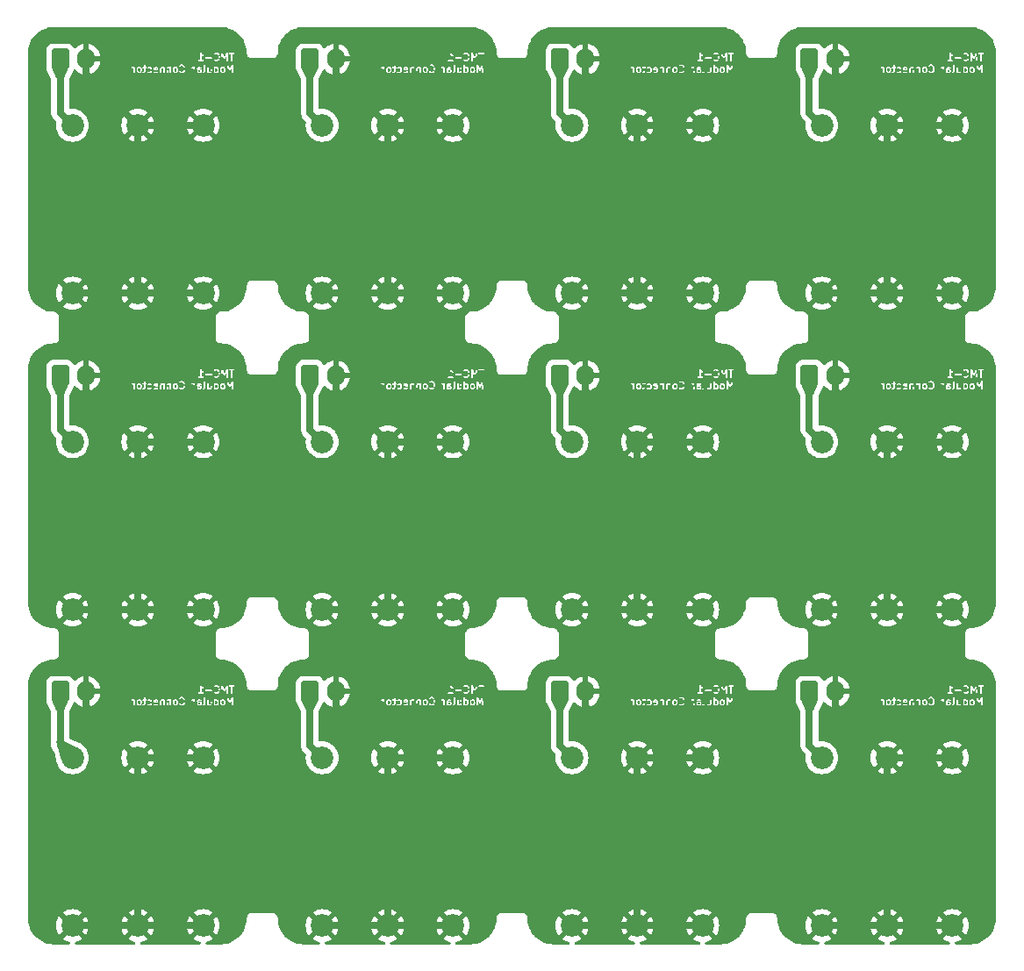
<source format=gbr>
%TF.GenerationSoftware,KiCad,Pcbnew,8.0.3*%
%TF.CreationDate,2025-04-01T21:14:06+03:00*%
%TF.ProjectId,TMC-1,544d432d-312e-46b6-9963-61645f706362,rev?*%
%TF.SameCoordinates,Original*%
%TF.FileFunction,Copper,L2,Bot*%
%TF.FilePolarity,Positive*%
%FSLAX46Y46*%
G04 Gerber Fmt 4.6, Leading zero omitted, Abs format (unit mm)*
G04 Created by KiCad (PCBNEW 8.0.3) date 2025-04-01 21:14:06*
%MOMM*%
%LPD*%
G01*
G04 APERTURE LIST*
G04 Aperture macros list*
%AMRoundRect*
0 Rectangle with rounded corners*
0 $1 Rounding radius*
0 $2 $3 $4 $5 $6 $7 $8 $9 X,Y pos of 4 corners*
0 Add a 4 corners polygon primitive as box body*
4,1,4,$2,$3,$4,$5,$6,$7,$8,$9,$2,$3,0*
0 Add four circle primitives for the rounded corners*
1,1,$1+$1,$2,$3*
1,1,$1+$1,$4,$5*
1,1,$1+$1,$6,$7*
1,1,$1+$1,$8,$9*
0 Add four rect primitives between the rounded corners*
20,1,$1+$1,$2,$3,$4,$5,0*
20,1,$1+$1,$4,$5,$6,$7,0*
20,1,$1+$1,$6,$7,$8,$9,0*
20,1,$1+$1,$8,$9,$2,$3,0*%
G04 Aperture macros list end*
%ADD10C,0.140000*%
%TA.AperFunction,ComponentPad*%
%ADD11RoundRect,0.250000X-0.600000X-0.750000X0.600000X-0.750000X0.600000X0.750000X-0.600000X0.750000X0*%
%TD*%
%TA.AperFunction,ComponentPad*%
%ADD12O,1.700000X2.000000*%
%TD*%
%TA.AperFunction,ComponentPad*%
%ADD13C,2.171700*%
%TD*%
%TA.AperFunction,ViaPad*%
%ADD14C,0.600000*%
%TD*%
%TA.AperFunction,Conductor*%
%ADD15C,0.700000*%
%TD*%
G04 APERTURE END LIST*
D10*
G36*
X150493856Y-89898134D02*
G01*
X150514587Y-89916077D01*
X150538150Y-89957600D01*
X150542035Y-90122953D01*
X150523230Y-90166089D01*
X150505283Y-90186824D01*
X150463383Y-90210602D01*
X150396447Y-90213415D01*
X150355272Y-90195465D01*
X150334540Y-90177520D01*
X150310977Y-90136000D01*
X150307092Y-89970646D01*
X150325899Y-89927506D01*
X150343842Y-89906776D01*
X150385744Y-89882996D01*
X150452680Y-89880183D01*
X150493856Y-89898134D01*
G37*
G36*
X152122049Y-89895893D02*
G01*
X152138091Y-89924160D01*
X152138793Y-89962840D01*
X151944926Y-89926987D01*
X151956990Y-89899314D01*
X151985561Y-89883100D01*
X152085105Y-89879787D01*
X152122049Y-89895893D01*
G37*
G36*
X153993855Y-89898134D02*
G01*
X154014586Y-89916077D01*
X154038149Y-89957600D01*
X154042034Y-90122953D01*
X154023229Y-90166089D01*
X154005282Y-90186824D01*
X153963382Y-90210602D01*
X153896446Y-90213415D01*
X153855271Y-90195465D01*
X153834539Y-90177520D01*
X153810976Y-90136000D01*
X153807091Y-89970646D01*
X153825898Y-89927506D01*
X153843841Y-89906776D01*
X153885743Y-89882996D01*
X153952679Y-89880183D01*
X153993855Y-89898134D01*
G37*
G36*
X156322047Y-90095893D02*
G01*
X156338551Y-90124974D01*
X156340532Y-90159729D01*
X156325468Y-90194285D01*
X156297014Y-90210432D01*
X156164633Y-90214078D01*
X156143543Y-90204884D01*
X156141898Y-90083447D01*
X156284490Y-90079520D01*
X156322047Y-90095893D01*
G37*
G36*
X157927187Y-89898134D02*
G01*
X157947918Y-89916077D01*
X157971481Y-89957600D01*
X157975366Y-90122953D01*
X157956561Y-90166089D01*
X157938614Y-90186824D01*
X157896897Y-90210498D01*
X157797352Y-90213811D01*
X157777344Y-90205088D01*
X157775028Y-89889076D01*
X157785559Y-89883100D01*
X157885103Y-89879787D01*
X157927187Y-89898134D01*
G37*
G36*
X158560520Y-89898134D02*
G01*
X158581251Y-89916077D01*
X158604814Y-89957600D01*
X158608699Y-90122953D01*
X158589894Y-90166089D01*
X158571947Y-90186824D01*
X158530047Y-90210602D01*
X158463111Y-90213415D01*
X158421936Y-90195465D01*
X158401204Y-90177520D01*
X158377641Y-90136000D01*
X158373756Y-89970646D01*
X158392563Y-89927506D01*
X158410506Y-89906776D01*
X158452408Y-89882996D01*
X158519344Y-89880183D01*
X158560520Y-89898134D01*
G37*
G36*
X159683678Y-90427911D02*
G01*
X149598781Y-90427911D01*
X149598781Y-89786678D01*
X149676559Y-89786678D01*
X149676559Y-89840254D01*
X149714443Y-89878138D01*
X149741231Y-89883466D01*
X149787493Y-89880828D01*
X149827187Y-89898133D01*
X149847922Y-89916080D01*
X149872812Y-89959939D01*
X149876559Y-90306921D01*
X149914443Y-90344805D01*
X149968019Y-90344805D01*
X150005903Y-90306921D01*
X150011231Y-90280133D01*
X150007687Y-89951940D01*
X150009401Y-89946800D01*
X150171231Y-89946800D01*
X150175740Y-90138760D01*
X150171407Y-90151762D01*
X150176481Y-90170292D01*
X150176559Y-90173588D01*
X150177695Y-90174724D01*
X150178621Y-90178105D01*
X150209892Y-90233206D01*
X150209892Y-90240253D01*
X150225066Y-90262963D01*
X150228432Y-90265877D01*
X150228700Y-90266348D01*
X150229149Y-90266497D01*
X150253244Y-90287354D01*
X150255015Y-90292665D01*
X150276592Y-90309410D01*
X150280890Y-90311284D01*
X150281108Y-90311472D01*
X150281321Y-90311472D01*
X150340041Y-90337070D01*
X150347776Y-90344805D01*
X150366181Y-90348465D01*
X150369602Y-90349957D01*
X150371125Y-90349449D01*
X150374564Y-90350133D01*
X150468243Y-90346196D01*
X150479526Y-90349957D01*
X150497793Y-90344954D01*
X150501352Y-90344805D01*
X150502488Y-90343668D01*
X150505869Y-90342743D01*
X150560973Y-90311472D01*
X150568020Y-90311472D01*
X150590729Y-90296297D01*
X150593640Y-90292933D01*
X150594113Y-90292665D01*
X150594263Y-90292213D01*
X150615119Y-90268117D01*
X150620428Y-90266348D01*
X150637174Y-90244771D01*
X150639048Y-90240470D01*
X150639237Y-90240253D01*
X150639236Y-90240038D01*
X150664833Y-90181323D01*
X150672569Y-90173588D01*
X150676229Y-90155182D01*
X150677721Y-90151762D01*
X150677213Y-90150238D01*
X150677897Y-90146800D01*
X150673387Y-89954839D01*
X150677721Y-89941838D01*
X150672646Y-89923308D01*
X150672569Y-89920012D01*
X150671432Y-89918875D01*
X150670507Y-89915496D01*
X150639236Y-89860391D01*
X150639236Y-89853345D01*
X150624061Y-89830636D01*
X150620698Y-89827725D01*
X150620429Y-89827251D01*
X150619975Y-89827099D01*
X150595883Y-89806246D01*
X150594113Y-89800936D01*
X150575742Y-89786678D01*
X150743225Y-89786678D01*
X150743225Y-89840254D01*
X150781109Y-89878138D01*
X150807897Y-89883466D01*
X150907127Y-89881664D01*
X150909447Y-90154578D01*
X150892137Y-90194285D01*
X150863055Y-90210789D01*
X150781109Y-90215461D01*
X150743225Y-90253345D01*
X150743225Y-90306921D01*
X150781109Y-90344805D01*
X150807897Y-90350133D01*
X150869515Y-90346620D01*
X150879526Y-90349957D01*
X150897547Y-90345021D01*
X150901352Y-90344805D01*
X150902488Y-90343668D01*
X150905869Y-90342743D01*
X150974135Y-90304002D01*
X150987096Y-90299682D01*
X150991304Y-90294258D01*
X150994113Y-90292665D01*
X150995296Y-90289115D01*
X151003841Y-90278105D01*
X151031501Y-90214655D01*
X151039236Y-90206921D01*
X151042896Y-90188515D01*
X151044388Y-90185095D01*
X151043880Y-90183571D01*
X151044564Y-90180133D01*
X151042006Y-89879215D01*
X151101352Y-89878138D01*
X151127727Y-89851763D01*
X151204740Y-89851763D01*
X151228700Y-89899682D01*
X151279527Y-89916624D01*
X151305869Y-89909410D01*
X151352228Y-89883100D01*
X151451772Y-89879787D01*
X151493856Y-89898134D01*
X151514587Y-89916077D01*
X151538150Y-89957600D01*
X151542035Y-90122953D01*
X151523230Y-90166089D01*
X151505283Y-90186824D01*
X151463566Y-90210498D01*
X151364021Y-90213811D01*
X151279526Y-90176976D01*
X151228699Y-90193918D01*
X151204740Y-90241838D01*
X151221682Y-90292665D01*
X151243259Y-90309410D01*
X151306708Y-90337070D01*
X151314443Y-90344805D01*
X151332848Y-90348465D01*
X151336269Y-90349957D01*
X151337792Y-90349449D01*
X151341231Y-90350133D01*
X151467453Y-90345932D01*
X151479526Y-90349957D01*
X151497922Y-90344919D01*
X151501352Y-90344805D01*
X151502488Y-90343668D01*
X151505869Y-90342743D01*
X151560973Y-90311472D01*
X151568020Y-90311472D01*
X151590729Y-90296297D01*
X151593640Y-90292933D01*
X151594113Y-90292665D01*
X151594263Y-90292213D01*
X151615119Y-90268117D01*
X151620428Y-90266348D01*
X151637174Y-90244771D01*
X151639048Y-90240470D01*
X151639237Y-90240253D01*
X151639236Y-90240038D01*
X151664833Y-90181323D01*
X151672569Y-90173588D01*
X151676229Y-90155182D01*
X151677721Y-90151762D01*
X151677213Y-90150238D01*
X151677897Y-90146800D01*
X151673387Y-89954839D01*
X151677721Y-89941838D01*
X151672646Y-89923308D01*
X151672569Y-89920012D01*
X151671432Y-89918875D01*
X151670507Y-89915496D01*
X151669355Y-89913466D01*
X151804564Y-89913466D01*
X151808419Y-89981090D01*
X151805894Y-89993717D01*
X151809442Y-89999040D01*
X151809892Y-90006921D01*
X151824305Y-90021334D01*
X151835613Y-90038296D01*
X151845284Y-90042313D01*
X151847776Y-90044805D01*
X151851282Y-90044805D01*
X151860836Y-90048774D01*
X152141295Y-90100640D01*
X152142294Y-90155691D01*
X152125470Y-90194285D01*
X152096899Y-90210498D01*
X151997354Y-90213811D01*
X151912859Y-90176976D01*
X151862032Y-90193918D01*
X151838073Y-90241838D01*
X151855015Y-90292665D01*
X151876592Y-90309410D01*
X151940041Y-90337070D01*
X151947776Y-90344805D01*
X151966181Y-90348465D01*
X151969602Y-90349957D01*
X151971125Y-90349449D01*
X151974564Y-90350133D01*
X152100786Y-90345932D01*
X152112859Y-90349957D01*
X152131255Y-90344919D01*
X152134685Y-90344805D01*
X152135821Y-90343668D01*
X152139202Y-90342743D01*
X152207468Y-90304002D01*
X152220429Y-90299682D01*
X152224637Y-90294258D01*
X152227446Y-90292665D01*
X152228629Y-90289115D01*
X152237174Y-90278105D01*
X152264834Y-90214655D01*
X152272569Y-90206921D01*
X152276229Y-90188515D01*
X152277721Y-90185095D01*
X152277213Y-90183571D01*
X152277897Y-90180133D01*
X152275340Y-90039341D01*
X152276566Y-90033215D01*
X152275192Y-90031154D01*
X152273210Y-89922034D01*
X152276067Y-89913466D01*
X152437897Y-89913466D01*
X152443225Y-90306921D01*
X152481109Y-90344805D01*
X152534685Y-90344805D01*
X152572569Y-90306921D01*
X152577897Y-90280133D01*
X152573269Y-89938433D01*
X152590323Y-89899314D01*
X152619077Y-89882996D01*
X152686013Y-89880183D01*
X152727189Y-89898134D01*
X152738920Y-89908288D01*
X152743225Y-90306921D01*
X152781109Y-90344805D01*
X152834685Y-90344805D01*
X152872569Y-90306921D01*
X152877897Y-90280133D01*
X152873938Y-89913466D01*
X153071230Y-89913466D01*
X153076558Y-90306921D01*
X153114442Y-90344805D01*
X153168018Y-90344805D01*
X153205902Y-90306921D01*
X153211230Y-90280133D01*
X153206602Y-89938433D01*
X153223656Y-89899314D01*
X153252410Y-89882996D01*
X153319346Y-89880183D01*
X153360522Y-89898134D01*
X153372253Y-89908288D01*
X153376558Y-90306921D01*
X153414442Y-90344805D01*
X153468018Y-90344805D01*
X153505902Y-90306921D01*
X153511230Y-90280133D01*
X153507631Y-89946800D01*
X153671230Y-89946800D01*
X153675739Y-90138760D01*
X153671406Y-90151762D01*
X153676480Y-90170292D01*
X153676558Y-90173588D01*
X153677694Y-90174724D01*
X153678620Y-90178105D01*
X153709891Y-90233206D01*
X153709891Y-90240253D01*
X153725065Y-90262963D01*
X153728431Y-90265877D01*
X153728699Y-90266348D01*
X153729148Y-90266497D01*
X153753243Y-90287354D01*
X153755014Y-90292665D01*
X153776591Y-90309410D01*
X153780889Y-90311284D01*
X153781107Y-90311472D01*
X153781320Y-90311472D01*
X153840040Y-90337070D01*
X153847775Y-90344805D01*
X153866180Y-90348465D01*
X153869601Y-90349957D01*
X153871124Y-90349449D01*
X153874563Y-90350133D01*
X153968242Y-90346196D01*
X153979525Y-90349957D01*
X153997792Y-90344954D01*
X154001351Y-90344805D01*
X154002487Y-90343668D01*
X154005868Y-90342743D01*
X154060972Y-90311472D01*
X154068019Y-90311472D01*
X154090728Y-90296297D01*
X154093639Y-90292933D01*
X154094112Y-90292665D01*
X154094262Y-90292213D01*
X154115118Y-90268117D01*
X154120427Y-90266348D01*
X154137173Y-90244771D01*
X154139047Y-90240470D01*
X154139236Y-90240253D01*
X154139235Y-90240038D01*
X154164832Y-90181323D01*
X154172568Y-90173588D01*
X154176228Y-90155182D01*
X154177720Y-90151762D01*
X154177212Y-90150238D01*
X154177896Y-90146800D01*
X154173386Y-89954839D01*
X154177720Y-89941838D01*
X154172645Y-89923308D01*
X154172568Y-89920012D01*
X154171431Y-89918875D01*
X154170506Y-89915496D01*
X154139235Y-89860391D01*
X154139235Y-89853345D01*
X154124060Y-89830636D01*
X154120697Y-89827725D01*
X154120428Y-89827251D01*
X154119974Y-89827099D01*
X154095882Y-89806246D01*
X154094112Y-89800936D01*
X154072535Y-89784190D01*
X154068233Y-89782314D01*
X154068018Y-89782128D01*
X154067805Y-89782128D01*
X154009085Y-89756528D01*
X154001351Y-89748794D01*
X153982947Y-89745133D01*
X153979526Y-89743642D01*
X153978001Y-89744149D01*
X153974563Y-89743466D01*
X153880882Y-89747402D01*
X153869600Y-89743642D01*
X153851332Y-89748644D01*
X153847775Y-89748794D01*
X153846639Y-89749929D01*
X153843257Y-89750856D01*
X153788154Y-89782128D01*
X153781108Y-89782128D01*
X153758399Y-89797303D01*
X153755486Y-89800667D01*
X153755014Y-89800936D01*
X153754863Y-89801387D01*
X153734009Y-89825480D01*
X153728698Y-89827251D01*
X153711953Y-89848828D01*
X153710078Y-89853128D01*
X153709891Y-89853345D01*
X153709891Y-89853557D01*
X153684292Y-89912277D01*
X153676558Y-89920012D01*
X153672897Y-89938417D01*
X153671406Y-89941838D01*
X153671913Y-89943361D01*
X153671230Y-89946800D01*
X153507631Y-89946800D01*
X153505902Y-89786678D01*
X153468018Y-89748794D01*
X153414442Y-89748794D01*
X153397309Y-89765926D01*
X153375752Y-89756528D01*
X153368018Y-89748794D01*
X153349614Y-89745133D01*
X153346193Y-89743642D01*
X153344668Y-89744149D01*
X153341230Y-89743466D01*
X153247549Y-89747402D01*
X153236267Y-89743642D01*
X153217999Y-89748644D01*
X153214442Y-89748794D01*
X153213306Y-89749929D01*
X153209924Y-89750856D01*
X153141659Y-89789597D01*
X153128699Y-89793918D01*
X153124489Y-89799342D01*
X153121681Y-89800936D01*
X153120498Y-89804484D01*
X153111953Y-89815495D01*
X153084293Y-89878942D01*
X153076558Y-89886678D01*
X153072897Y-89905083D01*
X153071406Y-89908504D01*
X153071913Y-89910027D01*
X153071230Y-89913466D01*
X152873938Y-89913466D01*
X152872569Y-89786678D01*
X152834685Y-89748794D01*
X152781109Y-89748794D01*
X152763976Y-89765926D01*
X152742419Y-89756528D01*
X152734685Y-89748794D01*
X152716281Y-89745133D01*
X152712860Y-89743642D01*
X152711335Y-89744149D01*
X152707897Y-89743466D01*
X152614216Y-89747402D01*
X152602934Y-89743642D01*
X152584666Y-89748644D01*
X152581109Y-89748794D01*
X152579973Y-89749929D01*
X152576591Y-89750856D01*
X152508326Y-89789597D01*
X152495366Y-89793918D01*
X152491156Y-89799342D01*
X152488348Y-89800936D01*
X152487165Y-89804484D01*
X152478620Y-89815495D01*
X152450960Y-89878942D01*
X152443225Y-89886678D01*
X152439564Y-89905083D01*
X152438073Y-89908504D01*
X152438580Y-89910027D01*
X152437897Y-89913466D01*
X152276067Y-89913466D01*
X152277721Y-89908504D01*
X152272627Y-89889904D01*
X152272569Y-89886678D01*
X152271432Y-89885541D01*
X152270507Y-89882161D01*
X152231766Y-89813896D01*
X152227446Y-89800936D01*
X152222021Y-89796726D01*
X152220428Y-89793918D01*
X152216879Y-89792735D01*
X152205869Y-89784190D01*
X152142419Y-89756528D01*
X152134685Y-89748794D01*
X152116281Y-89745133D01*
X152112860Y-89743642D01*
X152111335Y-89744149D01*
X152107897Y-89743466D01*
X151981673Y-89747666D01*
X151969601Y-89743642D01*
X151951204Y-89748679D01*
X151947776Y-89748794D01*
X151946640Y-89749929D01*
X151943258Y-89750856D01*
X151874993Y-89789597D01*
X151862033Y-89793918D01*
X151857823Y-89799342D01*
X151855015Y-89800936D01*
X151853832Y-89804484D01*
X151845287Y-89815495D01*
X151817627Y-89878942D01*
X151809892Y-89886678D01*
X151806231Y-89905083D01*
X151804740Y-89908504D01*
X151805247Y-89910027D01*
X151804564Y-89913466D01*
X151669355Y-89913466D01*
X151639236Y-89860391D01*
X151639236Y-89853345D01*
X151624061Y-89830636D01*
X151620698Y-89827725D01*
X151620429Y-89827251D01*
X151619975Y-89827099D01*
X151595883Y-89806246D01*
X151594113Y-89800936D01*
X151572536Y-89784190D01*
X151568234Y-89782314D01*
X151568019Y-89782128D01*
X151567806Y-89782128D01*
X151509086Y-89756528D01*
X151501352Y-89748794D01*
X151482948Y-89745133D01*
X151479527Y-89743642D01*
X151478002Y-89744149D01*
X151474564Y-89743466D01*
X151348340Y-89747666D01*
X151336268Y-89743642D01*
X151317871Y-89748679D01*
X151314443Y-89748794D01*
X151313307Y-89749929D01*
X151309925Y-89750856D01*
X151221682Y-89800936D01*
X151204740Y-89851763D01*
X151127727Y-89851763D01*
X151139236Y-89840254D01*
X151139236Y-89786678D01*
X151101352Y-89748794D01*
X151074564Y-89743466D01*
X151040857Y-89744077D01*
X151039803Y-89620013D01*
X154309891Y-89620013D01*
X154309891Y-89673589D01*
X154347776Y-89711472D01*
X154401352Y-89711472D01*
X154424061Y-89696297D01*
X154442295Y-89675229D01*
X154508678Y-89650088D01*
X154555469Y-89647420D01*
X154632376Y-89669657D01*
X154679287Y-89712613D01*
X154706496Y-89760559D01*
X154706653Y-89763777D01*
X154738673Y-89876226D01*
X154737896Y-89880133D01*
X154741270Y-89960436D01*
X154739986Y-89963156D01*
X154715209Y-90077964D01*
X154711953Y-90082161D01*
X154689992Y-90132535D01*
X154642849Y-90184019D01*
X154573780Y-90210177D01*
X154526989Y-90212845D01*
X154449447Y-90190424D01*
X154401352Y-90148794D01*
X154347776Y-90148794D01*
X154309891Y-90186677D01*
X154309891Y-90240253D01*
X154325065Y-90262963D01*
X154357870Y-90291358D01*
X154362032Y-90299682D01*
X154378006Y-90308787D01*
X154381107Y-90311472D01*
X154382714Y-90311472D01*
X154385760Y-90313208D01*
X154475441Y-90339138D01*
X154481108Y-90344805D01*
X154507896Y-90350133D01*
X154512549Y-90349867D01*
X154512858Y-90349957D01*
X154513099Y-90349836D01*
X154563601Y-90346957D01*
X154569601Y-90349957D01*
X154596699Y-90346541D01*
X154601270Y-90344809D01*
X154601351Y-90344805D01*
X154601392Y-90344763D01*
X154689296Y-90311472D01*
X154701351Y-90311472D01*
X154717120Y-90300934D01*
X154720427Y-90299682D01*
X154721145Y-90298244D01*
X154724060Y-90296297D01*
X154779772Y-90235455D01*
X154787095Y-90233015D01*
X154803840Y-90211438D01*
X154805724Y-90207114D01*
X154805902Y-90206921D01*
X154805902Y-90206708D01*
X154827524Y-90157108D01*
X154830807Y-90155139D01*
X154842473Y-90130443D01*
X154868183Y-90011305D01*
X154872568Y-90006921D01*
X154877896Y-89980133D01*
X154874323Y-89895120D01*
X154877134Y-89890436D01*
X154875806Y-89863155D01*
X154854028Y-89786678D01*
X155476557Y-89786678D01*
X155476557Y-89840254D01*
X155514441Y-89878138D01*
X155541229Y-89883466D01*
X155587491Y-89880828D01*
X155627185Y-89898133D01*
X155647920Y-89916080D01*
X155672810Y-89959939D01*
X155676557Y-90306921D01*
X155714441Y-90344805D01*
X155768017Y-90344805D01*
X155805901Y-90306921D01*
X155811229Y-90280133D01*
X155807685Y-89951940D01*
X155811053Y-89941838D01*
X155807433Y-89928621D01*
X155807269Y-89913466D01*
X156004562Y-89913466D01*
X156005380Y-89973886D01*
X156004738Y-89975171D01*
X156005425Y-89977233D01*
X156008896Y-90233521D01*
X156004738Y-90241838D01*
X156009189Y-90255192D01*
X156009890Y-90306921D01*
X156047774Y-90344805D01*
X156101350Y-90344805D01*
X156107895Y-90338259D01*
X156114441Y-90344805D01*
X156132846Y-90348465D01*
X156136267Y-90349957D01*
X156137790Y-90349449D01*
X156141229Y-90350133D01*
X156300246Y-90345753D01*
X156312857Y-90349957D01*
X156331333Y-90344897D01*
X156334683Y-90344805D01*
X156335819Y-90343668D01*
X156339200Y-90342743D01*
X156407466Y-90304002D01*
X156420427Y-90299682D01*
X156424635Y-90294258D01*
X156427444Y-90292665D01*
X156428627Y-90289115D01*
X156431747Y-90285095D01*
X156571405Y-90285095D01*
X156595364Y-90333015D01*
X156646191Y-90349957D01*
X156672534Y-90342743D01*
X156740800Y-90304002D01*
X156753761Y-90299682D01*
X156757969Y-90294258D01*
X156760778Y-90292665D01*
X156761961Y-90289115D01*
X156770506Y-90278105D01*
X156798166Y-90214655D01*
X156805901Y-90206921D01*
X156809561Y-90188515D01*
X156811053Y-90185095D01*
X156810545Y-90183571D01*
X156811229Y-90180133D01*
X156808112Y-89813466D01*
X157004562Y-89813466D01*
X157009890Y-90306921D01*
X157047774Y-90344805D01*
X157101350Y-90344805D01*
X157118482Y-90327672D01*
X157140039Y-90337070D01*
X157147774Y-90344805D01*
X157166179Y-90348465D01*
X157169600Y-90349957D01*
X157171123Y-90349449D01*
X157174562Y-90350133D01*
X157268241Y-90346196D01*
X157279524Y-90349957D01*
X157297791Y-90344954D01*
X157301350Y-90344805D01*
X157302486Y-90343668D01*
X157305867Y-90342743D01*
X157374133Y-90304002D01*
X157387094Y-90299682D01*
X157391302Y-90294258D01*
X157394111Y-90292665D01*
X157395294Y-90289115D01*
X157403839Y-90278105D01*
X157431499Y-90214655D01*
X157439234Y-90206921D01*
X157442894Y-90188515D01*
X157444386Y-90185095D01*
X157443878Y-90183571D01*
X157444562Y-90180133D01*
X157439234Y-89786678D01*
X157401350Y-89748794D01*
X157347774Y-89748794D01*
X157309890Y-89786678D01*
X157304562Y-89813466D01*
X157309189Y-90155165D01*
X157292135Y-90194285D01*
X157263381Y-90210602D01*
X157196445Y-90213415D01*
X157155270Y-90195465D01*
X157143538Y-90185310D01*
X157139234Y-89786678D01*
X157101350Y-89748794D01*
X157047774Y-89748794D01*
X157009890Y-89786678D01*
X157004562Y-89813466D01*
X156808112Y-89813466D01*
X156806129Y-89580133D01*
X157637895Y-89580133D01*
X157639847Y-89846434D01*
X157638071Y-89851763D01*
X157639913Y-89855447D01*
X157642678Y-90232622D01*
X157638071Y-90241838D01*
X157642851Y-90256178D01*
X157643223Y-90306921D01*
X157681107Y-90344805D01*
X157734683Y-90344805D01*
X157741228Y-90338259D01*
X157747774Y-90344805D01*
X157766179Y-90348465D01*
X157769600Y-90349957D01*
X157771123Y-90349449D01*
X157774562Y-90350133D01*
X157900784Y-90345932D01*
X157912857Y-90349957D01*
X157931253Y-90344919D01*
X157934683Y-90344805D01*
X157935819Y-90343668D01*
X157939200Y-90342743D01*
X157994304Y-90311472D01*
X158001351Y-90311472D01*
X158024060Y-90296297D01*
X158026971Y-90292933D01*
X158027444Y-90292665D01*
X158027594Y-90292213D01*
X158048450Y-90268117D01*
X158053759Y-90266348D01*
X158070505Y-90244771D01*
X158072379Y-90240470D01*
X158072568Y-90240253D01*
X158072567Y-90240038D01*
X158098164Y-90181323D01*
X158105900Y-90173588D01*
X158109560Y-90155182D01*
X158111052Y-90151762D01*
X158110544Y-90150238D01*
X158111228Y-90146800D01*
X158106718Y-89954839D01*
X158109398Y-89946800D01*
X158237895Y-89946800D01*
X158242404Y-90138760D01*
X158238071Y-90151762D01*
X158243145Y-90170292D01*
X158243223Y-90173588D01*
X158244359Y-90174724D01*
X158245285Y-90178105D01*
X158276556Y-90233206D01*
X158276556Y-90240253D01*
X158291730Y-90262963D01*
X158295096Y-90265877D01*
X158295364Y-90266348D01*
X158295813Y-90266497D01*
X158319908Y-90287354D01*
X158321679Y-90292665D01*
X158343256Y-90309410D01*
X158347554Y-90311284D01*
X158347772Y-90311472D01*
X158347985Y-90311472D01*
X158406705Y-90337070D01*
X158414440Y-90344805D01*
X158432845Y-90348465D01*
X158436266Y-90349957D01*
X158437789Y-90349449D01*
X158441228Y-90350133D01*
X158534907Y-90346196D01*
X158546190Y-90349957D01*
X158564457Y-90344954D01*
X158568016Y-90344805D01*
X158569152Y-90343668D01*
X158572533Y-90342743D01*
X158627637Y-90311472D01*
X158634684Y-90311472D01*
X158657393Y-90296297D01*
X158660304Y-90292933D01*
X158660777Y-90292665D01*
X158660927Y-90292213D01*
X158681783Y-90268117D01*
X158687092Y-90266348D01*
X158703838Y-90244771D01*
X158705712Y-90240470D01*
X158705901Y-90240253D01*
X158705900Y-90240038D01*
X158731497Y-90181323D01*
X158739233Y-90173588D01*
X158742893Y-90155182D01*
X158744385Y-90151762D01*
X158743877Y-90150238D01*
X158744561Y-90146800D01*
X158740051Y-89954839D01*
X158744385Y-89941838D01*
X158739310Y-89923308D01*
X158739233Y-89920012D01*
X158738096Y-89918875D01*
X158737171Y-89915496D01*
X158705900Y-89860391D01*
X158705900Y-89853345D01*
X158690725Y-89830636D01*
X158687362Y-89827725D01*
X158687093Y-89827251D01*
X158686639Y-89827099D01*
X158662547Y-89806246D01*
X158660777Y-89800936D01*
X158639200Y-89784190D01*
X158634898Y-89782314D01*
X158634683Y-89782128D01*
X158634470Y-89782128D01*
X158575750Y-89756528D01*
X158568016Y-89748794D01*
X158549612Y-89745133D01*
X158546191Y-89743642D01*
X158544666Y-89744149D01*
X158541228Y-89743466D01*
X158447547Y-89747402D01*
X158436265Y-89743642D01*
X158417997Y-89748644D01*
X158414440Y-89748794D01*
X158413304Y-89749929D01*
X158409922Y-89750856D01*
X158354819Y-89782128D01*
X158347773Y-89782128D01*
X158325064Y-89797303D01*
X158322151Y-89800667D01*
X158321679Y-89800936D01*
X158321528Y-89801387D01*
X158300674Y-89825480D01*
X158295363Y-89827251D01*
X158278618Y-89848828D01*
X158276743Y-89853128D01*
X158276556Y-89853345D01*
X158276556Y-89853557D01*
X158250957Y-89912277D01*
X158243223Y-89920012D01*
X158239562Y-89938417D01*
X158238071Y-89941838D01*
X158238578Y-89943361D01*
X158237895Y-89946800D01*
X158109398Y-89946800D01*
X158111052Y-89941838D01*
X158105977Y-89923308D01*
X158105900Y-89920012D01*
X158104763Y-89918875D01*
X158103838Y-89915496D01*
X158072567Y-89860391D01*
X158072567Y-89853345D01*
X158057392Y-89830636D01*
X158054029Y-89827725D01*
X158053760Y-89827251D01*
X158053306Y-89827099D01*
X158029214Y-89806246D01*
X158027444Y-89800936D01*
X158005867Y-89784190D01*
X158001565Y-89782314D01*
X158001350Y-89782128D01*
X158001137Y-89782128D01*
X157942417Y-89756528D01*
X157934683Y-89748794D01*
X157916279Y-89745133D01*
X157912858Y-89743642D01*
X157911333Y-89744149D01*
X157907895Y-89743466D01*
X157781671Y-89747666D01*
X157773972Y-89745099D01*
X157772763Y-89580133D01*
X158904561Y-89580133D01*
X158909889Y-90306921D01*
X158947773Y-90344805D01*
X159001349Y-90344805D01*
X159039233Y-90306921D01*
X159044561Y-90280133D01*
X159041648Y-89882829D01*
X159149049Y-90107548D01*
X159156271Y-90127409D01*
X159159192Y-90128772D01*
X159160619Y-90131757D01*
X159183124Y-90139940D01*
X159204821Y-90150066D01*
X159207895Y-90148948D01*
X159210969Y-90150066D01*
X159232665Y-90139940D01*
X159255171Y-90131757D01*
X159257758Y-90128230D01*
X159259519Y-90127409D01*
X159260656Y-90124279D01*
X159271328Y-90109735D01*
X159373466Y-89885500D01*
X159376556Y-90306921D01*
X159414440Y-90344805D01*
X159468016Y-90344805D01*
X159505900Y-90306921D01*
X159511228Y-90280133D01*
X159506198Y-89594101D01*
X159511161Y-89583207D01*
X159506015Y-89569055D01*
X159505900Y-89553345D01*
X159497103Y-89544548D01*
X159492852Y-89532856D01*
X159478900Y-89526345D01*
X159468016Y-89515461D01*
X159455576Y-89515461D01*
X159444302Y-89510200D01*
X159429834Y-89515461D01*
X159414440Y-89515461D01*
X159405643Y-89524257D01*
X159393952Y-89528509D01*
X159377795Y-89550531D01*
X159209229Y-89920599D01*
X159039319Y-89565087D01*
X159039233Y-89553345D01*
X159028648Y-89542760D01*
X159021837Y-89528509D01*
X159010145Y-89524257D01*
X159001349Y-89515461D01*
X158985955Y-89515461D01*
X158971487Y-89510200D01*
X158960214Y-89515461D01*
X158947773Y-89515461D01*
X158936887Y-89526346D01*
X158922937Y-89532857D01*
X158918685Y-89544548D01*
X158909889Y-89553345D01*
X158904561Y-89580133D01*
X157772763Y-89580133D01*
X157772567Y-89553345D01*
X157734683Y-89515461D01*
X157681107Y-89515461D01*
X157643223Y-89553345D01*
X157637895Y-89580133D01*
X156806129Y-89580133D01*
X156805901Y-89553345D01*
X156768017Y-89515461D01*
X156714441Y-89515461D01*
X156676557Y-89553345D01*
X156671229Y-89580133D01*
X156676112Y-90154578D01*
X156658802Y-90194285D01*
X156588347Y-90234268D01*
X156571405Y-90285095D01*
X156431747Y-90285095D01*
X156437172Y-90278105D01*
X156464832Y-90214655D01*
X156472567Y-90206921D01*
X156476227Y-90188515D01*
X156477719Y-90185095D01*
X156477211Y-90183571D01*
X156477895Y-90180133D01*
X156474382Y-90118514D01*
X156477719Y-90108504D01*
X156472783Y-90090482D01*
X156472567Y-90086678D01*
X156471430Y-90085541D01*
X156470505Y-90082161D01*
X156431764Y-90013896D01*
X156427444Y-90000936D01*
X156422019Y-89996726D01*
X156420426Y-89993918D01*
X156416877Y-89992735D01*
X156405867Y-89984190D01*
X156342417Y-89956528D01*
X156334683Y-89948794D01*
X156316279Y-89945133D01*
X156312858Y-89943642D01*
X156311333Y-89944149D01*
X156307895Y-89943466D01*
X156164633Y-89947411D01*
X156140590Y-89936930D01*
X156156988Y-89899314D01*
X156185559Y-89883100D01*
X156285103Y-89879787D01*
X156369599Y-89916624D01*
X156420426Y-89899682D01*
X156444386Y-89851763D01*
X156427444Y-89800936D01*
X156405867Y-89784190D01*
X156342417Y-89756528D01*
X156334683Y-89748794D01*
X156316279Y-89745133D01*
X156312858Y-89743642D01*
X156311333Y-89744149D01*
X156307895Y-89743466D01*
X156181671Y-89747666D01*
X156169599Y-89743642D01*
X156151202Y-89748679D01*
X156147774Y-89748794D01*
X156146638Y-89749929D01*
X156143256Y-89750856D01*
X156074991Y-89789597D01*
X156062031Y-89793918D01*
X156057821Y-89799342D01*
X156055013Y-89800936D01*
X156053830Y-89804484D01*
X156045285Y-89815495D01*
X156017625Y-89878942D01*
X156009890Y-89886678D01*
X156006229Y-89905083D01*
X156004738Y-89908504D01*
X156005245Y-89910027D01*
X156004562Y-89913466D01*
X155807269Y-89913466D01*
X155805901Y-89786678D01*
X155768017Y-89748794D01*
X155714441Y-89748794D01*
X155687188Y-89776046D01*
X155642419Y-89756529D01*
X155634684Y-89748794D01*
X155616280Y-89745133D01*
X155612859Y-89743642D01*
X155611334Y-89744149D01*
X155607896Y-89743466D01*
X155514441Y-89748794D01*
X155476557Y-89786678D01*
X154854028Y-89786678D01*
X154842700Y-89746896D01*
X154844387Y-89741838D01*
X154837173Y-89715496D01*
X154805902Y-89660391D01*
X154805902Y-89653345D01*
X154790727Y-89630635D01*
X154787163Y-89627372D01*
X154787095Y-89627251D01*
X154786995Y-89627217D01*
X154725663Y-89571056D01*
X154720427Y-89560584D01*
X154704000Y-89551220D01*
X154701351Y-89548794D01*
X154699744Y-89548794D01*
X154696699Y-89547058D01*
X154607017Y-89521127D01*
X154601351Y-89515461D01*
X154574563Y-89510133D01*
X154569909Y-89510398D01*
X154569601Y-89510309D01*
X154569359Y-89510429D01*
X154518857Y-89513308D01*
X154512858Y-89510309D01*
X154485760Y-89513725D01*
X154481188Y-89515456D01*
X154481108Y-89515461D01*
X154481066Y-89515502D01*
X154393163Y-89548793D01*
X154381107Y-89548794D01*
X154365336Y-89559332D01*
X154362032Y-89560584D01*
X154361313Y-89562020D01*
X154358398Y-89563969D01*
X154309891Y-89620013D01*
X151039803Y-89620013D01*
X151039236Y-89553345D01*
X151001352Y-89515461D01*
X150947776Y-89515461D01*
X150909892Y-89553345D01*
X150904564Y-89580133D01*
X150905978Y-89746526D01*
X150781109Y-89748794D01*
X150743225Y-89786678D01*
X150575742Y-89786678D01*
X150572536Y-89784190D01*
X150568234Y-89782314D01*
X150568019Y-89782128D01*
X150567806Y-89782128D01*
X150509086Y-89756528D01*
X150501352Y-89748794D01*
X150482948Y-89745133D01*
X150479527Y-89743642D01*
X150478002Y-89744149D01*
X150474564Y-89743466D01*
X150380883Y-89747402D01*
X150369601Y-89743642D01*
X150351333Y-89748644D01*
X150347776Y-89748794D01*
X150346640Y-89749929D01*
X150343258Y-89750856D01*
X150288155Y-89782128D01*
X150281109Y-89782128D01*
X150258400Y-89797303D01*
X150255487Y-89800667D01*
X150255015Y-89800936D01*
X150254864Y-89801387D01*
X150234010Y-89825480D01*
X150228699Y-89827251D01*
X150211954Y-89848828D01*
X150210079Y-89853128D01*
X150209892Y-89853345D01*
X150209892Y-89853557D01*
X150184293Y-89912277D01*
X150176559Y-89920012D01*
X150172898Y-89938417D01*
X150171407Y-89941838D01*
X150171914Y-89943361D01*
X150171231Y-89946800D01*
X150009401Y-89946800D01*
X150011055Y-89941838D01*
X150007435Y-89928621D01*
X150005903Y-89786678D01*
X149968019Y-89748794D01*
X149914443Y-89748794D01*
X149887190Y-89776046D01*
X149842421Y-89756529D01*
X149834686Y-89748794D01*
X149816282Y-89745133D01*
X149812861Y-89743642D01*
X149811336Y-89744149D01*
X149807898Y-89743466D01*
X149714443Y-89748794D01*
X149676559Y-89786678D01*
X149598781Y-89786678D01*
X149598781Y-89126385D01*
X156109889Y-89126385D01*
X156109889Y-89179961D01*
X156147773Y-89217845D01*
X156174561Y-89223173D01*
X156601349Y-89217845D01*
X156639233Y-89179961D01*
X156639233Y-89126385D01*
X156601349Y-89088501D01*
X156574561Y-89083173D01*
X156444059Y-89084802D01*
X156442409Y-88859718D01*
X156809890Y-88859718D01*
X156809890Y-88913294D01*
X156847774Y-88951178D01*
X156874562Y-88956506D01*
X157434683Y-88951178D01*
X157472567Y-88913294D01*
X157472567Y-88859718D01*
X157434683Y-88821834D01*
X157407895Y-88816506D01*
X156847774Y-88821834D01*
X156809890Y-88859718D01*
X156442409Y-88859718D01*
X156440855Y-88647653D01*
X156452572Y-88658382D01*
X156455013Y-88665704D01*
X156476590Y-88682450D01*
X156480913Y-88684334D01*
X156481107Y-88684512D01*
X156481320Y-88684512D01*
X156569599Y-88722997D01*
X156620426Y-88706055D01*
X156644385Y-88658135D01*
X156627443Y-88607309D01*
X156605866Y-88590563D01*
X156555492Y-88568602D01*
X156501437Y-88519104D01*
X156499471Y-88514344D01*
X156484135Y-88493053D01*
X157643223Y-88493053D01*
X157643223Y-88546629D01*
X157681108Y-88584512D01*
X157734684Y-88584512D01*
X157757393Y-88569337D01*
X157775627Y-88548269D01*
X157842010Y-88523128D01*
X157888801Y-88520460D01*
X157965708Y-88542697D01*
X158012619Y-88585653D01*
X158039828Y-88633599D01*
X158039985Y-88636817D01*
X158072005Y-88749266D01*
X158071228Y-88753173D01*
X158074602Y-88833476D01*
X158073318Y-88836196D01*
X158048541Y-88951004D01*
X158045285Y-88955201D01*
X158023324Y-89005575D01*
X157976181Y-89057059D01*
X157907112Y-89083217D01*
X157860321Y-89085885D01*
X157782779Y-89063464D01*
X157734684Y-89021834D01*
X157681108Y-89021834D01*
X157643223Y-89059717D01*
X157643223Y-89113293D01*
X157658397Y-89136003D01*
X157691202Y-89164398D01*
X157695364Y-89172722D01*
X157711338Y-89181827D01*
X157714439Y-89184512D01*
X157716046Y-89184512D01*
X157719092Y-89186248D01*
X157808773Y-89212178D01*
X157814440Y-89217845D01*
X157841228Y-89223173D01*
X157845881Y-89222907D01*
X157846190Y-89222997D01*
X157846431Y-89222876D01*
X157896933Y-89219997D01*
X157902933Y-89222997D01*
X157930031Y-89219581D01*
X157934602Y-89217849D01*
X157934683Y-89217845D01*
X157934724Y-89217803D01*
X158022628Y-89184512D01*
X158034683Y-89184512D01*
X158050452Y-89173974D01*
X158053759Y-89172722D01*
X158054477Y-89171284D01*
X158057392Y-89169337D01*
X158113104Y-89108495D01*
X158120427Y-89106055D01*
X158137172Y-89084478D01*
X158139056Y-89080154D01*
X158139234Y-89079961D01*
X158139234Y-89079748D01*
X158160856Y-89030148D01*
X158164139Y-89028179D01*
X158175805Y-89003483D01*
X158201515Y-88884345D01*
X158205900Y-88879961D01*
X158211228Y-88853173D01*
X158207655Y-88768160D01*
X158210466Y-88763476D01*
X158209138Y-88736195D01*
X158176032Y-88619936D01*
X158177719Y-88614878D01*
X158170505Y-88588536D01*
X158139234Y-88533431D01*
X158139234Y-88526385D01*
X158124059Y-88503675D01*
X158120495Y-88500412D01*
X158120427Y-88500291D01*
X158120327Y-88500257D01*
X158068908Y-88453173D01*
X158371228Y-88453173D01*
X158376556Y-89179961D01*
X158414440Y-89217845D01*
X158468016Y-89217845D01*
X158505900Y-89179961D01*
X158511228Y-89153173D01*
X158508315Y-88755869D01*
X158615716Y-88980588D01*
X158622938Y-89000449D01*
X158625859Y-89001812D01*
X158627286Y-89004797D01*
X158649791Y-89012980D01*
X158671488Y-89023106D01*
X158674562Y-89021988D01*
X158677636Y-89023106D01*
X158699332Y-89012980D01*
X158721838Y-89004797D01*
X158724425Y-89001270D01*
X158726186Y-89000449D01*
X158727323Y-88997319D01*
X158737995Y-88982775D01*
X158840133Y-88758540D01*
X158843223Y-89179961D01*
X158881107Y-89217845D01*
X158934683Y-89217845D01*
X158972567Y-89179961D01*
X158977895Y-89153173D01*
X158972865Y-88467141D01*
X158977828Y-88456247D01*
X158972682Y-88442095D01*
X158972567Y-88426385D01*
X159076556Y-88426385D01*
X159076556Y-88479961D01*
X159114440Y-88517845D01*
X159141228Y-88523173D01*
X159271729Y-88521543D01*
X159276556Y-89179961D01*
X159314440Y-89217845D01*
X159368016Y-89217845D01*
X159405900Y-89179961D01*
X159411228Y-89153173D01*
X159406585Y-88519860D01*
X159568016Y-88517845D01*
X159605900Y-88479961D01*
X159605900Y-88426385D01*
X159568016Y-88388501D01*
X159541228Y-88383173D01*
X159114440Y-88388501D01*
X159076556Y-88426385D01*
X158972567Y-88426385D01*
X158963770Y-88417588D01*
X158959519Y-88405896D01*
X158945567Y-88399385D01*
X158934683Y-88388501D01*
X158922243Y-88388501D01*
X158910969Y-88383240D01*
X158896501Y-88388501D01*
X158881107Y-88388501D01*
X158872310Y-88397297D01*
X158860619Y-88401549D01*
X158844462Y-88423571D01*
X158675896Y-88793639D01*
X158505986Y-88438127D01*
X158505900Y-88426385D01*
X158495315Y-88415800D01*
X158488504Y-88401549D01*
X158476812Y-88397297D01*
X158468016Y-88388501D01*
X158452622Y-88388501D01*
X158438154Y-88383240D01*
X158426881Y-88388501D01*
X158414440Y-88388501D01*
X158403554Y-88399386D01*
X158389604Y-88405897D01*
X158385352Y-88417588D01*
X158376556Y-88426385D01*
X158371228Y-88453173D01*
X158068908Y-88453173D01*
X158058995Y-88444096D01*
X158053759Y-88433624D01*
X158037332Y-88424260D01*
X158034683Y-88421834D01*
X158033076Y-88421834D01*
X158030031Y-88420098D01*
X157940349Y-88394167D01*
X157934683Y-88388501D01*
X157907895Y-88383173D01*
X157903241Y-88383438D01*
X157902933Y-88383349D01*
X157902691Y-88383469D01*
X157852189Y-88386348D01*
X157846190Y-88383349D01*
X157819092Y-88386765D01*
X157814520Y-88388496D01*
X157814440Y-88388501D01*
X157814398Y-88388542D01*
X157726495Y-88421833D01*
X157714439Y-88421834D01*
X157698668Y-88432372D01*
X157695364Y-88433624D01*
X157694645Y-88435060D01*
X157691730Y-88437009D01*
X157643223Y-88493053D01*
X156484135Y-88493053D01*
X156439265Y-88430762D01*
X156439233Y-88426385D01*
X156428074Y-88415226D01*
X156413512Y-88395010D01*
X156406444Y-88393596D01*
X156401349Y-88388501D01*
X156380966Y-88388501D01*
X156360976Y-88384503D01*
X156354979Y-88388501D01*
X156347773Y-88388501D01*
X156333360Y-88402913D01*
X156316398Y-88414222D01*
X156314984Y-88421289D01*
X156309889Y-88426385D01*
X156304561Y-88453173D01*
X156309203Y-89086485D01*
X156147773Y-89088501D01*
X156109889Y-89126385D01*
X149598781Y-89126385D01*
X149598781Y-88305395D01*
X159683678Y-88305395D01*
X159683678Y-90427911D01*
G37*
G36*
X126393856Y-59348134D02*
G01*
X126414587Y-59366077D01*
X126438150Y-59407600D01*
X126442035Y-59572953D01*
X126423230Y-59616089D01*
X126405283Y-59636824D01*
X126363383Y-59660602D01*
X126296447Y-59663415D01*
X126255272Y-59645465D01*
X126234540Y-59627520D01*
X126210977Y-59586000D01*
X126207092Y-59420646D01*
X126225899Y-59377506D01*
X126243842Y-59356776D01*
X126285744Y-59332996D01*
X126352680Y-59330183D01*
X126393856Y-59348134D01*
G37*
G36*
X128022049Y-59345893D02*
G01*
X128038091Y-59374160D01*
X128038793Y-59412840D01*
X127844926Y-59376987D01*
X127856990Y-59349314D01*
X127885561Y-59333100D01*
X127985105Y-59329787D01*
X128022049Y-59345893D01*
G37*
G36*
X129893855Y-59348134D02*
G01*
X129914586Y-59366077D01*
X129938149Y-59407600D01*
X129942034Y-59572953D01*
X129923229Y-59616089D01*
X129905282Y-59636824D01*
X129863382Y-59660602D01*
X129796446Y-59663415D01*
X129755271Y-59645465D01*
X129734539Y-59627520D01*
X129710976Y-59586000D01*
X129707091Y-59420646D01*
X129725898Y-59377506D01*
X129743841Y-59356776D01*
X129785743Y-59332996D01*
X129852679Y-59330183D01*
X129893855Y-59348134D01*
G37*
G36*
X132222047Y-59545893D02*
G01*
X132238551Y-59574974D01*
X132240532Y-59609729D01*
X132225468Y-59644285D01*
X132197014Y-59660432D01*
X132064633Y-59664078D01*
X132043543Y-59654884D01*
X132041898Y-59533447D01*
X132184490Y-59529520D01*
X132222047Y-59545893D01*
G37*
G36*
X133827187Y-59348134D02*
G01*
X133847918Y-59366077D01*
X133871481Y-59407600D01*
X133875366Y-59572953D01*
X133856561Y-59616089D01*
X133838614Y-59636824D01*
X133796897Y-59660498D01*
X133697352Y-59663811D01*
X133677344Y-59655088D01*
X133675028Y-59339076D01*
X133685559Y-59333100D01*
X133785103Y-59329787D01*
X133827187Y-59348134D01*
G37*
G36*
X134460520Y-59348134D02*
G01*
X134481251Y-59366077D01*
X134504814Y-59407600D01*
X134508699Y-59572953D01*
X134489894Y-59616089D01*
X134471947Y-59636824D01*
X134430047Y-59660602D01*
X134363111Y-59663415D01*
X134321936Y-59645465D01*
X134301204Y-59627520D01*
X134277641Y-59586000D01*
X134273756Y-59420646D01*
X134292563Y-59377506D01*
X134310506Y-59356776D01*
X134352408Y-59332996D01*
X134419344Y-59330183D01*
X134460520Y-59348134D01*
G37*
G36*
X135583678Y-59877911D02*
G01*
X125498781Y-59877911D01*
X125498781Y-59236678D01*
X125576559Y-59236678D01*
X125576559Y-59290254D01*
X125614443Y-59328138D01*
X125641231Y-59333466D01*
X125687493Y-59330828D01*
X125727187Y-59348133D01*
X125747922Y-59366080D01*
X125772812Y-59409939D01*
X125776559Y-59756921D01*
X125814443Y-59794805D01*
X125868019Y-59794805D01*
X125905903Y-59756921D01*
X125911231Y-59730133D01*
X125907687Y-59401940D01*
X125909401Y-59396800D01*
X126071231Y-59396800D01*
X126075740Y-59588760D01*
X126071407Y-59601762D01*
X126076481Y-59620292D01*
X126076559Y-59623588D01*
X126077695Y-59624724D01*
X126078621Y-59628105D01*
X126109892Y-59683206D01*
X126109892Y-59690253D01*
X126125066Y-59712963D01*
X126128432Y-59715877D01*
X126128700Y-59716348D01*
X126129149Y-59716497D01*
X126153244Y-59737354D01*
X126155015Y-59742665D01*
X126176592Y-59759410D01*
X126180890Y-59761284D01*
X126181108Y-59761472D01*
X126181321Y-59761472D01*
X126240041Y-59787070D01*
X126247776Y-59794805D01*
X126266181Y-59798465D01*
X126269602Y-59799957D01*
X126271125Y-59799449D01*
X126274564Y-59800133D01*
X126368243Y-59796196D01*
X126379526Y-59799957D01*
X126397793Y-59794954D01*
X126401352Y-59794805D01*
X126402488Y-59793668D01*
X126405869Y-59792743D01*
X126460973Y-59761472D01*
X126468020Y-59761472D01*
X126490729Y-59746297D01*
X126493640Y-59742933D01*
X126494113Y-59742665D01*
X126494263Y-59742213D01*
X126515119Y-59718117D01*
X126520428Y-59716348D01*
X126537174Y-59694771D01*
X126539048Y-59690470D01*
X126539237Y-59690253D01*
X126539236Y-59690038D01*
X126564833Y-59631323D01*
X126572569Y-59623588D01*
X126576229Y-59605182D01*
X126577721Y-59601762D01*
X126577213Y-59600238D01*
X126577897Y-59596800D01*
X126573387Y-59404839D01*
X126577721Y-59391838D01*
X126572646Y-59373308D01*
X126572569Y-59370012D01*
X126571432Y-59368875D01*
X126570507Y-59365496D01*
X126539236Y-59310391D01*
X126539236Y-59303345D01*
X126524061Y-59280636D01*
X126520698Y-59277725D01*
X126520429Y-59277251D01*
X126519975Y-59277099D01*
X126495883Y-59256246D01*
X126494113Y-59250936D01*
X126475742Y-59236678D01*
X126643225Y-59236678D01*
X126643225Y-59290254D01*
X126681109Y-59328138D01*
X126707897Y-59333466D01*
X126807127Y-59331664D01*
X126809447Y-59604578D01*
X126792137Y-59644285D01*
X126763055Y-59660789D01*
X126681109Y-59665461D01*
X126643225Y-59703345D01*
X126643225Y-59756921D01*
X126681109Y-59794805D01*
X126707897Y-59800133D01*
X126769515Y-59796620D01*
X126779526Y-59799957D01*
X126797547Y-59795021D01*
X126801352Y-59794805D01*
X126802488Y-59793668D01*
X126805869Y-59792743D01*
X126874135Y-59754002D01*
X126887096Y-59749682D01*
X126891304Y-59744258D01*
X126894113Y-59742665D01*
X126895296Y-59739115D01*
X126903841Y-59728105D01*
X126931501Y-59664655D01*
X126939236Y-59656921D01*
X126942896Y-59638515D01*
X126944388Y-59635095D01*
X126943880Y-59633571D01*
X126944564Y-59630133D01*
X126942006Y-59329215D01*
X127001352Y-59328138D01*
X127027727Y-59301763D01*
X127104740Y-59301763D01*
X127128700Y-59349682D01*
X127179527Y-59366624D01*
X127205869Y-59359410D01*
X127252228Y-59333100D01*
X127351772Y-59329787D01*
X127393856Y-59348134D01*
X127414587Y-59366077D01*
X127438150Y-59407600D01*
X127442035Y-59572953D01*
X127423230Y-59616089D01*
X127405283Y-59636824D01*
X127363566Y-59660498D01*
X127264021Y-59663811D01*
X127179526Y-59626976D01*
X127128699Y-59643918D01*
X127104740Y-59691838D01*
X127121682Y-59742665D01*
X127143259Y-59759410D01*
X127206708Y-59787070D01*
X127214443Y-59794805D01*
X127232848Y-59798465D01*
X127236269Y-59799957D01*
X127237792Y-59799449D01*
X127241231Y-59800133D01*
X127367453Y-59795932D01*
X127379526Y-59799957D01*
X127397922Y-59794919D01*
X127401352Y-59794805D01*
X127402488Y-59793668D01*
X127405869Y-59792743D01*
X127460973Y-59761472D01*
X127468020Y-59761472D01*
X127490729Y-59746297D01*
X127493640Y-59742933D01*
X127494113Y-59742665D01*
X127494263Y-59742213D01*
X127515119Y-59718117D01*
X127520428Y-59716348D01*
X127537174Y-59694771D01*
X127539048Y-59690470D01*
X127539237Y-59690253D01*
X127539236Y-59690038D01*
X127564833Y-59631323D01*
X127572569Y-59623588D01*
X127576229Y-59605182D01*
X127577721Y-59601762D01*
X127577213Y-59600238D01*
X127577897Y-59596800D01*
X127573387Y-59404839D01*
X127577721Y-59391838D01*
X127572646Y-59373308D01*
X127572569Y-59370012D01*
X127571432Y-59368875D01*
X127570507Y-59365496D01*
X127569355Y-59363466D01*
X127704564Y-59363466D01*
X127708419Y-59431090D01*
X127705894Y-59443717D01*
X127709442Y-59449040D01*
X127709892Y-59456921D01*
X127724305Y-59471334D01*
X127735613Y-59488296D01*
X127745284Y-59492313D01*
X127747776Y-59494805D01*
X127751282Y-59494805D01*
X127760836Y-59498774D01*
X128041295Y-59550640D01*
X128042294Y-59605691D01*
X128025470Y-59644285D01*
X127996899Y-59660498D01*
X127897354Y-59663811D01*
X127812859Y-59626976D01*
X127762032Y-59643918D01*
X127738073Y-59691838D01*
X127755015Y-59742665D01*
X127776592Y-59759410D01*
X127840041Y-59787070D01*
X127847776Y-59794805D01*
X127866181Y-59798465D01*
X127869602Y-59799957D01*
X127871125Y-59799449D01*
X127874564Y-59800133D01*
X128000786Y-59795932D01*
X128012859Y-59799957D01*
X128031255Y-59794919D01*
X128034685Y-59794805D01*
X128035821Y-59793668D01*
X128039202Y-59792743D01*
X128107468Y-59754002D01*
X128120429Y-59749682D01*
X128124637Y-59744258D01*
X128127446Y-59742665D01*
X128128629Y-59739115D01*
X128137174Y-59728105D01*
X128164834Y-59664655D01*
X128172569Y-59656921D01*
X128176229Y-59638515D01*
X128177721Y-59635095D01*
X128177213Y-59633571D01*
X128177897Y-59630133D01*
X128175340Y-59489341D01*
X128176566Y-59483215D01*
X128175192Y-59481154D01*
X128173210Y-59372034D01*
X128176067Y-59363466D01*
X128337897Y-59363466D01*
X128343225Y-59756921D01*
X128381109Y-59794805D01*
X128434685Y-59794805D01*
X128472569Y-59756921D01*
X128477897Y-59730133D01*
X128473269Y-59388433D01*
X128490323Y-59349314D01*
X128519077Y-59332996D01*
X128586013Y-59330183D01*
X128627189Y-59348134D01*
X128638920Y-59358288D01*
X128643225Y-59756921D01*
X128681109Y-59794805D01*
X128734685Y-59794805D01*
X128772569Y-59756921D01*
X128777897Y-59730133D01*
X128773938Y-59363466D01*
X128971230Y-59363466D01*
X128976558Y-59756921D01*
X129014442Y-59794805D01*
X129068018Y-59794805D01*
X129105902Y-59756921D01*
X129111230Y-59730133D01*
X129106602Y-59388433D01*
X129123656Y-59349314D01*
X129152410Y-59332996D01*
X129219346Y-59330183D01*
X129260522Y-59348134D01*
X129272253Y-59358288D01*
X129276558Y-59756921D01*
X129314442Y-59794805D01*
X129368018Y-59794805D01*
X129405902Y-59756921D01*
X129411230Y-59730133D01*
X129407631Y-59396800D01*
X129571230Y-59396800D01*
X129575739Y-59588760D01*
X129571406Y-59601762D01*
X129576480Y-59620292D01*
X129576558Y-59623588D01*
X129577694Y-59624724D01*
X129578620Y-59628105D01*
X129609891Y-59683206D01*
X129609891Y-59690253D01*
X129625065Y-59712963D01*
X129628431Y-59715877D01*
X129628699Y-59716348D01*
X129629148Y-59716497D01*
X129653243Y-59737354D01*
X129655014Y-59742665D01*
X129676591Y-59759410D01*
X129680889Y-59761284D01*
X129681107Y-59761472D01*
X129681320Y-59761472D01*
X129740040Y-59787070D01*
X129747775Y-59794805D01*
X129766180Y-59798465D01*
X129769601Y-59799957D01*
X129771124Y-59799449D01*
X129774563Y-59800133D01*
X129868242Y-59796196D01*
X129879525Y-59799957D01*
X129897792Y-59794954D01*
X129901351Y-59794805D01*
X129902487Y-59793668D01*
X129905868Y-59792743D01*
X129960972Y-59761472D01*
X129968019Y-59761472D01*
X129990728Y-59746297D01*
X129993639Y-59742933D01*
X129994112Y-59742665D01*
X129994262Y-59742213D01*
X130015118Y-59718117D01*
X130020427Y-59716348D01*
X130037173Y-59694771D01*
X130039047Y-59690470D01*
X130039236Y-59690253D01*
X130039235Y-59690038D01*
X130064832Y-59631323D01*
X130072568Y-59623588D01*
X130076228Y-59605182D01*
X130077720Y-59601762D01*
X130077212Y-59600238D01*
X130077896Y-59596800D01*
X130073386Y-59404839D01*
X130077720Y-59391838D01*
X130072645Y-59373308D01*
X130072568Y-59370012D01*
X130071431Y-59368875D01*
X130070506Y-59365496D01*
X130039235Y-59310391D01*
X130039235Y-59303345D01*
X130024060Y-59280636D01*
X130020697Y-59277725D01*
X130020428Y-59277251D01*
X130019974Y-59277099D01*
X129995882Y-59256246D01*
X129994112Y-59250936D01*
X129972535Y-59234190D01*
X129968233Y-59232314D01*
X129968018Y-59232128D01*
X129967805Y-59232128D01*
X129909085Y-59206528D01*
X129901351Y-59198794D01*
X129882947Y-59195133D01*
X129879526Y-59193642D01*
X129878001Y-59194149D01*
X129874563Y-59193466D01*
X129780882Y-59197402D01*
X129769600Y-59193642D01*
X129751332Y-59198644D01*
X129747775Y-59198794D01*
X129746639Y-59199929D01*
X129743257Y-59200856D01*
X129688154Y-59232128D01*
X129681108Y-59232128D01*
X129658399Y-59247303D01*
X129655486Y-59250667D01*
X129655014Y-59250936D01*
X129654863Y-59251387D01*
X129634009Y-59275480D01*
X129628698Y-59277251D01*
X129611953Y-59298828D01*
X129610078Y-59303128D01*
X129609891Y-59303345D01*
X129609891Y-59303557D01*
X129584292Y-59362277D01*
X129576558Y-59370012D01*
X129572897Y-59388417D01*
X129571406Y-59391838D01*
X129571913Y-59393361D01*
X129571230Y-59396800D01*
X129407631Y-59396800D01*
X129405902Y-59236678D01*
X129368018Y-59198794D01*
X129314442Y-59198794D01*
X129297309Y-59215926D01*
X129275752Y-59206528D01*
X129268018Y-59198794D01*
X129249614Y-59195133D01*
X129246193Y-59193642D01*
X129244668Y-59194149D01*
X129241230Y-59193466D01*
X129147549Y-59197402D01*
X129136267Y-59193642D01*
X129117999Y-59198644D01*
X129114442Y-59198794D01*
X129113306Y-59199929D01*
X129109924Y-59200856D01*
X129041659Y-59239597D01*
X129028699Y-59243918D01*
X129024489Y-59249342D01*
X129021681Y-59250936D01*
X129020498Y-59254484D01*
X129011953Y-59265495D01*
X128984293Y-59328942D01*
X128976558Y-59336678D01*
X128972897Y-59355083D01*
X128971406Y-59358504D01*
X128971913Y-59360027D01*
X128971230Y-59363466D01*
X128773938Y-59363466D01*
X128772569Y-59236678D01*
X128734685Y-59198794D01*
X128681109Y-59198794D01*
X128663976Y-59215926D01*
X128642419Y-59206528D01*
X128634685Y-59198794D01*
X128616281Y-59195133D01*
X128612860Y-59193642D01*
X128611335Y-59194149D01*
X128607897Y-59193466D01*
X128514216Y-59197402D01*
X128502934Y-59193642D01*
X128484666Y-59198644D01*
X128481109Y-59198794D01*
X128479973Y-59199929D01*
X128476591Y-59200856D01*
X128408326Y-59239597D01*
X128395366Y-59243918D01*
X128391156Y-59249342D01*
X128388348Y-59250936D01*
X128387165Y-59254484D01*
X128378620Y-59265495D01*
X128350960Y-59328942D01*
X128343225Y-59336678D01*
X128339564Y-59355083D01*
X128338073Y-59358504D01*
X128338580Y-59360027D01*
X128337897Y-59363466D01*
X128176067Y-59363466D01*
X128177721Y-59358504D01*
X128172627Y-59339904D01*
X128172569Y-59336678D01*
X128171432Y-59335541D01*
X128170507Y-59332161D01*
X128131766Y-59263896D01*
X128127446Y-59250936D01*
X128122021Y-59246726D01*
X128120428Y-59243918D01*
X128116879Y-59242735D01*
X128105869Y-59234190D01*
X128042419Y-59206528D01*
X128034685Y-59198794D01*
X128016281Y-59195133D01*
X128012860Y-59193642D01*
X128011335Y-59194149D01*
X128007897Y-59193466D01*
X127881673Y-59197666D01*
X127869601Y-59193642D01*
X127851204Y-59198679D01*
X127847776Y-59198794D01*
X127846640Y-59199929D01*
X127843258Y-59200856D01*
X127774993Y-59239597D01*
X127762033Y-59243918D01*
X127757823Y-59249342D01*
X127755015Y-59250936D01*
X127753832Y-59254484D01*
X127745287Y-59265495D01*
X127717627Y-59328942D01*
X127709892Y-59336678D01*
X127706231Y-59355083D01*
X127704740Y-59358504D01*
X127705247Y-59360027D01*
X127704564Y-59363466D01*
X127569355Y-59363466D01*
X127539236Y-59310391D01*
X127539236Y-59303345D01*
X127524061Y-59280636D01*
X127520698Y-59277725D01*
X127520429Y-59277251D01*
X127519975Y-59277099D01*
X127495883Y-59256246D01*
X127494113Y-59250936D01*
X127472536Y-59234190D01*
X127468234Y-59232314D01*
X127468019Y-59232128D01*
X127467806Y-59232128D01*
X127409086Y-59206528D01*
X127401352Y-59198794D01*
X127382948Y-59195133D01*
X127379527Y-59193642D01*
X127378002Y-59194149D01*
X127374564Y-59193466D01*
X127248340Y-59197666D01*
X127236268Y-59193642D01*
X127217871Y-59198679D01*
X127214443Y-59198794D01*
X127213307Y-59199929D01*
X127209925Y-59200856D01*
X127121682Y-59250936D01*
X127104740Y-59301763D01*
X127027727Y-59301763D01*
X127039236Y-59290254D01*
X127039236Y-59236678D01*
X127001352Y-59198794D01*
X126974564Y-59193466D01*
X126940857Y-59194077D01*
X126939803Y-59070013D01*
X130209891Y-59070013D01*
X130209891Y-59123589D01*
X130247776Y-59161472D01*
X130301352Y-59161472D01*
X130324061Y-59146297D01*
X130342295Y-59125229D01*
X130408678Y-59100088D01*
X130455469Y-59097420D01*
X130532376Y-59119657D01*
X130579287Y-59162613D01*
X130606496Y-59210559D01*
X130606653Y-59213777D01*
X130638673Y-59326226D01*
X130637896Y-59330133D01*
X130641270Y-59410436D01*
X130639986Y-59413156D01*
X130615209Y-59527964D01*
X130611953Y-59532161D01*
X130589992Y-59582535D01*
X130542849Y-59634019D01*
X130473780Y-59660177D01*
X130426989Y-59662845D01*
X130349447Y-59640424D01*
X130301352Y-59598794D01*
X130247776Y-59598794D01*
X130209891Y-59636677D01*
X130209891Y-59690253D01*
X130225065Y-59712963D01*
X130257870Y-59741358D01*
X130262032Y-59749682D01*
X130278006Y-59758787D01*
X130281107Y-59761472D01*
X130282714Y-59761472D01*
X130285760Y-59763208D01*
X130375441Y-59789138D01*
X130381108Y-59794805D01*
X130407896Y-59800133D01*
X130412549Y-59799867D01*
X130412858Y-59799957D01*
X130413099Y-59799836D01*
X130463601Y-59796957D01*
X130469601Y-59799957D01*
X130496699Y-59796541D01*
X130501270Y-59794809D01*
X130501351Y-59794805D01*
X130501392Y-59794763D01*
X130589296Y-59761472D01*
X130601351Y-59761472D01*
X130617120Y-59750934D01*
X130620427Y-59749682D01*
X130621145Y-59748244D01*
X130624060Y-59746297D01*
X130679772Y-59685455D01*
X130687095Y-59683015D01*
X130703840Y-59661438D01*
X130705724Y-59657114D01*
X130705902Y-59656921D01*
X130705902Y-59656708D01*
X130727524Y-59607108D01*
X130730807Y-59605139D01*
X130742473Y-59580443D01*
X130768183Y-59461305D01*
X130772568Y-59456921D01*
X130777896Y-59430133D01*
X130774323Y-59345120D01*
X130777134Y-59340436D01*
X130775806Y-59313155D01*
X130754028Y-59236678D01*
X131376557Y-59236678D01*
X131376557Y-59290254D01*
X131414441Y-59328138D01*
X131441229Y-59333466D01*
X131487491Y-59330828D01*
X131527185Y-59348133D01*
X131547920Y-59366080D01*
X131572810Y-59409939D01*
X131576557Y-59756921D01*
X131614441Y-59794805D01*
X131668017Y-59794805D01*
X131705901Y-59756921D01*
X131711229Y-59730133D01*
X131707685Y-59401940D01*
X131711053Y-59391838D01*
X131707433Y-59378621D01*
X131707269Y-59363466D01*
X131904562Y-59363466D01*
X131905380Y-59423886D01*
X131904738Y-59425171D01*
X131905425Y-59427233D01*
X131908896Y-59683521D01*
X131904738Y-59691838D01*
X131909189Y-59705192D01*
X131909890Y-59756921D01*
X131947774Y-59794805D01*
X132001350Y-59794805D01*
X132007895Y-59788259D01*
X132014441Y-59794805D01*
X132032846Y-59798465D01*
X132036267Y-59799957D01*
X132037790Y-59799449D01*
X132041229Y-59800133D01*
X132200246Y-59795753D01*
X132212857Y-59799957D01*
X132231333Y-59794897D01*
X132234683Y-59794805D01*
X132235819Y-59793668D01*
X132239200Y-59792743D01*
X132307466Y-59754002D01*
X132320427Y-59749682D01*
X132324635Y-59744258D01*
X132327444Y-59742665D01*
X132328627Y-59739115D01*
X132331747Y-59735095D01*
X132471405Y-59735095D01*
X132495364Y-59783015D01*
X132546191Y-59799957D01*
X132572534Y-59792743D01*
X132640800Y-59754002D01*
X132653761Y-59749682D01*
X132657969Y-59744258D01*
X132660778Y-59742665D01*
X132661961Y-59739115D01*
X132670506Y-59728105D01*
X132698166Y-59664655D01*
X132705901Y-59656921D01*
X132709561Y-59638515D01*
X132711053Y-59635095D01*
X132710545Y-59633571D01*
X132711229Y-59630133D01*
X132708112Y-59263466D01*
X132904562Y-59263466D01*
X132909890Y-59756921D01*
X132947774Y-59794805D01*
X133001350Y-59794805D01*
X133018482Y-59777672D01*
X133040039Y-59787070D01*
X133047774Y-59794805D01*
X133066179Y-59798465D01*
X133069600Y-59799957D01*
X133071123Y-59799449D01*
X133074562Y-59800133D01*
X133168241Y-59796196D01*
X133179524Y-59799957D01*
X133197791Y-59794954D01*
X133201350Y-59794805D01*
X133202486Y-59793668D01*
X133205867Y-59792743D01*
X133274133Y-59754002D01*
X133287094Y-59749682D01*
X133291302Y-59744258D01*
X133294111Y-59742665D01*
X133295294Y-59739115D01*
X133303839Y-59728105D01*
X133331499Y-59664655D01*
X133339234Y-59656921D01*
X133342894Y-59638515D01*
X133344386Y-59635095D01*
X133343878Y-59633571D01*
X133344562Y-59630133D01*
X133339234Y-59236678D01*
X133301350Y-59198794D01*
X133247774Y-59198794D01*
X133209890Y-59236678D01*
X133204562Y-59263466D01*
X133209189Y-59605165D01*
X133192135Y-59644285D01*
X133163381Y-59660602D01*
X133096445Y-59663415D01*
X133055270Y-59645465D01*
X133043538Y-59635310D01*
X133039234Y-59236678D01*
X133001350Y-59198794D01*
X132947774Y-59198794D01*
X132909890Y-59236678D01*
X132904562Y-59263466D01*
X132708112Y-59263466D01*
X132706129Y-59030133D01*
X133537895Y-59030133D01*
X133539847Y-59296434D01*
X133538071Y-59301763D01*
X133539913Y-59305447D01*
X133542678Y-59682622D01*
X133538071Y-59691838D01*
X133542851Y-59706178D01*
X133543223Y-59756921D01*
X133581107Y-59794805D01*
X133634683Y-59794805D01*
X133641228Y-59788259D01*
X133647774Y-59794805D01*
X133666179Y-59798465D01*
X133669600Y-59799957D01*
X133671123Y-59799449D01*
X133674562Y-59800133D01*
X133800784Y-59795932D01*
X133812857Y-59799957D01*
X133831253Y-59794919D01*
X133834683Y-59794805D01*
X133835819Y-59793668D01*
X133839200Y-59792743D01*
X133894304Y-59761472D01*
X133901351Y-59761472D01*
X133924060Y-59746297D01*
X133926971Y-59742933D01*
X133927444Y-59742665D01*
X133927594Y-59742213D01*
X133948450Y-59718117D01*
X133953759Y-59716348D01*
X133970505Y-59694771D01*
X133972379Y-59690470D01*
X133972568Y-59690253D01*
X133972567Y-59690038D01*
X133998164Y-59631323D01*
X134005900Y-59623588D01*
X134009560Y-59605182D01*
X134011052Y-59601762D01*
X134010544Y-59600238D01*
X134011228Y-59596800D01*
X134006718Y-59404839D01*
X134009398Y-59396800D01*
X134137895Y-59396800D01*
X134142404Y-59588760D01*
X134138071Y-59601762D01*
X134143145Y-59620292D01*
X134143223Y-59623588D01*
X134144359Y-59624724D01*
X134145285Y-59628105D01*
X134176556Y-59683206D01*
X134176556Y-59690253D01*
X134191730Y-59712963D01*
X134195096Y-59715877D01*
X134195364Y-59716348D01*
X134195813Y-59716497D01*
X134219908Y-59737354D01*
X134221679Y-59742665D01*
X134243256Y-59759410D01*
X134247554Y-59761284D01*
X134247772Y-59761472D01*
X134247985Y-59761472D01*
X134306705Y-59787070D01*
X134314440Y-59794805D01*
X134332845Y-59798465D01*
X134336266Y-59799957D01*
X134337789Y-59799449D01*
X134341228Y-59800133D01*
X134434907Y-59796196D01*
X134446190Y-59799957D01*
X134464457Y-59794954D01*
X134468016Y-59794805D01*
X134469152Y-59793668D01*
X134472533Y-59792743D01*
X134527637Y-59761472D01*
X134534684Y-59761472D01*
X134557393Y-59746297D01*
X134560304Y-59742933D01*
X134560777Y-59742665D01*
X134560927Y-59742213D01*
X134581783Y-59718117D01*
X134587092Y-59716348D01*
X134603838Y-59694771D01*
X134605712Y-59690470D01*
X134605901Y-59690253D01*
X134605900Y-59690038D01*
X134631497Y-59631323D01*
X134639233Y-59623588D01*
X134642893Y-59605182D01*
X134644385Y-59601762D01*
X134643877Y-59600238D01*
X134644561Y-59596800D01*
X134640051Y-59404839D01*
X134644385Y-59391838D01*
X134639310Y-59373308D01*
X134639233Y-59370012D01*
X134638096Y-59368875D01*
X134637171Y-59365496D01*
X134605900Y-59310391D01*
X134605900Y-59303345D01*
X134590725Y-59280636D01*
X134587362Y-59277725D01*
X134587093Y-59277251D01*
X134586639Y-59277099D01*
X134562547Y-59256246D01*
X134560777Y-59250936D01*
X134539200Y-59234190D01*
X134534898Y-59232314D01*
X134534683Y-59232128D01*
X134534470Y-59232128D01*
X134475750Y-59206528D01*
X134468016Y-59198794D01*
X134449612Y-59195133D01*
X134446191Y-59193642D01*
X134444666Y-59194149D01*
X134441228Y-59193466D01*
X134347547Y-59197402D01*
X134336265Y-59193642D01*
X134317997Y-59198644D01*
X134314440Y-59198794D01*
X134313304Y-59199929D01*
X134309922Y-59200856D01*
X134254819Y-59232128D01*
X134247773Y-59232128D01*
X134225064Y-59247303D01*
X134222151Y-59250667D01*
X134221679Y-59250936D01*
X134221528Y-59251387D01*
X134200674Y-59275480D01*
X134195363Y-59277251D01*
X134178618Y-59298828D01*
X134176743Y-59303128D01*
X134176556Y-59303345D01*
X134176556Y-59303557D01*
X134150957Y-59362277D01*
X134143223Y-59370012D01*
X134139562Y-59388417D01*
X134138071Y-59391838D01*
X134138578Y-59393361D01*
X134137895Y-59396800D01*
X134009398Y-59396800D01*
X134011052Y-59391838D01*
X134005977Y-59373308D01*
X134005900Y-59370012D01*
X134004763Y-59368875D01*
X134003838Y-59365496D01*
X133972567Y-59310391D01*
X133972567Y-59303345D01*
X133957392Y-59280636D01*
X133954029Y-59277725D01*
X133953760Y-59277251D01*
X133953306Y-59277099D01*
X133929214Y-59256246D01*
X133927444Y-59250936D01*
X133905867Y-59234190D01*
X133901565Y-59232314D01*
X133901350Y-59232128D01*
X133901137Y-59232128D01*
X133842417Y-59206528D01*
X133834683Y-59198794D01*
X133816279Y-59195133D01*
X133812858Y-59193642D01*
X133811333Y-59194149D01*
X133807895Y-59193466D01*
X133681671Y-59197666D01*
X133673972Y-59195099D01*
X133672763Y-59030133D01*
X134804561Y-59030133D01*
X134809889Y-59756921D01*
X134847773Y-59794805D01*
X134901349Y-59794805D01*
X134939233Y-59756921D01*
X134944561Y-59730133D01*
X134941648Y-59332829D01*
X135049049Y-59557548D01*
X135056271Y-59577409D01*
X135059192Y-59578772D01*
X135060619Y-59581757D01*
X135083124Y-59589940D01*
X135104821Y-59600066D01*
X135107895Y-59598948D01*
X135110969Y-59600066D01*
X135132665Y-59589940D01*
X135155171Y-59581757D01*
X135157758Y-59578230D01*
X135159519Y-59577409D01*
X135160656Y-59574279D01*
X135171328Y-59559735D01*
X135273466Y-59335500D01*
X135276556Y-59756921D01*
X135314440Y-59794805D01*
X135368016Y-59794805D01*
X135405900Y-59756921D01*
X135411228Y-59730133D01*
X135406198Y-59044101D01*
X135411161Y-59033207D01*
X135406015Y-59019055D01*
X135405900Y-59003345D01*
X135397103Y-58994548D01*
X135392852Y-58982856D01*
X135378900Y-58976345D01*
X135368016Y-58965461D01*
X135355576Y-58965461D01*
X135344302Y-58960200D01*
X135329834Y-58965461D01*
X135314440Y-58965461D01*
X135305643Y-58974257D01*
X135293952Y-58978509D01*
X135277795Y-59000531D01*
X135109229Y-59370599D01*
X134939319Y-59015087D01*
X134939233Y-59003345D01*
X134928648Y-58992760D01*
X134921837Y-58978509D01*
X134910145Y-58974257D01*
X134901349Y-58965461D01*
X134885955Y-58965461D01*
X134871487Y-58960200D01*
X134860214Y-58965461D01*
X134847773Y-58965461D01*
X134836887Y-58976346D01*
X134822937Y-58982857D01*
X134818685Y-58994548D01*
X134809889Y-59003345D01*
X134804561Y-59030133D01*
X133672763Y-59030133D01*
X133672567Y-59003345D01*
X133634683Y-58965461D01*
X133581107Y-58965461D01*
X133543223Y-59003345D01*
X133537895Y-59030133D01*
X132706129Y-59030133D01*
X132705901Y-59003345D01*
X132668017Y-58965461D01*
X132614441Y-58965461D01*
X132576557Y-59003345D01*
X132571229Y-59030133D01*
X132576112Y-59604578D01*
X132558802Y-59644285D01*
X132488347Y-59684268D01*
X132471405Y-59735095D01*
X132331747Y-59735095D01*
X132337172Y-59728105D01*
X132364832Y-59664655D01*
X132372567Y-59656921D01*
X132376227Y-59638515D01*
X132377719Y-59635095D01*
X132377211Y-59633571D01*
X132377895Y-59630133D01*
X132374382Y-59568514D01*
X132377719Y-59558504D01*
X132372783Y-59540482D01*
X132372567Y-59536678D01*
X132371430Y-59535541D01*
X132370505Y-59532161D01*
X132331764Y-59463896D01*
X132327444Y-59450936D01*
X132322019Y-59446726D01*
X132320426Y-59443918D01*
X132316877Y-59442735D01*
X132305867Y-59434190D01*
X132242417Y-59406528D01*
X132234683Y-59398794D01*
X132216279Y-59395133D01*
X132212858Y-59393642D01*
X132211333Y-59394149D01*
X132207895Y-59393466D01*
X132064633Y-59397411D01*
X132040590Y-59386930D01*
X132056988Y-59349314D01*
X132085559Y-59333100D01*
X132185103Y-59329787D01*
X132269599Y-59366624D01*
X132320426Y-59349682D01*
X132344386Y-59301763D01*
X132327444Y-59250936D01*
X132305867Y-59234190D01*
X132242417Y-59206528D01*
X132234683Y-59198794D01*
X132216279Y-59195133D01*
X132212858Y-59193642D01*
X132211333Y-59194149D01*
X132207895Y-59193466D01*
X132081671Y-59197666D01*
X132069599Y-59193642D01*
X132051202Y-59198679D01*
X132047774Y-59198794D01*
X132046638Y-59199929D01*
X132043256Y-59200856D01*
X131974991Y-59239597D01*
X131962031Y-59243918D01*
X131957821Y-59249342D01*
X131955013Y-59250936D01*
X131953830Y-59254484D01*
X131945285Y-59265495D01*
X131917625Y-59328942D01*
X131909890Y-59336678D01*
X131906229Y-59355083D01*
X131904738Y-59358504D01*
X131905245Y-59360027D01*
X131904562Y-59363466D01*
X131707269Y-59363466D01*
X131705901Y-59236678D01*
X131668017Y-59198794D01*
X131614441Y-59198794D01*
X131587188Y-59226046D01*
X131542419Y-59206529D01*
X131534684Y-59198794D01*
X131516280Y-59195133D01*
X131512859Y-59193642D01*
X131511334Y-59194149D01*
X131507896Y-59193466D01*
X131414441Y-59198794D01*
X131376557Y-59236678D01*
X130754028Y-59236678D01*
X130742700Y-59196896D01*
X130744387Y-59191838D01*
X130737173Y-59165496D01*
X130705902Y-59110391D01*
X130705902Y-59103345D01*
X130690727Y-59080635D01*
X130687163Y-59077372D01*
X130687095Y-59077251D01*
X130686995Y-59077217D01*
X130625663Y-59021056D01*
X130620427Y-59010584D01*
X130604000Y-59001220D01*
X130601351Y-58998794D01*
X130599744Y-58998794D01*
X130596699Y-58997058D01*
X130507017Y-58971127D01*
X130501351Y-58965461D01*
X130474563Y-58960133D01*
X130469909Y-58960398D01*
X130469601Y-58960309D01*
X130469359Y-58960429D01*
X130418857Y-58963308D01*
X130412858Y-58960309D01*
X130385760Y-58963725D01*
X130381188Y-58965456D01*
X130381108Y-58965461D01*
X130381066Y-58965502D01*
X130293163Y-58998793D01*
X130281107Y-58998794D01*
X130265336Y-59009332D01*
X130262032Y-59010584D01*
X130261313Y-59012020D01*
X130258398Y-59013969D01*
X130209891Y-59070013D01*
X126939803Y-59070013D01*
X126939236Y-59003345D01*
X126901352Y-58965461D01*
X126847776Y-58965461D01*
X126809892Y-59003345D01*
X126804564Y-59030133D01*
X126805978Y-59196526D01*
X126681109Y-59198794D01*
X126643225Y-59236678D01*
X126475742Y-59236678D01*
X126472536Y-59234190D01*
X126468234Y-59232314D01*
X126468019Y-59232128D01*
X126467806Y-59232128D01*
X126409086Y-59206528D01*
X126401352Y-59198794D01*
X126382948Y-59195133D01*
X126379527Y-59193642D01*
X126378002Y-59194149D01*
X126374564Y-59193466D01*
X126280883Y-59197402D01*
X126269601Y-59193642D01*
X126251333Y-59198644D01*
X126247776Y-59198794D01*
X126246640Y-59199929D01*
X126243258Y-59200856D01*
X126188155Y-59232128D01*
X126181109Y-59232128D01*
X126158400Y-59247303D01*
X126155487Y-59250667D01*
X126155015Y-59250936D01*
X126154864Y-59251387D01*
X126134010Y-59275480D01*
X126128699Y-59277251D01*
X126111954Y-59298828D01*
X126110079Y-59303128D01*
X126109892Y-59303345D01*
X126109892Y-59303557D01*
X126084293Y-59362277D01*
X126076559Y-59370012D01*
X126072898Y-59388417D01*
X126071407Y-59391838D01*
X126071914Y-59393361D01*
X126071231Y-59396800D01*
X125909401Y-59396800D01*
X125911055Y-59391838D01*
X125907435Y-59378621D01*
X125905903Y-59236678D01*
X125868019Y-59198794D01*
X125814443Y-59198794D01*
X125787190Y-59226046D01*
X125742421Y-59206529D01*
X125734686Y-59198794D01*
X125716282Y-59195133D01*
X125712861Y-59193642D01*
X125711336Y-59194149D01*
X125707898Y-59193466D01*
X125614443Y-59198794D01*
X125576559Y-59236678D01*
X125498781Y-59236678D01*
X125498781Y-58576385D01*
X132009889Y-58576385D01*
X132009889Y-58629961D01*
X132047773Y-58667845D01*
X132074561Y-58673173D01*
X132501349Y-58667845D01*
X132539233Y-58629961D01*
X132539233Y-58576385D01*
X132501349Y-58538501D01*
X132474561Y-58533173D01*
X132344059Y-58534802D01*
X132342409Y-58309718D01*
X132709890Y-58309718D01*
X132709890Y-58363294D01*
X132747774Y-58401178D01*
X132774562Y-58406506D01*
X133334683Y-58401178D01*
X133372567Y-58363294D01*
X133372567Y-58309718D01*
X133334683Y-58271834D01*
X133307895Y-58266506D01*
X132747774Y-58271834D01*
X132709890Y-58309718D01*
X132342409Y-58309718D01*
X132340855Y-58097653D01*
X132352572Y-58108382D01*
X132355013Y-58115704D01*
X132376590Y-58132450D01*
X132380913Y-58134334D01*
X132381107Y-58134512D01*
X132381320Y-58134512D01*
X132469599Y-58172997D01*
X132520426Y-58156055D01*
X132544385Y-58108135D01*
X132527443Y-58057309D01*
X132505866Y-58040563D01*
X132455492Y-58018602D01*
X132401437Y-57969104D01*
X132399471Y-57964344D01*
X132384135Y-57943053D01*
X133543223Y-57943053D01*
X133543223Y-57996629D01*
X133581108Y-58034512D01*
X133634684Y-58034512D01*
X133657393Y-58019337D01*
X133675627Y-57998269D01*
X133742010Y-57973128D01*
X133788801Y-57970460D01*
X133865708Y-57992697D01*
X133912619Y-58035653D01*
X133939828Y-58083599D01*
X133939985Y-58086817D01*
X133972005Y-58199266D01*
X133971228Y-58203173D01*
X133974602Y-58283476D01*
X133973318Y-58286196D01*
X133948541Y-58401004D01*
X133945285Y-58405201D01*
X133923324Y-58455575D01*
X133876181Y-58507059D01*
X133807112Y-58533217D01*
X133760321Y-58535885D01*
X133682779Y-58513464D01*
X133634684Y-58471834D01*
X133581108Y-58471834D01*
X133543223Y-58509717D01*
X133543223Y-58563293D01*
X133558397Y-58586003D01*
X133591202Y-58614398D01*
X133595364Y-58622722D01*
X133611338Y-58631827D01*
X133614439Y-58634512D01*
X133616046Y-58634512D01*
X133619092Y-58636248D01*
X133708773Y-58662178D01*
X133714440Y-58667845D01*
X133741228Y-58673173D01*
X133745881Y-58672907D01*
X133746190Y-58672997D01*
X133746431Y-58672876D01*
X133796933Y-58669997D01*
X133802933Y-58672997D01*
X133830031Y-58669581D01*
X133834602Y-58667849D01*
X133834683Y-58667845D01*
X133834724Y-58667803D01*
X133922628Y-58634512D01*
X133934683Y-58634512D01*
X133950452Y-58623974D01*
X133953759Y-58622722D01*
X133954477Y-58621284D01*
X133957392Y-58619337D01*
X134013104Y-58558495D01*
X134020427Y-58556055D01*
X134037172Y-58534478D01*
X134039056Y-58530154D01*
X134039234Y-58529961D01*
X134039234Y-58529748D01*
X134060856Y-58480148D01*
X134064139Y-58478179D01*
X134075805Y-58453483D01*
X134101515Y-58334345D01*
X134105900Y-58329961D01*
X134111228Y-58303173D01*
X134107655Y-58218160D01*
X134110466Y-58213476D01*
X134109138Y-58186195D01*
X134076032Y-58069936D01*
X134077719Y-58064878D01*
X134070505Y-58038536D01*
X134039234Y-57983431D01*
X134039234Y-57976385D01*
X134024059Y-57953675D01*
X134020495Y-57950412D01*
X134020427Y-57950291D01*
X134020327Y-57950257D01*
X133968908Y-57903173D01*
X134271228Y-57903173D01*
X134276556Y-58629961D01*
X134314440Y-58667845D01*
X134368016Y-58667845D01*
X134405900Y-58629961D01*
X134411228Y-58603173D01*
X134408315Y-58205869D01*
X134515716Y-58430588D01*
X134522938Y-58450449D01*
X134525859Y-58451812D01*
X134527286Y-58454797D01*
X134549791Y-58462980D01*
X134571488Y-58473106D01*
X134574562Y-58471988D01*
X134577636Y-58473106D01*
X134599332Y-58462980D01*
X134621838Y-58454797D01*
X134624425Y-58451270D01*
X134626186Y-58450449D01*
X134627323Y-58447319D01*
X134637995Y-58432775D01*
X134740133Y-58208540D01*
X134743223Y-58629961D01*
X134781107Y-58667845D01*
X134834683Y-58667845D01*
X134872567Y-58629961D01*
X134877895Y-58603173D01*
X134872865Y-57917141D01*
X134877828Y-57906247D01*
X134872682Y-57892095D01*
X134872567Y-57876385D01*
X134976556Y-57876385D01*
X134976556Y-57929961D01*
X135014440Y-57967845D01*
X135041228Y-57973173D01*
X135171729Y-57971543D01*
X135176556Y-58629961D01*
X135214440Y-58667845D01*
X135268016Y-58667845D01*
X135305900Y-58629961D01*
X135311228Y-58603173D01*
X135306585Y-57969860D01*
X135468016Y-57967845D01*
X135505900Y-57929961D01*
X135505900Y-57876385D01*
X135468016Y-57838501D01*
X135441228Y-57833173D01*
X135014440Y-57838501D01*
X134976556Y-57876385D01*
X134872567Y-57876385D01*
X134863770Y-57867588D01*
X134859519Y-57855896D01*
X134845567Y-57849385D01*
X134834683Y-57838501D01*
X134822243Y-57838501D01*
X134810969Y-57833240D01*
X134796501Y-57838501D01*
X134781107Y-57838501D01*
X134772310Y-57847297D01*
X134760619Y-57851549D01*
X134744462Y-57873571D01*
X134575896Y-58243639D01*
X134405986Y-57888127D01*
X134405900Y-57876385D01*
X134395315Y-57865800D01*
X134388504Y-57851549D01*
X134376812Y-57847297D01*
X134368016Y-57838501D01*
X134352622Y-57838501D01*
X134338154Y-57833240D01*
X134326881Y-57838501D01*
X134314440Y-57838501D01*
X134303554Y-57849386D01*
X134289604Y-57855897D01*
X134285352Y-57867588D01*
X134276556Y-57876385D01*
X134271228Y-57903173D01*
X133968908Y-57903173D01*
X133958995Y-57894096D01*
X133953759Y-57883624D01*
X133937332Y-57874260D01*
X133934683Y-57871834D01*
X133933076Y-57871834D01*
X133930031Y-57870098D01*
X133840349Y-57844167D01*
X133834683Y-57838501D01*
X133807895Y-57833173D01*
X133803241Y-57833438D01*
X133802933Y-57833349D01*
X133802691Y-57833469D01*
X133752189Y-57836348D01*
X133746190Y-57833349D01*
X133719092Y-57836765D01*
X133714520Y-57838496D01*
X133714440Y-57838501D01*
X133714398Y-57838542D01*
X133626495Y-57871833D01*
X133614439Y-57871834D01*
X133598668Y-57882372D01*
X133595364Y-57883624D01*
X133594645Y-57885060D01*
X133591730Y-57887009D01*
X133543223Y-57943053D01*
X132384135Y-57943053D01*
X132339265Y-57880762D01*
X132339233Y-57876385D01*
X132328074Y-57865226D01*
X132313512Y-57845010D01*
X132306444Y-57843596D01*
X132301349Y-57838501D01*
X132280966Y-57838501D01*
X132260976Y-57834503D01*
X132254979Y-57838501D01*
X132247773Y-57838501D01*
X132233360Y-57852913D01*
X132216398Y-57864222D01*
X132214984Y-57871289D01*
X132209889Y-57876385D01*
X132204561Y-57903173D01*
X132209203Y-58536485D01*
X132047773Y-58538501D01*
X132009889Y-58576385D01*
X125498781Y-58576385D01*
X125498781Y-57755395D01*
X135583678Y-57755395D01*
X135583678Y-59877911D01*
G37*
G36*
X174593856Y-59348134D02*
G01*
X174614587Y-59366077D01*
X174638150Y-59407600D01*
X174642035Y-59572953D01*
X174623230Y-59616089D01*
X174605283Y-59636824D01*
X174563383Y-59660602D01*
X174496447Y-59663415D01*
X174455272Y-59645465D01*
X174434540Y-59627520D01*
X174410977Y-59586000D01*
X174407092Y-59420646D01*
X174425899Y-59377506D01*
X174443842Y-59356776D01*
X174485744Y-59332996D01*
X174552680Y-59330183D01*
X174593856Y-59348134D01*
G37*
G36*
X176222049Y-59345893D02*
G01*
X176238091Y-59374160D01*
X176238793Y-59412840D01*
X176044926Y-59376987D01*
X176056990Y-59349314D01*
X176085561Y-59333100D01*
X176185105Y-59329787D01*
X176222049Y-59345893D01*
G37*
G36*
X178093855Y-59348134D02*
G01*
X178114586Y-59366077D01*
X178138149Y-59407600D01*
X178142034Y-59572953D01*
X178123229Y-59616089D01*
X178105282Y-59636824D01*
X178063382Y-59660602D01*
X177996446Y-59663415D01*
X177955271Y-59645465D01*
X177934539Y-59627520D01*
X177910976Y-59586000D01*
X177907091Y-59420646D01*
X177925898Y-59377506D01*
X177943841Y-59356776D01*
X177985743Y-59332996D01*
X178052679Y-59330183D01*
X178093855Y-59348134D01*
G37*
G36*
X180422047Y-59545893D02*
G01*
X180438551Y-59574974D01*
X180440532Y-59609729D01*
X180425468Y-59644285D01*
X180397014Y-59660432D01*
X180264633Y-59664078D01*
X180243543Y-59654884D01*
X180241898Y-59533447D01*
X180384490Y-59529520D01*
X180422047Y-59545893D01*
G37*
G36*
X182027187Y-59348134D02*
G01*
X182047918Y-59366077D01*
X182071481Y-59407600D01*
X182075366Y-59572953D01*
X182056561Y-59616089D01*
X182038614Y-59636824D01*
X181996897Y-59660498D01*
X181897352Y-59663811D01*
X181877344Y-59655088D01*
X181875028Y-59339076D01*
X181885559Y-59333100D01*
X181985103Y-59329787D01*
X182027187Y-59348134D01*
G37*
G36*
X182660520Y-59348134D02*
G01*
X182681251Y-59366077D01*
X182704814Y-59407600D01*
X182708699Y-59572953D01*
X182689894Y-59616089D01*
X182671947Y-59636824D01*
X182630047Y-59660602D01*
X182563111Y-59663415D01*
X182521936Y-59645465D01*
X182501204Y-59627520D01*
X182477641Y-59586000D01*
X182473756Y-59420646D01*
X182492563Y-59377506D01*
X182510506Y-59356776D01*
X182552408Y-59332996D01*
X182619344Y-59330183D01*
X182660520Y-59348134D01*
G37*
G36*
X183783678Y-59877911D02*
G01*
X173698781Y-59877911D01*
X173698781Y-59236678D01*
X173776559Y-59236678D01*
X173776559Y-59290254D01*
X173814443Y-59328138D01*
X173841231Y-59333466D01*
X173887493Y-59330828D01*
X173927187Y-59348133D01*
X173947922Y-59366080D01*
X173972812Y-59409939D01*
X173976559Y-59756921D01*
X174014443Y-59794805D01*
X174068019Y-59794805D01*
X174105903Y-59756921D01*
X174111231Y-59730133D01*
X174107687Y-59401940D01*
X174109401Y-59396800D01*
X174271231Y-59396800D01*
X174275740Y-59588760D01*
X174271407Y-59601762D01*
X174276481Y-59620292D01*
X174276559Y-59623588D01*
X174277695Y-59624724D01*
X174278621Y-59628105D01*
X174309892Y-59683206D01*
X174309892Y-59690253D01*
X174325066Y-59712963D01*
X174328432Y-59715877D01*
X174328700Y-59716348D01*
X174329149Y-59716497D01*
X174353244Y-59737354D01*
X174355015Y-59742665D01*
X174376592Y-59759410D01*
X174380890Y-59761284D01*
X174381108Y-59761472D01*
X174381321Y-59761472D01*
X174440041Y-59787070D01*
X174447776Y-59794805D01*
X174466181Y-59798465D01*
X174469602Y-59799957D01*
X174471125Y-59799449D01*
X174474564Y-59800133D01*
X174568243Y-59796196D01*
X174579526Y-59799957D01*
X174597793Y-59794954D01*
X174601352Y-59794805D01*
X174602488Y-59793668D01*
X174605869Y-59792743D01*
X174660973Y-59761472D01*
X174668020Y-59761472D01*
X174690729Y-59746297D01*
X174693640Y-59742933D01*
X174694113Y-59742665D01*
X174694263Y-59742213D01*
X174715119Y-59718117D01*
X174720428Y-59716348D01*
X174737174Y-59694771D01*
X174739048Y-59690470D01*
X174739237Y-59690253D01*
X174739236Y-59690038D01*
X174764833Y-59631323D01*
X174772569Y-59623588D01*
X174776229Y-59605182D01*
X174777721Y-59601762D01*
X174777213Y-59600238D01*
X174777897Y-59596800D01*
X174773387Y-59404839D01*
X174777721Y-59391838D01*
X174772646Y-59373308D01*
X174772569Y-59370012D01*
X174771432Y-59368875D01*
X174770507Y-59365496D01*
X174739236Y-59310391D01*
X174739236Y-59303345D01*
X174724061Y-59280636D01*
X174720698Y-59277725D01*
X174720429Y-59277251D01*
X174719975Y-59277099D01*
X174695883Y-59256246D01*
X174694113Y-59250936D01*
X174675742Y-59236678D01*
X174843225Y-59236678D01*
X174843225Y-59290254D01*
X174881109Y-59328138D01*
X174907897Y-59333466D01*
X175007127Y-59331664D01*
X175009447Y-59604578D01*
X174992137Y-59644285D01*
X174963055Y-59660789D01*
X174881109Y-59665461D01*
X174843225Y-59703345D01*
X174843225Y-59756921D01*
X174881109Y-59794805D01*
X174907897Y-59800133D01*
X174969515Y-59796620D01*
X174979526Y-59799957D01*
X174997547Y-59795021D01*
X175001352Y-59794805D01*
X175002488Y-59793668D01*
X175005869Y-59792743D01*
X175074135Y-59754002D01*
X175087096Y-59749682D01*
X175091304Y-59744258D01*
X175094113Y-59742665D01*
X175095296Y-59739115D01*
X175103841Y-59728105D01*
X175131501Y-59664655D01*
X175139236Y-59656921D01*
X175142896Y-59638515D01*
X175144388Y-59635095D01*
X175143880Y-59633571D01*
X175144564Y-59630133D01*
X175142006Y-59329215D01*
X175201352Y-59328138D01*
X175227727Y-59301763D01*
X175304740Y-59301763D01*
X175328700Y-59349682D01*
X175379527Y-59366624D01*
X175405869Y-59359410D01*
X175452228Y-59333100D01*
X175551772Y-59329787D01*
X175593856Y-59348134D01*
X175614587Y-59366077D01*
X175638150Y-59407600D01*
X175642035Y-59572953D01*
X175623230Y-59616089D01*
X175605283Y-59636824D01*
X175563566Y-59660498D01*
X175464021Y-59663811D01*
X175379526Y-59626976D01*
X175328699Y-59643918D01*
X175304740Y-59691838D01*
X175321682Y-59742665D01*
X175343259Y-59759410D01*
X175406708Y-59787070D01*
X175414443Y-59794805D01*
X175432848Y-59798465D01*
X175436269Y-59799957D01*
X175437792Y-59799449D01*
X175441231Y-59800133D01*
X175567453Y-59795932D01*
X175579526Y-59799957D01*
X175597922Y-59794919D01*
X175601352Y-59794805D01*
X175602488Y-59793668D01*
X175605869Y-59792743D01*
X175660973Y-59761472D01*
X175668020Y-59761472D01*
X175690729Y-59746297D01*
X175693640Y-59742933D01*
X175694113Y-59742665D01*
X175694263Y-59742213D01*
X175715119Y-59718117D01*
X175720428Y-59716348D01*
X175737174Y-59694771D01*
X175739048Y-59690470D01*
X175739237Y-59690253D01*
X175739236Y-59690038D01*
X175764833Y-59631323D01*
X175772569Y-59623588D01*
X175776229Y-59605182D01*
X175777721Y-59601762D01*
X175777213Y-59600238D01*
X175777897Y-59596800D01*
X175773387Y-59404839D01*
X175777721Y-59391838D01*
X175772646Y-59373308D01*
X175772569Y-59370012D01*
X175771432Y-59368875D01*
X175770507Y-59365496D01*
X175769355Y-59363466D01*
X175904564Y-59363466D01*
X175908419Y-59431090D01*
X175905894Y-59443717D01*
X175909442Y-59449040D01*
X175909892Y-59456921D01*
X175924305Y-59471334D01*
X175935613Y-59488296D01*
X175945284Y-59492313D01*
X175947776Y-59494805D01*
X175951282Y-59494805D01*
X175960836Y-59498774D01*
X176241295Y-59550640D01*
X176242294Y-59605691D01*
X176225470Y-59644285D01*
X176196899Y-59660498D01*
X176097354Y-59663811D01*
X176012859Y-59626976D01*
X175962032Y-59643918D01*
X175938073Y-59691838D01*
X175955015Y-59742665D01*
X175976592Y-59759410D01*
X176040041Y-59787070D01*
X176047776Y-59794805D01*
X176066181Y-59798465D01*
X176069602Y-59799957D01*
X176071125Y-59799449D01*
X176074564Y-59800133D01*
X176200786Y-59795932D01*
X176212859Y-59799957D01*
X176231255Y-59794919D01*
X176234685Y-59794805D01*
X176235821Y-59793668D01*
X176239202Y-59792743D01*
X176307468Y-59754002D01*
X176320429Y-59749682D01*
X176324637Y-59744258D01*
X176327446Y-59742665D01*
X176328629Y-59739115D01*
X176337174Y-59728105D01*
X176364834Y-59664655D01*
X176372569Y-59656921D01*
X176376229Y-59638515D01*
X176377721Y-59635095D01*
X176377213Y-59633571D01*
X176377897Y-59630133D01*
X176375340Y-59489341D01*
X176376566Y-59483215D01*
X176375192Y-59481154D01*
X176373210Y-59372034D01*
X176376067Y-59363466D01*
X176537897Y-59363466D01*
X176543225Y-59756921D01*
X176581109Y-59794805D01*
X176634685Y-59794805D01*
X176672569Y-59756921D01*
X176677897Y-59730133D01*
X176673269Y-59388433D01*
X176690323Y-59349314D01*
X176719077Y-59332996D01*
X176786013Y-59330183D01*
X176827189Y-59348134D01*
X176838920Y-59358288D01*
X176843225Y-59756921D01*
X176881109Y-59794805D01*
X176934685Y-59794805D01*
X176972569Y-59756921D01*
X176977897Y-59730133D01*
X176973938Y-59363466D01*
X177171230Y-59363466D01*
X177176558Y-59756921D01*
X177214442Y-59794805D01*
X177268018Y-59794805D01*
X177305902Y-59756921D01*
X177311230Y-59730133D01*
X177306602Y-59388433D01*
X177323656Y-59349314D01*
X177352410Y-59332996D01*
X177419346Y-59330183D01*
X177460522Y-59348134D01*
X177472253Y-59358288D01*
X177476558Y-59756921D01*
X177514442Y-59794805D01*
X177568018Y-59794805D01*
X177605902Y-59756921D01*
X177611230Y-59730133D01*
X177607631Y-59396800D01*
X177771230Y-59396800D01*
X177775739Y-59588760D01*
X177771406Y-59601762D01*
X177776480Y-59620292D01*
X177776558Y-59623588D01*
X177777694Y-59624724D01*
X177778620Y-59628105D01*
X177809891Y-59683206D01*
X177809891Y-59690253D01*
X177825065Y-59712963D01*
X177828431Y-59715877D01*
X177828699Y-59716348D01*
X177829148Y-59716497D01*
X177853243Y-59737354D01*
X177855014Y-59742665D01*
X177876591Y-59759410D01*
X177880889Y-59761284D01*
X177881107Y-59761472D01*
X177881320Y-59761472D01*
X177940040Y-59787070D01*
X177947775Y-59794805D01*
X177966180Y-59798465D01*
X177969601Y-59799957D01*
X177971124Y-59799449D01*
X177974563Y-59800133D01*
X178068242Y-59796196D01*
X178079525Y-59799957D01*
X178097792Y-59794954D01*
X178101351Y-59794805D01*
X178102487Y-59793668D01*
X178105868Y-59792743D01*
X178160972Y-59761472D01*
X178168019Y-59761472D01*
X178190728Y-59746297D01*
X178193639Y-59742933D01*
X178194112Y-59742665D01*
X178194262Y-59742213D01*
X178215118Y-59718117D01*
X178220427Y-59716348D01*
X178237173Y-59694771D01*
X178239047Y-59690470D01*
X178239236Y-59690253D01*
X178239235Y-59690038D01*
X178264832Y-59631323D01*
X178272568Y-59623588D01*
X178276228Y-59605182D01*
X178277720Y-59601762D01*
X178277212Y-59600238D01*
X178277896Y-59596800D01*
X178273386Y-59404839D01*
X178277720Y-59391838D01*
X178272645Y-59373308D01*
X178272568Y-59370012D01*
X178271431Y-59368875D01*
X178270506Y-59365496D01*
X178239235Y-59310391D01*
X178239235Y-59303345D01*
X178224060Y-59280636D01*
X178220697Y-59277725D01*
X178220428Y-59277251D01*
X178219974Y-59277099D01*
X178195882Y-59256246D01*
X178194112Y-59250936D01*
X178172535Y-59234190D01*
X178168233Y-59232314D01*
X178168018Y-59232128D01*
X178167805Y-59232128D01*
X178109085Y-59206528D01*
X178101351Y-59198794D01*
X178082947Y-59195133D01*
X178079526Y-59193642D01*
X178078001Y-59194149D01*
X178074563Y-59193466D01*
X177980882Y-59197402D01*
X177969600Y-59193642D01*
X177951332Y-59198644D01*
X177947775Y-59198794D01*
X177946639Y-59199929D01*
X177943257Y-59200856D01*
X177888154Y-59232128D01*
X177881108Y-59232128D01*
X177858399Y-59247303D01*
X177855486Y-59250667D01*
X177855014Y-59250936D01*
X177854863Y-59251387D01*
X177834009Y-59275480D01*
X177828698Y-59277251D01*
X177811953Y-59298828D01*
X177810078Y-59303128D01*
X177809891Y-59303345D01*
X177809891Y-59303557D01*
X177784292Y-59362277D01*
X177776558Y-59370012D01*
X177772897Y-59388417D01*
X177771406Y-59391838D01*
X177771913Y-59393361D01*
X177771230Y-59396800D01*
X177607631Y-59396800D01*
X177605902Y-59236678D01*
X177568018Y-59198794D01*
X177514442Y-59198794D01*
X177497309Y-59215926D01*
X177475752Y-59206528D01*
X177468018Y-59198794D01*
X177449614Y-59195133D01*
X177446193Y-59193642D01*
X177444668Y-59194149D01*
X177441230Y-59193466D01*
X177347549Y-59197402D01*
X177336267Y-59193642D01*
X177317999Y-59198644D01*
X177314442Y-59198794D01*
X177313306Y-59199929D01*
X177309924Y-59200856D01*
X177241659Y-59239597D01*
X177228699Y-59243918D01*
X177224489Y-59249342D01*
X177221681Y-59250936D01*
X177220498Y-59254484D01*
X177211953Y-59265495D01*
X177184293Y-59328942D01*
X177176558Y-59336678D01*
X177172897Y-59355083D01*
X177171406Y-59358504D01*
X177171913Y-59360027D01*
X177171230Y-59363466D01*
X176973938Y-59363466D01*
X176972569Y-59236678D01*
X176934685Y-59198794D01*
X176881109Y-59198794D01*
X176863976Y-59215926D01*
X176842419Y-59206528D01*
X176834685Y-59198794D01*
X176816281Y-59195133D01*
X176812860Y-59193642D01*
X176811335Y-59194149D01*
X176807897Y-59193466D01*
X176714216Y-59197402D01*
X176702934Y-59193642D01*
X176684666Y-59198644D01*
X176681109Y-59198794D01*
X176679973Y-59199929D01*
X176676591Y-59200856D01*
X176608326Y-59239597D01*
X176595366Y-59243918D01*
X176591156Y-59249342D01*
X176588348Y-59250936D01*
X176587165Y-59254484D01*
X176578620Y-59265495D01*
X176550960Y-59328942D01*
X176543225Y-59336678D01*
X176539564Y-59355083D01*
X176538073Y-59358504D01*
X176538580Y-59360027D01*
X176537897Y-59363466D01*
X176376067Y-59363466D01*
X176377721Y-59358504D01*
X176372627Y-59339904D01*
X176372569Y-59336678D01*
X176371432Y-59335541D01*
X176370507Y-59332161D01*
X176331766Y-59263896D01*
X176327446Y-59250936D01*
X176322021Y-59246726D01*
X176320428Y-59243918D01*
X176316879Y-59242735D01*
X176305869Y-59234190D01*
X176242419Y-59206528D01*
X176234685Y-59198794D01*
X176216281Y-59195133D01*
X176212860Y-59193642D01*
X176211335Y-59194149D01*
X176207897Y-59193466D01*
X176081673Y-59197666D01*
X176069601Y-59193642D01*
X176051204Y-59198679D01*
X176047776Y-59198794D01*
X176046640Y-59199929D01*
X176043258Y-59200856D01*
X175974993Y-59239597D01*
X175962033Y-59243918D01*
X175957823Y-59249342D01*
X175955015Y-59250936D01*
X175953832Y-59254484D01*
X175945287Y-59265495D01*
X175917627Y-59328942D01*
X175909892Y-59336678D01*
X175906231Y-59355083D01*
X175904740Y-59358504D01*
X175905247Y-59360027D01*
X175904564Y-59363466D01*
X175769355Y-59363466D01*
X175739236Y-59310391D01*
X175739236Y-59303345D01*
X175724061Y-59280636D01*
X175720698Y-59277725D01*
X175720429Y-59277251D01*
X175719975Y-59277099D01*
X175695883Y-59256246D01*
X175694113Y-59250936D01*
X175672536Y-59234190D01*
X175668234Y-59232314D01*
X175668019Y-59232128D01*
X175667806Y-59232128D01*
X175609086Y-59206528D01*
X175601352Y-59198794D01*
X175582948Y-59195133D01*
X175579527Y-59193642D01*
X175578002Y-59194149D01*
X175574564Y-59193466D01*
X175448340Y-59197666D01*
X175436268Y-59193642D01*
X175417871Y-59198679D01*
X175414443Y-59198794D01*
X175413307Y-59199929D01*
X175409925Y-59200856D01*
X175321682Y-59250936D01*
X175304740Y-59301763D01*
X175227727Y-59301763D01*
X175239236Y-59290254D01*
X175239236Y-59236678D01*
X175201352Y-59198794D01*
X175174564Y-59193466D01*
X175140857Y-59194077D01*
X175139803Y-59070013D01*
X178409891Y-59070013D01*
X178409891Y-59123589D01*
X178447776Y-59161472D01*
X178501352Y-59161472D01*
X178524061Y-59146297D01*
X178542295Y-59125229D01*
X178608678Y-59100088D01*
X178655469Y-59097420D01*
X178732376Y-59119657D01*
X178779287Y-59162613D01*
X178806496Y-59210559D01*
X178806653Y-59213777D01*
X178838673Y-59326226D01*
X178837896Y-59330133D01*
X178841270Y-59410436D01*
X178839986Y-59413156D01*
X178815209Y-59527964D01*
X178811953Y-59532161D01*
X178789992Y-59582535D01*
X178742849Y-59634019D01*
X178673780Y-59660177D01*
X178626989Y-59662845D01*
X178549447Y-59640424D01*
X178501352Y-59598794D01*
X178447776Y-59598794D01*
X178409891Y-59636677D01*
X178409891Y-59690253D01*
X178425065Y-59712963D01*
X178457870Y-59741358D01*
X178462032Y-59749682D01*
X178478006Y-59758787D01*
X178481107Y-59761472D01*
X178482714Y-59761472D01*
X178485760Y-59763208D01*
X178575441Y-59789138D01*
X178581108Y-59794805D01*
X178607896Y-59800133D01*
X178612549Y-59799867D01*
X178612858Y-59799957D01*
X178613099Y-59799836D01*
X178663601Y-59796957D01*
X178669601Y-59799957D01*
X178696699Y-59796541D01*
X178701270Y-59794809D01*
X178701351Y-59794805D01*
X178701392Y-59794763D01*
X178789296Y-59761472D01*
X178801351Y-59761472D01*
X178817120Y-59750934D01*
X178820427Y-59749682D01*
X178821145Y-59748244D01*
X178824060Y-59746297D01*
X178879772Y-59685455D01*
X178887095Y-59683015D01*
X178903840Y-59661438D01*
X178905724Y-59657114D01*
X178905902Y-59656921D01*
X178905902Y-59656708D01*
X178927524Y-59607108D01*
X178930807Y-59605139D01*
X178942473Y-59580443D01*
X178968183Y-59461305D01*
X178972568Y-59456921D01*
X178977896Y-59430133D01*
X178974323Y-59345120D01*
X178977134Y-59340436D01*
X178975806Y-59313155D01*
X178954028Y-59236678D01*
X179576557Y-59236678D01*
X179576557Y-59290254D01*
X179614441Y-59328138D01*
X179641229Y-59333466D01*
X179687491Y-59330828D01*
X179727185Y-59348133D01*
X179747920Y-59366080D01*
X179772810Y-59409939D01*
X179776557Y-59756921D01*
X179814441Y-59794805D01*
X179868017Y-59794805D01*
X179905901Y-59756921D01*
X179911229Y-59730133D01*
X179907685Y-59401940D01*
X179911053Y-59391838D01*
X179907433Y-59378621D01*
X179907269Y-59363466D01*
X180104562Y-59363466D01*
X180105380Y-59423886D01*
X180104738Y-59425171D01*
X180105425Y-59427233D01*
X180108896Y-59683521D01*
X180104738Y-59691838D01*
X180109189Y-59705192D01*
X180109890Y-59756921D01*
X180147774Y-59794805D01*
X180201350Y-59794805D01*
X180207895Y-59788259D01*
X180214441Y-59794805D01*
X180232846Y-59798465D01*
X180236267Y-59799957D01*
X180237790Y-59799449D01*
X180241229Y-59800133D01*
X180400246Y-59795753D01*
X180412857Y-59799957D01*
X180431333Y-59794897D01*
X180434683Y-59794805D01*
X180435819Y-59793668D01*
X180439200Y-59792743D01*
X180507466Y-59754002D01*
X180520427Y-59749682D01*
X180524635Y-59744258D01*
X180527444Y-59742665D01*
X180528627Y-59739115D01*
X180531747Y-59735095D01*
X180671405Y-59735095D01*
X180695364Y-59783015D01*
X180746191Y-59799957D01*
X180772534Y-59792743D01*
X180840800Y-59754002D01*
X180853761Y-59749682D01*
X180857969Y-59744258D01*
X180860778Y-59742665D01*
X180861961Y-59739115D01*
X180870506Y-59728105D01*
X180898166Y-59664655D01*
X180905901Y-59656921D01*
X180909561Y-59638515D01*
X180911053Y-59635095D01*
X180910545Y-59633571D01*
X180911229Y-59630133D01*
X180908112Y-59263466D01*
X181104562Y-59263466D01*
X181109890Y-59756921D01*
X181147774Y-59794805D01*
X181201350Y-59794805D01*
X181218482Y-59777672D01*
X181240039Y-59787070D01*
X181247774Y-59794805D01*
X181266179Y-59798465D01*
X181269600Y-59799957D01*
X181271123Y-59799449D01*
X181274562Y-59800133D01*
X181368241Y-59796196D01*
X181379524Y-59799957D01*
X181397791Y-59794954D01*
X181401350Y-59794805D01*
X181402486Y-59793668D01*
X181405867Y-59792743D01*
X181474133Y-59754002D01*
X181487094Y-59749682D01*
X181491302Y-59744258D01*
X181494111Y-59742665D01*
X181495294Y-59739115D01*
X181503839Y-59728105D01*
X181531499Y-59664655D01*
X181539234Y-59656921D01*
X181542894Y-59638515D01*
X181544386Y-59635095D01*
X181543878Y-59633571D01*
X181544562Y-59630133D01*
X181539234Y-59236678D01*
X181501350Y-59198794D01*
X181447774Y-59198794D01*
X181409890Y-59236678D01*
X181404562Y-59263466D01*
X181409189Y-59605165D01*
X181392135Y-59644285D01*
X181363381Y-59660602D01*
X181296445Y-59663415D01*
X181255270Y-59645465D01*
X181243538Y-59635310D01*
X181239234Y-59236678D01*
X181201350Y-59198794D01*
X181147774Y-59198794D01*
X181109890Y-59236678D01*
X181104562Y-59263466D01*
X180908112Y-59263466D01*
X180906129Y-59030133D01*
X181737895Y-59030133D01*
X181739847Y-59296434D01*
X181738071Y-59301763D01*
X181739913Y-59305447D01*
X181742678Y-59682622D01*
X181738071Y-59691838D01*
X181742851Y-59706178D01*
X181743223Y-59756921D01*
X181781107Y-59794805D01*
X181834683Y-59794805D01*
X181841228Y-59788259D01*
X181847774Y-59794805D01*
X181866179Y-59798465D01*
X181869600Y-59799957D01*
X181871123Y-59799449D01*
X181874562Y-59800133D01*
X182000784Y-59795932D01*
X182012857Y-59799957D01*
X182031253Y-59794919D01*
X182034683Y-59794805D01*
X182035819Y-59793668D01*
X182039200Y-59792743D01*
X182094304Y-59761472D01*
X182101351Y-59761472D01*
X182124060Y-59746297D01*
X182126971Y-59742933D01*
X182127444Y-59742665D01*
X182127594Y-59742213D01*
X182148450Y-59718117D01*
X182153759Y-59716348D01*
X182170505Y-59694771D01*
X182172379Y-59690470D01*
X182172568Y-59690253D01*
X182172567Y-59690038D01*
X182198164Y-59631323D01*
X182205900Y-59623588D01*
X182209560Y-59605182D01*
X182211052Y-59601762D01*
X182210544Y-59600238D01*
X182211228Y-59596800D01*
X182206718Y-59404839D01*
X182209398Y-59396800D01*
X182337895Y-59396800D01*
X182342404Y-59588760D01*
X182338071Y-59601762D01*
X182343145Y-59620292D01*
X182343223Y-59623588D01*
X182344359Y-59624724D01*
X182345285Y-59628105D01*
X182376556Y-59683206D01*
X182376556Y-59690253D01*
X182391730Y-59712963D01*
X182395096Y-59715877D01*
X182395364Y-59716348D01*
X182395813Y-59716497D01*
X182419908Y-59737354D01*
X182421679Y-59742665D01*
X182443256Y-59759410D01*
X182447554Y-59761284D01*
X182447772Y-59761472D01*
X182447985Y-59761472D01*
X182506705Y-59787070D01*
X182514440Y-59794805D01*
X182532845Y-59798465D01*
X182536266Y-59799957D01*
X182537789Y-59799449D01*
X182541228Y-59800133D01*
X182634907Y-59796196D01*
X182646190Y-59799957D01*
X182664457Y-59794954D01*
X182668016Y-59794805D01*
X182669152Y-59793668D01*
X182672533Y-59792743D01*
X182727637Y-59761472D01*
X182734684Y-59761472D01*
X182757393Y-59746297D01*
X182760304Y-59742933D01*
X182760777Y-59742665D01*
X182760927Y-59742213D01*
X182781783Y-59718117D01*
X182787092Y-59716348D01*
X182803838Y-59694771D01*
X182805712Y-59690470D01*
X182805901Y-59690253D01*
X182805900Y-59690038D01*
X182831497Y-59631323D01*
X182839233Y-59623588D01*
X182842893Y-59605182D01*
X182844385Y-59601762D01*
X182843877Y-59600238D01*
X182844561Y-59596800D01*
X182840051Y-59404839D01*
X182844385Y-59391838D01*
X182839310Y-59373308D01*
X182839233Y-59370012D01*
X182838096Y-59368875D01*
X182837171Y-59365496D01*
X182805900Y-59310391D01*
X182805900Y-59303345D01*
X182790725Y-59280636D01*
X182787362Y-59277725D01*
X182787093Y-59277251D01*
X182786639Y-59277099D01*
X182762547Y-59256246D01*
X182760777Y-59250936D01*
X182739200Y-59234190D01*
X182734898Y-59232314D01*
X182734683Y-59232128D01*
X182734470Y-59232128D01*
X182675750Y-59206528D01*
X182668016Y-59198794D01*
X182649612Y-59195133D01*
X182646191Y-59193642D01*
X182644666Y-59194149D01*
X182641228Y-59193466D01*
X182547547Y-59197402D01*
X182536265Y-59193642D01*
X182517997Y-59198644D01*
X182514440Y-59198794D01*
X182513304Y-59199929D01*
X182509922Y-59200856D01*
X182454819Y-59232128D01*
X182447773Y-59232128D01*
X182425064Y-59247303D01*
X182422151Y-59250667D01*
X182421679Y-59250936D01*
X182421528Y-59251387D01*
X182400674Y-59275480D01*
X182395363Y-59277251D01*
X182378618Y-59298828D01*
X182376743Y-59303128D01*
X182376556Y-59303345D01*
X182376556Y-59303557D01*
X182350957Y-59362277D01*
X182343223Y-59370012D01*
X182339562Y-59388417D01*
X182338071Y-59391838D01*
X182338578Y-59393361D01*
X182337895Y-59396800D01*
X182209398Y-59396800D01*
X182211052Y-59391838D01*
X182205977Y-59373308D01*
X182205900Y-59370012D01*
X182204763Y-59368875D01*
X182203838Y-59365496D01*
X182172567Y-59310391D01*
X182172567Y-59303345D01*
X182157392Y-59280636D01*
X182154029Y-59277725D01*
X182153760Y-59277251D01*
X182153306Y-59277099D01*
X182129214Y-59256246D01*
X182127444Y-59250936D01*
X182105867Y-59234190D01*
X182101565Y-59232314D01*
X182101350Y-59232128D01*
X182101137Y-59232128D01*
X182042417Y-59206528D01*
X182034683Y-59198794D01*
X182016279Y-59195133D01*
X182012858Y-59193642D01*
X182011333Y-59194149D01*
X182007895Y-59193466D01*
X181881671Y-59197666D01*
X181873972Y-59195099D01*
X181872763Y-59030133D01*
X183004561Y-59030133D01*
X183009889Y-59756921D01*
X183047773Y-59794805D01*
X183101349Y-59794805D01*
X183139233Y-59756921D01*
X183144561Y-59730133D01*
X183141648Y-59332829D01*
X183249049Y-59557548D01*
X183256271Y-59577409D01*
X183259192Y-59578772D01*
X183260619Y-59581757D01*
X183283124Y-59589940D01*
X183304821Y-59600066D01*
X183307895Y-59598948D01*
X183310969Y-59600066D01*
X183332665Y-59589940D01*
X183355171Y-59581757D01*
X183357758Y-59578230D01*
X183359519Y-59577409D01*
X183360656Y-59574279D01*
X183371328Y-59559735D01*
X183473466Y-59335500D01*
X183476556Y-59756921D01*
X183514440Y-59794805D01*
X183568016Y-59794805D01*
X183605900Y-59756921D01*
X183611228Y-59730133D01*
X183606198Y-59044101D01*
X183611161Y-59033207D01*
X183606015Y-59019055D01*
X183605900Y-59003345D01*
X183597103Y-58994548D01*
X183592852Y-58982856D01*
X183578900Y-58976345D01*
X183568016Y-58965461D01*
X183555576Y-58965461D01*
X183544302Y-58960200D01*
X183529834Y-58965461D01*
X183514440Y-58965461D01*
X183505643Y-58974257D01*
X183493952Y-58978509D01*
X183477795Y-59000531D01*
X183309229Y-59370599D01*
X183139319Y-59015087D01*
X183139233Y-59003345D01*
X183128648Y-58992760D01*
X183121837Y-58978509D01*
X183110145Y-58974257D01*
X183101349Y-58965461D01*
X183085955Y-58965461D01*
X183071487Y-58960200D01*
X183060214Y-58965461D01*
X183047773Y-58965461D01*
X183036887Y-58976346D01*
X183022937Y-58982857D01*
X183018685Y-58994548D01*
X183009889Y-59003345D01*
X183004561Y-59030133D01*
X181872763Y-59030133D01*
X181872567Y-59003345D01*
X181834683Y-58965461D01*
X181781107Y-58965461D01*
X181743223Y-59003345D01*
X181737895Y-59030133D01*
X180906129Y-59030133D01*
X180905901Y-59003345D01*
X180868017Y-58965461D01*
X180814441Y-58965461D01*
X180776557Y-59003345D01*
X180771229Y-59030133D01*
X180776112Y-59604578D01*
X180758802Y-59644285D01*
X180688347Y-59684268D01*
X180671405Y-59735095D01*
X180531747Y-59735095D01*
X180537172Y-59728105D01*
X180564832Y-59664655D01*
X180572567Y-59656921D01*
X180576227Y-59638515D01*
X180577719Y-59635095D01*
X180577211Y-59633571D01*
X180577895Y-59630133D01*
X180574382Y-59568514D01*
X180577719Y-59558504D01*
X180572783Y-59540482D01*
X180572567Y-59536678D01*
X180571430Y-59535541D01*
X180570505Y-59532161D01*
X180531764Y-59463896D01*
X180527444Y-59450936D01*
X180522019Y-59446726D01*
X180520426Y-59443918D01*
X180516877Y-59442735D01*
X180505867Y-59434190D01*
X180442417Y-59406528D01*
X180434683Y-59398794D01*
X180416279Y-59395133D01*
X180412858Y-59393642D01*
X180411333Y-59394149D01*
X180407895Y-59393466D01*
X180264633Y-59397411D01*
X180240590Y-59386930D01*
X180256988Y-59349314D01*
X180285559Y-59333100D01*
X180385103Y-59329787D01*
X180469599Y-59366624D01*
X180520426Y-59349682D01*
X180544386Y-59301763D01*
X180527444Y-59250936D01*
X180505867Y-59234190D01*
X180442417Y-59206528D01*
X180434683Y-59198794D01*
X180416279Y-59195133D01*
X180412858Y-59193642D01*
X180411333Y-59194149D01*
X180407895Y-59193466D01*
X180281671Y-59197666D01*
X180269599Y-59193642D01*
X180251202Y-59198679D01*
X180247774Y-59198794D01*
X180246638Y-59199929D01*
X180243256Y-59200856D01*
X180174991Y-59239597D01*
X180162031Y-59243918D01*
X180157821Y-59249342D01*
X180155013Y-59250936D01*
X180153830Y-59254484D01*
X180145285Y-59265495D01*
X180117625Y-59328942D01*
X180109890Y-59336678D01*
X180106229Y-59355083D01*
X180104738Y-59358504D01*
X180105245Y-59360027D01*
X180104562Y-59363466D01*
X179907269Y-59363466D01*
X179905901Y-59236678D01*
X179868017Y-59198794D01*
X179814441Y-59198794D01*
X179787188Y-59226046D01*
X179742419Y-59206529D01*
X179734684Y-59198794D01*
X179716280Y-59195133D01*
X179712859Y-59193642D01*
X179711334Y-59194149D01*
X179707896Y-59193466D01*
X179614441Y-59198794D01*
X179576557Y-59236678D01*
X178954028Y-59236678D01*
X178942700Y-59196896D01*
X178944387Y-59191838D01*
X178937173Y-59165496D01*
X178905902Y-59110391D01*
X178905902Y-59103345D01*
X178890727Y-59080635D01*
X178887163Y-59077372D01*
X178887095Y-59077251D01*
X178886995Y-59077217D01*
X178825663Y-59021056D01*
X178820427Y-59010584D01*
X178804000Y-59001220D01*
X178801351Y-58998794D01*
X178799744Y-58998794D01*
X178796699Y-58997058D01*
X178707017Y-58971127D01*
X178701351Y-58965461D01*
X178674563Y-58960133D01*
X178669909Y-58960398D01*
X178669601Y-58960309D01*
X178669359Y-58960429D01*
X178618857Y-58963308D01*
X178612858Y-58960309D01*
X178585760Y-58963725D01*
X178581188Y-58965456D01*
X178581108Y-58965461D01*
X178581066Y-58965502D01*
X178493163Y-58998793D01*
X178481107Y-58998794D01*
X178465336Y-59009332D01*
X178462032Y-59010584D01*
X178461313Y-59012020D01*
X178458398Y-59013969D01*
X178409891Y-59070013D01*
X175139803Y-59070013D01*
X175139236Y-59003345D01*
X175101352Y-58965461D01*
X175047776Y-58965461D01*
X175009892Y-59003345D01*
X175004564Y-59030133D01*
X175005978Y-59196526D01*
X174881109Y-59198794D01*
X174843225Y-59236678D01*
X174675742Y-59236678D01*
X174672536Y-59234190D01*
X174668234Y-59232314D01*
X174668019Y-59232128D01*
X174667806Y-59232128D01*
X174609086Y-59206528D01*
X174601352Y-59198794D01*
X174582948Y-59195133D01*
X174579527Y-59193642D01*
X174578002Y-59194149D01*
X174574564Y-59193466D01*
X174480883Y-59197402D01*
X174469601Y-59193642D01*
X174451333Y-59198644D01*
X174447776Y-59198794D01*
X174446640Y-59199929D01*
X174443258Y-59200856D01*
X174388155Y-59232128D01*
X174381109Y-59232128D01*
X174358400Y-59247303D01*
X174355487Y-59250667D01*
X174355015Y-59250936D01*
X174354864Y-59251387D01*
X174334010Y-59275480D01*
X174328699Y-59277251D01*
X174311954Y-59298828D01*
X174310079Y-59303128D01*
X174309892Y-59303345D01*
X174309892Y-59303557D01*
X174284293Y-59362277D01*
X174276559Y-59370012D01*
X174272898Y-59388417D01*
X174271407Y-59391838D01*
X174271914Y-59393361D01*
X174271231Y-59396800D01*
X174109401Y-59396800D01*
X174111055Y-59391838D01*
X174107435Y-59378621D01*
X174105903Y-59236678D01*
X174068019Y-59198794D01*
X174014443Y-59198794D01*
X173987190Y-59226046D01*
X173942421Y-59206529D01*
X173934686Y-59198794D01*
X173916282Y-59195133D01*
X173912861Y-59193642D01*
X173911336Y-59194149D01*
X173907898Y-59193466D01*
X173814443Y-59198794D01*
X173776559Y-59236678D01*
X173698781Y-59236678D01*
X173698781Y-58576385D01*
X180209889Y-58576385D01*
X180209889Y-58629961D01*
X180247773Y-58667845D01*
X180274561Y-58673173D01*
X180701349Y-58667845D01*
X180739233Y-58629961D01*
X180739233Y-58576385D01*
X180701349Y-58538501D01*
X180674561Y-58533173D01*
X180544059Y-58534802D01*
X180542409Y-58309718D01*
X180909890Y-58309718D01*
X180909890Y-58363294D01*
X180947774Y-58401178D01*
X180974562Y-58406506D01*
X181534683Y-58401178D01*
X181572567Y-58363294D01*
X181572567Y-58309718D01*
X181534683Y-58271834D01*
X181507895Y-58266506D01*
X180947774Y-58271834D01*
X180909890Y-58309718D01*
X180542409Y-58309718D01*
X180540855Y-58097653D01*
X180552572Y-58108382D01*
X180555013Y-58115704D01*
X180576590Y-58132450D01*
X180580913Y-58134334D01*
X180581107Y-58134512D01*
X180581320Y-58134512D01*
X180669599Y-58172997D01*
X180720426Y-58156055D01*
X180744385Y-58108135D01*
X180727443Y-58057309D01*
X180705866Y-58040563D01*
X180655492Y-58018602D01*
X180601437Y-57969104D01*
X180599471Y-57964344D01*
X180584135Y-57943053D01*
X181743223Y-57943053D01*
X181743223Y-57996629D01*
X181781108Y-58034512D01*
X181834684Y-58034512D01*
X181857393Y-58019337D01*
X181875627Y-57998269D01*
X181942010Y-57973128D01*
X181988801Y-57970460D01*
X182065708Y-57992697D01*
X182112619Y-58035653D01*
X182139828Y-58083599D01*
X182139985Y-58086817D01*
X182172005Y-58199266D01*
X182171228Y-58203173D01*
X182174602Y-58283476D01*
X182173318Y-58286196D01*
X182148541Y-58401004D01*
X182145285Y-58405201D01*
X182123324Y-58455575D01*
X182076181Y-58507059D01*
X182007112Y-58533217D01*
X181960321Y-58535885D01*
X181882779Y-58513464D01*
X181834684Y-58471834D01*
X181781108Y-58471834D01*
X181743223Y-58509717D01*
X181743223Y-58563293D01*
X181758397Y-58586003D01*
X181791202Y-58614398D01*
X181795364Y-58622722D01*
X181811338Y-58631827D01*
X181814439Y-58634512D01*
X181816046Y-58634512D01*
X181819092Y-58636248D01*
X181908773Y-58662178D01*
X181914440Y-58667845D01*
X181941228Y-58673173D01*
X181945881Y-58672907D01*
X181946190Y-58672997D01*
X181946431Y-58672876D01*
X181996933Y-58669997D01*
X182002933Y-58672997D01*
X182030031Y-58669581D01*
X182034602Y-58667849D01*
X182034683Y-58667845D01*
X182034724Y-58667803D01*
X182122628Y-58634512D01*
X182134683Y-58634512D01*
X182150452Y-58623974D01*
X182153759Y-58622722D01*
X182154477Y-58621284D01*
X182157392Y-58619337D01*
X182213104Y-58558495D01*
X182220427Y-58556055D01*
X182237172Y-58534478D01*
X182239056Y-58530154D01*
X182239234Y-58529961D01*
X182239234Y-58529748D01*
X182260856Y-58480148D01*
X182264139Y-58478179D01*
X182275805Y-58453483D01*
X182301515Y-58334345D01*
X182305900Y-58329961D01*
X182311228Y-58303173D01*
X182307655Y-58218160D01*
X182310466Y-58213476D01*
X182309138Y-58186195D01*
X182276032Y-58069936D01*
X182277719Y-58064878D01*
X182270505Y-58038536D01*
X182239234Y-57983431D01*
X182239234Y-57976385D01*
X182224059Y-57953675D01*
X182220495Y-57950412D01*
X182220427Y-57950291D01*
X182220327Y-57950257D01*
X182168908Y-57903173D01*
X182471228Y-57903173D01*
X182476556Y-58629961D01*
X182514440Y-58667845D01*
X182568016Y-58667845D01*
X182605900Y-58629961D01*
X182611228Y-58603173D01*
X182608315Y-58205869D01*
X182715716Y-58430588D01*
X182722938Y-58450449D01*
X182725859Y-58451812D01*
X182727286Y-58454797D01*
X182749791Y-58462980D01*
X182771488Y-58473106D01*
X182774562Y-58471988D01*
X182777636Y-58473106D01*
X182799332Y-58462980D01*
X182821838Y-58454797D01*
X182824425Y-58451270D01*
X182826186Y-58450449D01*
X182827323Y-58447319D01*
X182837995Y-58432775D01*
X182940133Y-58208540D01*
X182943223Y-58629961D01*
X182981107Y-58667845D01*
X183034683Y-58667845D01*
X183072567Y-58629961D01*
X183077895Y-58603173D01*
X183072865Y-57917141D01*
X183077828Y-57906247D01*
X183072682Y-57892095D01*
X183072567Y-57876385D01*
X183176556Y-57876385D01*
X183176556Y-57929961D01*
X183214440Y-57967845D01*
X183241228Y-57973173D01*
X183371729Y-57971543D01*
X183376556Y-58629961D01*
X183414440Y-58667845D01*
X183468016Y-58667845D01*
X183505900Y-58629961D01*
X183511228Y-58603173D01*
X183506585Y-57969860D01*
X183668016Y-57967845D01*
X183705900Y-57929961D01*
X183705900Y-57876385D01*
X183668016Y-57838501D01*
X183641228Y-57833173D01*
X183214440Y-57838501D01*
X183176556Y-57876385D01*
X183072567Y-57876385D01*
X183063770Y-57867588D01*
X183059519Y-57855896D01*
X183045567Y-57849385D01*
X183034683Y-57838501D01*
X183022243Y-57838501D01*
X183010969Y-57833240D01*
X182996501Y-57838501D01*
X182981107Y-57838501D01*
X182972310Y-57847297D01*
X182960619Y-57851549D01*
X182944462Y-57873571D01*
X182775896Y-58243639D01*
X182605986Y-57888127D01*
X182605900Y-57876385D01*
X182595315Y-57865800D01*
X182588504Y-57851549D01*
X182576812Y-57847297D01*
X182568016Y-57838501D01*
X182552622Y-57838501D01*
X182538154Y-57833240D01*
X182526881Y-57838501D01*
X182514440Y-57838501D01*
X182503554Y-57849386D01*
X182489604Y-57855897D01*
X182485352Y-57867588D01*
X182476556Y-57876385D01*
X182471228Y-57903173D01*
X182168908Y-57903173D01*
X182158995Y-57894096D01*
X182153759Y-57883624D01*
X182137332Y-57874260D01*
X182134683Y-57871834D01*
X182133076Y-57871834D01*
X182130031Y-57870098D01*
X182040349Y-57844167D01*
X182034683Y-57838501D01*
X182007895Y-57833173D01*
X182003241Y-57833438D01*
X182002933Y-57833349D01*
X182002691Y-57833469D01*
X181952189Y-57836348D01*
X181946190Y-57833349D01*
X181919092Y-57836765D01*
X181914520Y-57838496D01*
X181914440Y-57838501D01*
X181914398Y-57838542D01*
X181826495Y-57871833D01*
X181814439Y-57871834D01*
X181798668Y-57882372D01*
X181795364Y-57883624D01*
X181794645Y-57885060D01*
X181791730Y-57887009D01*
X181743223Y-57943053D01*
X180584135Y-57943053D01*
X180539265Y-57880762D01*
X180539233Y-57876385D01*
X180528074Y-57865226D01*
X180513512Y-57845010D01*
X180506444Y-57843596D01*
X180501349Y-57838501D01*
X180480966Y-57838501D01*
X180460976Y-57834503D01*
X180454979Y-57838501D01*
X180447773Y-57838501D01*
X180433360Y-57852913D01*
X180416398Y-57864222D01*
X180414984Y-57871289D01*
X180409889Y-57876385D01*
X180404561Y-57903173D01*
X180409203Y-58536485D01*
X180247773Y-58538501D01*
X180209889Y-58576385D01*
X173698781Y-58576385D01*
X173698781Y-57755395D01*
X183783678Y-57755395D01*
X183783678Y-59877911D01*
G37*
G36*
X150493856Y-120398134D02*
G01*
X150514587Y-120416077D01*
X150538150Y-120457600D01*
X150542035Y-120622953D01*
X150523230Y-120666089D01*
X150505283Y-120686824D01*
X150463383Y-120710602D01*
X150396447Y-120713415D01*
X150355272Y-120695465D01*
X150334540Y-120677520D01*
X150310977Y-120636000D01*
X150307092Y-120470646D01*
X150325899Y-120427506D01*
X150343842Y-120406776D01*
X150385744Y-120382996D01*
X150452680Y-120380183D01*
X150493856Y-120398134D01*
G37*
G36*
X152122049Y-120395893D02*
G01*
X152138091Y-120424160D01*
X152138793Y-120462840D01*
X151944926Y-120426987D01*
X151956990Y-120399314D01*
X151985561Y-120383100D01*
X152085105Y-120379787D01*
X152122049Y-120395893D01*
G37*
G36*
X153993855Y-120398134D02*
G01*
X154014586Y-120416077D01*
X154038149Y-120457600D01*
X154042034Y-120622953D01*
X154023229Y-120666089D01*
X154005282Y-120686824D01*
X153963382Y-120710602D01*
X153896446Y-120713415D01*
X153855271Y-120695465D01*
X153834539Y-120677520D01*
X153810976Y-120636000D01*
X153807091Y-120470646D01*
X153825898Y-120427506D01*
X153843841Y-120406776D01*
X153885743Y-120382996D01*
X153952679Y-120380183D01*
X153993855Y-120398134D01*
G37*
G36*
X156322047Y-120595893D02*
G01*
X156338551Y-120624974D01*
X156340532Y-120659729D01*
X156325468Y-120694285D01*
X156297014Y-120710432D01*
X156164633Y-120714078D01*
X156143543Y-120704884D01*
X156141898Y-120583447D01*
X156284490Y-120579520D01*
X156322047Y-120595893D01*
G37*
G36*
X157927187Y-120398134D02*
G01*
X157947918Y-120416077D01*
X157971481Y-120457600D01*
X157975366Y-120622953D01*
X157956561Y-120666089D01*
X157938614Y-120686824D01*
X157896897Y-120710498D01*
X157797352Y-120713811D01*
X157777344Y-120705088D01*
X157775028Y-120389076D01*
X157785559Y-120383100D01*
X157885103Y-120379787D01*
X157927187Y-120398134D01*
G37*
G36*
X158560520Y-120398134D02*
G01*
X158581251Y-120416077D01*
X158604814Y-120457600D01*
X158608699Y-120622953D01*
X158589894Y-120666089D01*
X158571947Y-120686824D01*
X158530047Y-120710602D01*
X158463111Y-120713415D01*
X158421936Y-120695465D01*
X158401204Y-120677520D01*
X158377641Y-120636000D01*
X158373756Y-120470646D01*
X158392563Y-120427506D01*
X158410506Y-120406776D01*
X158452408Y-120382996D01*
X158519344Y-120380183D01*
X158560520Y-120398134D01*
G37*
G36*
X159683678Y-120927911D02*
G01*
X149598781Y-120927911D01*
X149598781Y-120286678D01*
X149676559Y-120286678D01*
X149676559Y-120340254D01*
X149714443Y-120378138D01*
X149741231Y-120383466D01*
X149787493Y-120380828D01*
X149827187Y-120398133D01*
X149847922Y-120416080D01*
X149872812Y-120459939D01*
X149876559Y-120806921D01*
X149914443Y-120844805D01*
X149968019Y-120844805D01*
X150005903Y-120806921D01*
X150011231Y-120780133D01*
X150007687Y-120451940D01*
X150009401Y-120446800D01*
X150171231Y-120446800D01*
X150175740Y-120638760D01*
X150171407Y-120651762D01*
X150176481Y-120670292D01*
X150176559Y-120673588D01*
X150177695Y-120674724D01*
X150178621Y-120678105D01*
X150209892Y-120733206D01*
X150209892Y-120740253D01*
X150225066Y-120762963D01*
X150228432Y-120765877D01*
X150228700Y-120766348D01*
X150229149Y-120766497D01*
X150253244Y-120787354D01*
X150255015Y-120792665D01*
X150276592Y-120809410D01*
X150280890Y-120811284D01*
X150281108Y-120811472D01*
X150281321Y-120811472D01*
X150340041Y-120837070D01*
X150347776Y-120844805D01*
X150366181Y-120848465D01*
X150369602Y-120849957D01*
X150371125Y-120849449D01*
X150374564Y-120850133D01*
X150468243Y-120846196D01*
X150479526Y-120849957D01*
X150497793Y-120844954D01*
X150501352Y-120844805D01*
X150502488Y-120843668D01*
X150505869Y-120842743D01*
X150560973Y-120811472D01*
X150568020Y-120811472D01*
X150590729Y-120796297D01*
X150593640Y-120792933D01*
X150594113Y-120792665D01*
X150594263Y-120792213D01*
X150615119Y-120768117D01*
X150620428Y-120766348D01*
X150637174Y-120744771D01*
X150639048Y-120740470D01*
X150639237Y-120740253D01*
X150639236Y-120740038D01*
X150664833Y-120681323D01*
X150672569Y-120673588D01*
X150676229Y-120655182D01*
X150677721Y-120651762D01*
X150677213Y-120650238D01*
X150677897Y-120646800D01*
X150673387Y-120454839D01*
X150677721Y-120441838D01*
X150672646Y-120423308D01*
X150672569Y-120420012D01*
X150671432Y-120418875D01*
X150670507Y-120415496D01*
X150639236Y-120360391D01*
X150639236Y-120353345D01*
X150624061Y-120330636D01*
X150620698Y-120327725D01*
X150620429Y-120327251D01*
X150619975Y-120327099D01*
X150595883Y-120306246D01*
X150594113Y-120300936D01*
X150575742Y-120286678D01*
X150743225Y-120286678D01*
X150743225Y-120340254D01*
X150781109Y-120378138D01*
X150807897Y-120383466D01*
X150907127Y-120381664D01*
X150909447Y-120654578D01*
X150892137Y-120694285D01*
X150863055Y-120710789D01*
X150781109Y-120715461D01*
X150743225Y-120753345D01*
X150743225Y-120806921D01*
X150781109Y-120844805D01*
X150807897Y-120850133D01*
X150869515Y-120846620D01*
X150879526Y-120849957D01*
X150897547Y-120845021D01*
X150901352Y-120844805D01*
X150902488Y-120843668D01*
X150905869Y-120842743D01*
X150974135Y-120804002D01*
X150987096Y-120799682D01*
X150991304Y-120794258D01*
X150994113Y-120792665D01*
X150995296Y-120789115D01*
X151003841Y-120778105D01*
X151031501Y-120714655D01*
X151039236Y-120706921D01*
X151042896Y-120688515D01*
X151044388Y-120685095D01*
X151043880Y-120683571D01*
X151044564Y-120680133D01*
X151042006Y-120379215D01*
X151101352Y-120378138D01*
X151127727Y-120351763D01*
X151204740Y-120351763D01*
X151228700Y-120399682D01*
X151279527Y-120416624D01*
X151305869Y-120409410D01*
X151352228Y-120383100D01*
X151451772Y-120379787D01*
X151493856Y-120398134D01*
X151514587Y-120416077D01*
X151538150Y-120457600D01*
X151542035Y-120622953D01*
X151523230Y-120666089D01*
X151505283Y-120686824D01*
X151463566Y-120710498D01*
X151364021Y-120713811D01*
X151279526Y-120676976D01*
X151228699Y-120693918D01*
X151204740Y-120741838D01*
X151221682Y-120792665D01*
X151243259Y-120809410D01*
X151306708Y-120837070D01*
X151314443Y-120844805D01*
X151332848Y-120848465D01*
X151336269Y-120849957D01*
X151337792Y-120849449D01*
X151341231Y-120850133D01*
X151467453Y-120845932D01*
X151479526Y-120849957D01*
X151497922Y-120844919D01*
X151501352Y-120844805D01*
X151502488Y-120843668D01*
X151505869Y-120842743D01*
X151560973Y-120811472D01*
X151568020Y-120811472D01*
X151590729Y-120796297D01*
X151593640Y-120792933D01*
X151594113Y-120792665D01*
X151594263Y-120792213D01*
X151615119Y-120768117D01*
X151620428Y-120766348D01*
X151637174Y-120744771D01*
X151639048Y-120740470D01*
X151639237Y-120740253D01*
X151639236Y-120740038D01*
X151664833Y-120681323D01*
X151672569Y-120673588D01*
X151676229Y-120655182D01*
X151677721Y-120651762D01*
X151677213Y-120650238D01*
X151677897Y-120646800D01*
X151673387Y-120454839D01*
X151677721Y-120441838D01*
X151672646Y-120423308D01*
X151672569Y-120420012D01*
X151671432Y-120418875D01*
X151670507Y-120415496D01*
X151669355Y-120413466D01*
X151804564Y-120413466D01*
X151808419Y-120481090D01*
X151805894Y-120493717D01*
X151809442Y-120499040D01*
X151809892Y-120506921D01*
X151824305Y-120521334D01*
X151835613Y-120538296D01*
X151845284Y-120542313D01*
X151847776Y-120544805D01*
X151851282Y-120544805D01*
X151860836Y-120548774D01*
X152141295Y-120600640D01*
X152142294Y-120655691D01*
X152125470Y-120694285D01*
X152096899Y-120710498D01*
X151997354Y-120713811D01*
X151912859Y-120676976D01*
X151862032Y-120693918D01*
X151838073Y-120741838D01*
X151855015Y-120792665D01*
X151876592Y-120809410D01*
X151940041Y-120837070D01*
X151947776Y-120844805D01*
X151966181Y-120848465D01*
X151969602Y-120849957D01*
X151971125Y-120849449D01*
X151974564Y-120850133D01*
X152100786Y-120845932D01*
X152112859Y-120849957D01*
X152131255Y-120844919D01*
X152134685Y-120844805D01*
X152135821Y-120843668D01*
X152139202Y-120842743D01*
X152207468Y-120804002D01*
X152220429Y-120799682D01*
X152224637Y-120794258D01*
X152227446Y-120792665D01*
X152228629Y-120789115D01*
X152237174Y-120778105D01*
X152264834Y-120714655D01*
X152272569Y-120706921D01*
X152276229Y-120688515D01*
X152277721Y-120685095D01*
X152277213Y-120683571D01*
X152277897Y-120680133D01*
X152275340Y-120539341D01*
X152276566Y-120533215D01*
X152275192Y-120531154D01*
X152273210Y-120422034D01*
X152276067Y-120413466D01*
X152437897Y-120413466D01*
X152443225Y-120806921D01*
X152481109Y-120844805D01*
X152534685Y-120844805D01*
X152572569Y-120806921D01*
X152577897Y-120780133D01*
X152573269Y-120438433D01*
X152590323Y-120399314D01*
X152619077Y-120382996D01*
X152686013Y-120380183D01*
X152727189Y-120398134D01*
X152738920Y-120408288D01*
X152743225Y-120806921D01*
X152781109Y-120844805D01*
X152834685Y-120844805D01*
X152872569Y-120806921D01*
X152877897Y-120780133D01*
X152873938Y-120413466D01*
X153071230Y-120413466D01*
X153076558Y-120806921D01*
X153114442Y-120844805D01*
X153168018Y-120844805D01*
X153205902Y-120806921D01*
X153211230Y-120780133D01*
X153206602Y-120438433D01*
X153223656Y-120399314D01*
X153252410Y-120382996D01*
X153319346Y-120380183D01*
X153360522Y-120398134D01*
X153372253Y-120408288D01*
X153376558Y-120806921D01*
X153414442Y-120844805D01*
X153468018Y-120844805D01*
X153505902Y-120806921D01*
X153511230Y-120780133D01*
X153507631Y-120446800D01*
X153671230Y-120446800D01*
X153675739Y-120638760D01*
X153671406Y-120651762D01*
X153676480Y-120670292D01*
X153676558Y-120673588D01*
X153677694Y-120674724D01*
X153678620Y-120678105D01*
X153709891Y-120733206D01*
X153709891Y-120740253D01*
X153725065Y-120762963D01*
X153728431Y-120765877D01*
X153728699Y-120766348D01*
X153729148Y-120766497D01*
X153753243Y-120787354D01*
X153755014Y-120792665D01*
X153776591Y-120809410D01*
X153780889Y-120811284D01*
X153781107Y-120811472D01*
X153781320Y-120811472D01*
X153840040Y-120837070D01*
X153847775Y-120844805D01*
X153866180Y-120848465D01*
X153869601Y-120849957D01*
X153871124Y-120849449D01*
X153874563Y-120850133D01*
X153968242Y-120846196D01*
X153979525Y-120849957D01*
X153997792Y-120844954D01*
X154001351Y-120844805D01*
X154002487Y-120843668D01*
X154005868Y-120842743D01*
X154060972Y-120811472D01*
X154068019Y-120811472D01*
X154090728Y-120796297D01*
X154093639Y-120792933D01*
X154094112Y-120792665D01*
X154094262Y-120792213D01*
X154115118Y-120768117D01*
X154120427Y-120766348D01*
X154137173Y-120744771D01*
X154139047Y-120740470D01*
X154139236Y-120740253D01*
X154139235Y-120740038D01*
X154164832Y-120681323D01*
X154172568Y-120673588D01*
X154176228Y-120655182D01*
X154177720Y-120651762D01*
X154177212Y-120650238D01*
X154177896Y-120646800D01*
X154173386Y-120454839D01*
X154177720Y-120441838D01*
X154172645Y-120423308D01*
X154172568Y-120420012D01*
X154171431Y-120418875D01*
X154170506Y-120415496D01*
X154139235Y-120360391D01*
X154139235Y-120353345D01*
X154124060Y-120330636D01*
X154120697Y-120327725D01*
X154120428Y-120327251D01*
X154119974Y-120327099D01*
X154095882Y-120306246D01*
X154094112Y-120300936D01*
X154072535Y-120284190D01*
X154068233Y-120282314D01*
X154068018Y-120282128D01*
X154067805Y-120282128D01*
X154009085Y-120256528D01*
X154001351Y-120248794D01*
X153982947Y-120245133D01*
X153979526Y-120243642D01*
X153978001Y-120244149D01*
X153974563Y-120243466D01*
X153880882Y-120247402D01*
X153869600Y-120243642D01*
X153851332Y-120248644D01*
X153847775Y-120248794D01*
X153846639Y-120249929D01*
X153843257Y-120250856D01*
X153788154Y-120282128D01*
X153781108Y-120282128D01*
X153758399Y-120297303D01*
X153755486Y-120300667D01*
X153755014Y-120300936D01*
X153754863Y-120301387D01*
X153734009Y-120325480D01*
X153728698Y-120327251D01*
X153711953Y-120348828D01*
X153710078Y-120353128D01*
X153709891Y-120353345D01*
X153709891Y-120353557D01*
X153684292Y-120412277D01*
X153676558Y-120420012D01*
X153672897Y-120438417D01*
X153671406Y-120441838D01*
X153671913Y-120443361D01*
X153671230Y-120446800D01*
X153507631Y-120446800D01*
X153505902Y-120286678D01*
X153468018Y-120248794D01*
X153414442Y-120248794D01*
X153397309Y-120265926D01*
X153375752Y-120256528D01*
X153368018Y-120248794D01*
X153349614Y-120245133D01*
X153346193Y-120243642D01*
X153344668Y-120244149D01*
X153341230Y-120243466D01*
X153247549Y-120247402D01*
X153236267Y-120243642D01*
X153217999Y-120248644D01*
X153214442Y-120248794D01*
X153213306Y-120249929D01*
X153209924Y-120250856D01*
X153141659Y-120289597D01*
X153128699Y-120293918D01*
X153124489Y-120299342D01*
X153121681Y-120300936D01*
X153120498Y-120304484D01*
X153111953Y-120315495D01*
X153084293Y-120378942D01*
X153076558Y-120386678D01*
X153072897Y-120405083D01*
X153071406Y-120408504D01*
X153071913Y-120410027D01*
X153071230Y-120413466D01*
X152873938Y-120413466D01*
X152872569Y-120286678D01*
X152834685Y-120248794D01*
X152781109Y-120248794D01*
X152763976Y-120265926D01*
X152742419Y-120256528D01*
X152734685Y-120248794D01*
X152716281Y-120245133D01*
X152712860Y-120243642D01*
X152711335Y-120244149D01*
X152707897Y-120243466D01*
X152614216Y-120247402D01*
X152602934Y-120243642D01*
X152584666Y-120248644D01*
X152581109Y-120248794D01*
X152579973Y-120249929D01*
X152576591Y-120250856D01*
X152508326Y-120289597D01*
X152495366Y-120293918D01*
X152491156Y-120299342D01*
X152488348Y-120300936D01*
X152487165Y-120304484D01*
X152478620Y-120315495D01*
X152450960Y-120378942D01*
X152443225Y-120386678D01*
X152439564Y-120405083D01*
X152438073Y-120408504D01*
X152438580Y-120410027D01*
X152437897Y-120413466D01*
X152276067Y-120413466D01*
X152277721Y-120408504D01*
X152272627Y-120389904D01*
X152272569Y-120386678D01*
X152271432Y-120385541D01*
X152270507Y-120382161D01*
X152231766Y-120313896D01*
X152227446Y-120300936D01*
X152222021Y-120296726D01*
X152220428Y-120293918D01*
X152216879Y-120292735D01*
X152205869Y-120284190D01*
X152142419Y-120256528D01*
X152134685Y-120248794D01*
X152116281Y-120245133D01*
X152112860Y-120243642D01*
X152111335Y-120244149D01*
X152107897Y-120243466D01*
X151981673Y-120247666D01*
X151969601Y-120243642D01*
X151951204Y-120248679D01*
X151947776Y-120248794D01*
X151946640Y-120249929D01*
X151943258Y-120250856D01*
X151874993Y-120289597D01*
X151862033Y-120293918D01*
X151857823Y-120299342D01*
X151855015Y-120300936D01*
X151853832Y-120304484D01*
X151845287Y-120315495D01*
X151817627Y-120378942D01*
X151809892Y-120386678D01*
X151806231Y-120405083D01*
X151804740Y-120408504D01*
X151805247Y-120410027D01*
X151804564Y-120413466D01*
X151669355Y-120413466D01*
X151639236Y-120360391D01*
X151639236Y-120353345D01*
X151624061Y-120330636D01*
X151620698Y-120327725D01*
X151620429Y-120327251D01*
X151619975Y-120327099D01*
X151595883Y-120306246D01*
X151594113Y-120300936D01*
X151572536Y-120284190D01*
X151568234Y-120282314D01*
X151568019Y-120282128D01*
X151567806Y-120282128D01*
X151509086Y-120256528D01*
X151501352Y-120248794D01*
X151482948Y-120245133D01*
X151479527Y-120243642D01*
X151478002Y-120244149D01*
X151474564Y-120243466D01*
X151348340Y-120247666D01*
X151336268Y-120243642D01*
X151317871Y-120248679D01*
X151314443Y-120248794D01*
X151313307Y-120249929D01*
X151309925Y-120250856D01*
X151221682Y-120300936D01*
X151204740Y-120351763D01*
X151127727Y-120351763D01*
X151139236Y-120340254D01*
X151139236Y-120286678D01*
X151101352Y-120248794D01*
X151074564Y-120243466D01*
X151040857Y-120244077D01*
X151039803Y-120120013D01*
X154309891Y-120120013D01*
X154309891Y-120173589D01*
X154347776Y-120211472D01*
X154401352Y-120211472D01*
X154424061Y-120196297D01*
X154442295Y-120175229D01*
X154508678Y-120150088D01*
X154555469Y-120147420D01*
X154632376Y-120169657D01*
X154679287Y-120212613D01*
X154706496Y-120260559D01*
X154706653Y-120263777D01*
X154738673Y-120376226D01*
X154737896Y-120380133D01*
X154741270Y-120460436D01*
X154739986Y-120463156D01*
X154715209Y-120577964D01*
X154711953Y-120582161D01*
X154689992Y-120632535D01*
X154642849Y-120684019D01*
X154573780Y-120710177D01*
X154526989Y-120712845D01*
X154449447Y-120690424D01*
X154401352Y-120648794D01*
X154347776Y-120648794D01*
X154309891Y-120686677D01*
X154309891Y-120740253D01*
X154325065Y-120762963D01*
X154357870Y-120791358D01*
X154362032Y-120799682D01*
X154378006Y-120808787D01*
X154381107Y-120811472D01*
X154382714Y-120811472D01*
X154385760Y-120813208D01*
X154475441Y-120839138D01*
X154481108Y-120844805D01*
X154507896Y-120850133D01*
X154512549Y-120849867D01*
X154512858Y-120849957D01*
X154513099Y-120849836D01*
X154563601Y-120846957D01*
X154569601Y-120849957D01*
X154596699Y-120846541D01*
X154601270Y-120844809D01*
X154601351Y-120844805D01*
X154601392Y-120844763D01*
X154689296Y-120811472D01*
X154701351Y-120811472D01*
X154717120Y-120800934D01*
X154720427Y-120799682D01*
X154721145Y-120798244D01*
X154724060Y-120796297D01*
X154779772Y-120735455D01*
X154787095Y-120733015D01*
X154803840Y-120711438D01*
X154805724Y-120707114D01*
X154805902Y-120706921D01*
X154805902Y-120706708D01*
X154827524Y-120657108D01*
X154830807Y-120655139D01*
X154842473Y-120630443D01*
X154868183Y-120511305D01*
X154872568Y-120506921D01*
X154877896Y-120480133D01*
X154874323Y-120395120D01*
X154877134Y-120390436D01*
X154875806Y-120363155D01*
X154854028Y-120286678D01*
X155476557Y-120286678D01*
X155476557Y-120340254D01*
X155514441Y-120378138D01*
X155541229Y-120383466D01*
X155587491Y-120380828D01*
X155627185Y-120398133D01*
X155647920Y-120416080D01*
X155672810Y-120459939D01*
X155676557Y-120806921D01*
X155714441Y-120844805D01*
X155768017Y-120844805D01*
X155805901Y-120806921D01*
X155811229Y-120780133D01*
X155807685Y-120451940D01*
X155811053Y-120441838D01*
X155807433Y-120428621D01*
X155807269Y-120413466D01*
X156004562Y-120413466D01*
X156005380Y-120473886D01*
X156004738Y-120475171D01*
X156005425Y-120477233D01*
X156008896Y-120733521D01*
X156004738Y-120741838D01*
X156009189Y-120755192D01*
X156009890Y-120806921D01*
X156047774Y-120844805D01*
X156101350Y-120844805D01*
X156107895Y-120838259D01*
X156114441Y-120844805D01*
X156132846Y-120848465D01*
X156136267Y-120849957D01*
X156137790Y-120849449D01*
X156141229Y-120850133D01*
X156300246Y-120845753D01*
X156312857Y-120849957D01*
X156331333Y-120844897D01*
X156334683Y-120844805D01*
X156335819Y-120843668D01*
X156339200Y-120842743D01*
X156407466Y-120804002D01*
X156420427Y-120799682D01*
X156424635Y-120794258D01*
X156427444Y-120792665D01*
X156428627Y-120789115D01*
X156431747Y-120785095D01*
X156571405Y-120785095D01*
X156595364Y-120833015D01*
X156646191Y-120849957D01*
X156672534Y-120842743D01*
X156740800Y-120804002D01*
X156753761Y-120799682D01*
X156757969Y-120794258D01*
X156760778Y-120792665D01*
X156761961Y-120789115D01*
X156770506Y-120778105D01*
X156798166Y-120714655D01*
X156805901Y-120706921D01*
X156809561Y-120688515D01*
X156811053Y-120685095D01*
X156810545Y-120683571D01*
X156811229Y-120680133D01*
X156808112Y-120313466D01*
X157004562Y-120313466D01*
X157009890Y-120806921D01*
X157047774Y-120844805D01*
X157101350Y-120844805D01*
X157118482Y-120827672D01*
X157140039Y-120837070D01*
X157147774Y-120844805D01*
X157166179Y-120848465D01*
X157169600Y-120849957D01*
X157171123Y-120849449D01*
X157174562Y-120850133D01*
X157268241Y-120846196D01*
X157279524Y-120849957D01*
X157297791Y-120844954D01*
X157301350Y-120844805D01*
X157302486Y-120843668D01*
X157305867Y-120842743D01*
X157374133Y-120804002D01*
X157387094Y-120799682D01*
X157391302Y-120794258D01*
X157394111Y-120792665D01*
X157395294Y-120789115D01*
X157403839Y-120778105D01*
X157431499Y-120714655D01*
X157439234Y-120706921D01*
X157442894Y-120688515D01*
X157444386Y-120685095D01*
X157443878Y-120683571D01*
X157444562Y-120680133D01*
X157439234Y-120286678D01*
X157401350Y-120248794D01*
X157347774Y-120248794D01*
X157309890Y-120286678D01*
X157304562Y-120313466D01*
X157309189Y-120655165D01*
X157292135Y-120694285D01*
X157263381Y-120710602D01*
X157196445Y-120713415D01*
X157155270Y-120695465D01*
X157143538Y-120685310D01*
X157139234Y-120286678D01*
X157101350Y-120248794D01*
X157047774Y-120248794D01*
X157009890Y-120286678D01*
X157004562Y-120313466D01*
X156808112Y-120313466D01*
X156806129Y-120080133D01*
X157637895Y-120080133D01*
X157639847Y-120346434D01*
X157638071Y-120351763D01*
X157639913Y-120355447D01*
X157642678Y-120732622D01*
X157638071Y-120741838D01*
X157642851Y-120756178D01*
X157643223Y-120806921D01*
X157681107Y-120844805D01*
X157734683Y-120844805D01*
X157741228Y-120838259D01*
X157747774Y-120844805D01*
X157766179Y-120848465D01*
X157769600Y-120849957D01*
X157771123Y-120849449D01*
X157774562Y-120850133D01*
X157900784Y-120845932D01*
X157912857Y-120849957D01*
X157931253Y-120844919D01*
X157934683Y-120844805D01*
X157935819Y-120843668D01*
X157939200Y-120842743D01*
X157994304Y-120811472D01*
X158001351Y-120811472D01*
X158024060Y-120796297D01*
X158026971Y-120792933D01*
X158027444Y-120792665D01*
X158027594Y-120792213D01*
X158048450Y-120768117D01*
X158053759Y-120766348D01*
X158070505Y-120744771D01*
X158072379Y-120740470D01*
X158072568Y-120740253D01*
X158072567Y-120740038D01*
X158098164Y-120681323D01*
X158105900Y-120673588D01*
X158109560Y-120655182D01*
X158111052Y-120651762D01*
X158110544Y-120650238D01*
X158111228Y-120646800D01*
X158106718Y-120454839D01*
X158109398Y-120446800D01*
X158237895Y-120446800D01*
X158242404Y-120638760D01*
X158238071Y-120651762D01*
X158243145Y-120670292D01*
X158243223Y-120673588D01*
X158244359Y-120674724D01*
X158245285Y-120678105D01*
X158276556Y-120733206D01*
X158276556Y-120740253D01*
X158291730Y-120762963D01*
X158295096Y-120765877D01*
X158295364Y-120766348D01*
X158295813Y-120766497D01*
X158319908Y-120787354D01*
X158321679Y-120792665D01*
X158343256Y-120809410D01*
X158347554Y-120811284D01*
X158347772Y-120811472D01*
X158347985Y-120811472D01*
X158406705Y-120837070D01*
X158414440Y-120844805D01*
X158432845Y-120848465D01*
X158436266Y-120849957D01*
X158437789Y-120849449D01*
X158441228Y-120850133D01*
X158534907Y-120846196D01*
X158546190Y-120849957D01*
X158564457Y-120844954D01*
X158568016Y-120844805D01*
X158569152Y-120843668D01*
X158572533Y-120842743D01*
X158627637Y-120811472D01*
X158634684Y-120811472D01*
X158657393Y-120796297D01*
X158660304Y-120792933D01*
X158660777Y-120792665D01*
X158660927Y-120792213D01*
X158681783Y-120768117D01*
X158687092Y-120766348D01*
X158703838Y-120744771D01*
X158705712Y-120740470D01*
X158705901Y-120740253D01*
X158705900Y-120740038D01*
X158731497Y-120681323D01*
X158739233Y-120673588D01*
X158742893Y-120655182D01*
X158744385Y-120651762D01*
X158743877Y-120650238D01*
X158744561Y-120646800D01*
X158740051Y-120454839D01*
X158744385Y-120441838D01*
X158739310Y-120423308D01*
X158739233Y-120420012D01*
X158738096Y-120418875D01*
X158737171Y-120415496D01*
X158705900Y-120360391D01*
X158705900Y-120353345D01*
X158690725Y-120330636D01*
X158687362Y-120327725D01*
X158687093Y-120327251D01*
X158686639Y-120327099D01*
X158662547Y-120306246D01*
X158660777Y-120300936D01*
X158639200Y-120284190D01*
X158634898Y-120282314D01*
X158634683Y-120282128D01*
X158634470Y-120282128D01*
X158575750Y-120256528D01*
X158568016Y-120248794D01*
X158549612Y-120245133D01*
X158546191Y-120243642D01*
X158544666Y-120244149D01*
X158541228Y-120243466D01*
X158447547Y-120247402D01*
X158436265Y-120243642D01*
X158417997Y-120248644D01*
X158414440Y-120248794D01*
X158413304Y-120249929D01*
X158409922Y-120250856D01*
X158354819Y-120282128D01*
X158347773Y-120282128D01*
X158325064Y-120297303D01*
X158322151Y-120300667D01*
X158321679Y-120300936D01*
X158321528Y-120301387D01*
X158300674Y-120325480D01*
X158295363Y-120327251D01*
X158278618Y-120348828D01*
X158276743Y-120353128D01*
X158276556Y-120353345D01*
X158276556Y-120353557D01*
X158250957Y-120412277D01*
X158243223Y-120420012D01*
X158239562Y-120438417D01*
X158238071Y-120441838D01*
X158238578Y-120443361D01*
X158237895Y-120446800D01*
X158109398Y-120446800D01*
X158111052Y-120441838D01*
X158105977Y-120423308D01*
X158105900Y-120420012D01*
X158104763Y-120418875D01*
X158103838Y-120415496D01*
X158072567Y-120360391D01*
X158072567Y-120353345D01*
X158057392Y-120330636D01*
X158054029Y-120327725D01*
X158053760Y-120327251D01*
X158053306Y-120327099D01*
X158029214Y-120306246D01*
X158027444Y-120300936D01*
X158005867Y-120284190D01*
X158001565Y-120282314D01*
X158001350Y-120282128D01*
X158001137Y-120282128D01*
X157942417Y-120256528D01*
X157934683Y-120248794D01*
X157916279Y-120245133D01*
X157912858Y-120243642D01*
X157911333Y-120244149D01*
X157907895Y-120243466D01*
X157781671Y-120247666D01*
X157773972Y-120245099D01*
X157772763Y-120080133D01*
X158904561Y-120080133D01*
X158909889Y-120806921D01*
X158947773Y-120844805D01*
X159001349Y-120844805D01*
X159039233Y-120806921D01*
X159044561Y-120780133D01*
X159041648Y-120382829D01*
X159149049Y-120607548D01*
X159156271Y-120627409D01*
X159159192Y-120628772D01*
X159160619Y-120631757D01*
X159183124Y-120639940D01*
X159204821Y-120650066D01*
X159207895Y-120648948D01*
X159210969Y-120650066D01*
X159232665Y-120639940D01*
X159255171Y-120631757D01*
X159257758Y-120628230D01*
X159259519Y-120627409D01*
X159260656Y-120624279D01*
X159271328Y-120609735D01*
X159373466Y-120385500D01*
X159376556Y-120806921D01*
X159414440Y-120844805D01*
X159468016Y-120844805D01*
X159505900Y-120806921D01*
X159511228Y-120780133D01*
X159506198Y-120094101D01*
X159511161Y-120083207D01*
X159506015Y-120069055D01*
X159505900Y-120053345D01*
X159497103Y-120044548D01*
X159492852Y-120032856D01*
X159478900Y-120026345D01*
X159468016Y-120015461D01*
X159455576Y-120015461D01*
X159444302Y-120010200D01*
X159429834Y-120015461D01*
X159414440Y-120015461D01*
X159405643Y-120024257D01*
X159393952Y-120028509D01*
X159377795Y-120050531D01*
X159209229Y-120420599D01*
X159039319Y-120065087D01*
X159039233Y-120053345D01*
X159028648Y-120042760D01*
X159021837Y-120028509D01*
X159010145Y-120024257D01*
X159001349Y-120015461D01*
X158985955Y-120015461D01*
X158971487Y-120010200D01*
X158960214Y-120015461D01*
X158947773Y-120015461D01*
X158936887Y-120026346D01*
X158922937Y-120032857D01*
X158918685Y-120044548D01*
X158909889Y-120053345D01*
X158904561Y-120080133D01*
X157772763Y-120080133D01*
X157772567Y-120053345D01*
X157734683Y-120015461D01*
X157681107Y-120015461D01*
X157643223Y-120053345D01*
X157637895Y-120080133D01*
X156806129Y-120080133D01*
X156805901Y-120053345D01*
X156768017Y-120015461D01*
X156714441Y-120015461D01*
X156676557Y-120053345D01*
X156671229Y-120080133D01*
X156676112Y-120654578D01*
X156658802Y-120694285D01*
X156588347Y-120734268D01*
X156571405Y-120785095D01*
X156431747Y-120785095D01*
X156437172Y-120778105D01*
X156464832Y-120714655D01*
X156472567Y-120706921D01*
X156476227Y-120688515D01*
X156477719Y-120685095D01*
X156477211Y-120683571D01*
X156477895Y-120680133D01*
X156474382Y-120618514D01*
X156477719Y-120608504D01*
X156472783Y-120590482D01*
X156472567Y-120586678D01*
X156471430Y-120585541D01*
X156470505Y-120582161D01*
X156431764Y-120513896D01*
X156427444Y-120500936D01*
X156422019Y-120496726D01*
X156420426Y-120493918D01*
X156416877Y-120492735D01*
X156405867Y-120484190D01*
X156342417Y-120456528D01*
X156334683Y-120448794D01*
X156316279Y-120445133D01*
X156312858Y-120443642D01*
X156311333Y-120444149D01*
X156307895Y-120443466D01*
X156164633Y-120447411D01*
X156140590Y-120436930D01*
X156156988Y-120399314D01*
X156185559Y-120383100D01*
X156285103Y-120379787D01*
X156369599Y-120416624D01*
X156420426Y-120399682D01*
X156444386Y-120351763D01*
X156427444Y-120300936D01*
X156405867Y-120284190D01*
X156342417Y-120256528D01*
X156334683Y-120248794D01*
X156316279Y-120245133D01*
X156312858Y-120243642D01*
X156311333Y-120244149D01*
X156307895Y-120243466D01*
X156181671Y-120247666D01*
X156169599Y-120243642D01*
X156151202Y-120248679D01*
X156147774Y-120248794D01*
X156146638Y-120249929D01*
X156143256Y-120250856D01*
X156074991Y-120289597D01*
X156062031Y-120293918D01*
X156057821Y-120299342D01*
X156055013Y-120300936D01*
X156053830Y-120304484D01*
X156045285Y-120315495D01*
X156017625Y-120378942D01*
X156009890Y-120386678D01*
X156006229Y-120405083D01*
X156004738Y-120408504D01*
X156005245Y-120410027D01*
X156004562Y-120413466D01*
X155807269Y-120413466D01*
X155805901Y-120286678D01*
X155768017Y-120248794D01*
X155714441Y-120248794D01*
X155687188Y-120276046D01*
X155642419Y-120256529D01*
X155634684Y-120248794D01*
X155616280Y-120245133D01*
X155612859Y-120243642D01*
X155611334Y-120244149D01*
X155607896Y-120243466D01*
X155514441Y-120248794D01*
X155476557Y-120286678D01*
X154854028Y-120286678D01*
X154842700Y-120246896D01*
X154844387Y-120241838D01*
X154837173Y-120215496D01*
X154805902Y-120160391D01*
X154805902Y-120153345D01*
X154790727Y-120130635D01*
X154787163Y-120127372D01*
X154787095Y-120127251D01*
X154786995Y-120127217D01*
X154725663Y-120071056D01*
X154720427Y-120060584D01*
X154704000Y-120051220D01*
X154701351Y-120048794D01*
X154699744Y-120048794D01*
X154696699Y-120047058D01*
X154607017Y-120021127D01*
X154601351Y-120015461D01*
X154574563Y-120010133D01*
X154569909Y-120010398D01*
X154569601Y-120010309D01*
X154569359Y-120010429D01*
X154518857Y-120013308D01*
X154512858Y-120010309D01*
X154485760Y-120013725D01*
X154481188Y-120015456D01*
X154481108Y-120015461D01*
X154481066Y-120015502D01*
X154393163Y-120048793D01*
X154381107Y-120048794D01*
X154365336Y-120059332D01*
X154362032Y-120060584D01*
X154361313Y-120062020D01*
X154358398Y-120063969D01*
X154309891Y-120120013D01*
X151039803Y-120120013D01*
X151039236Y-120053345D01*
X151001352Y-120015461D01*
X150947776Y-120015461D01*
X150909892Y-120053345D01*
X150904564Y-120080133D01*
X150905978Y-120246526D01*
X150781109Y-120248794D01*
X150743225Y-120286678D01*
X150575742Y-120286678D01*
X150572536Y-120284190D01*
X150568234Y-120282314D01*
X150568019Y-120282128D01*
X150567806Y-120282128D01*
X150509086Y-120256528D01*
X150501352Y-120248794D01*
X150482948Y-120245133D01*
X150479527Y-120243642D01*
X150478002Y-120244149D01*
X150474564Y-120243466D01*
X150380883Y-120247402D01*
X150369601Y-120243642D01*
X150351333Y-120248644D01*
X150347776Y-120248794D01*
X150346640Y-120249929D01*
X150343258Y-120250856D01*
X150288155Y-120282128D01*
X150281109Y-120282128D01*
X150258400Y-120297303D01*
X150255487Y-120300667D01*
X150255015Y-120300936D01*
X150254864Y-120301387D01*
X150234010Y-120325480D01*
X150228699Y-120327251D01*
X150211954Y-120348828D01*
X150210079Y-120353128D01*
X150209892Y-120353345D01*
X150209892Y-120353557D01*
X150184293Y-120412277D01*
X150176559Y-120420012D01*
X150172898Y-120438417D01*
X150171407Y-120441838D01*
X150171914Y-120443361D01*
X150171231Y-120446800D01*
X150009401Y-120446800D01*
X150011055Y-120441838D01*
X150007435Y-120428621D01*
X150005903Y-120286678D01*
X149968019Y-120248794D01*
X149914443Y-120248794D01*
X149887190Y-120276046D01*
X149842421Y-120256529D01*
X149834686Y-120248794D01*
X149816282Y-120245133D01*
X149812861Y-120243642D01*
X149811336Y-120244149D01*
X149807898Y-120243466D01*
X149714443Y-120248794D01*
X149676559Y-120286678D01*
X149598781Y-120286678D01*
X149598781Y-119626385D01*
X156109889Y-119626385D01*
X156109889Y-119679961D01*
X156147773Y-119717845D01*
X156174561Y-119723173D01*
X156601349Y-119717845D01*
X156639233Y-119679961D01*
X156639233Y-119626385D01*
X156601349Y-119588501D01*
X156574561Y-119583173D01*
X156444059Y-119584802D01*
X156442409Y-119359718D01*
X156809890Y-119359718D01*
X156809890Y-119413294D01*
X156847774Y-119451178D01*
X156874562Y-119456506D01*
X157434683Y-119451178D01*
X157472567Y-119413294D01*
X157472567Y-119359718D01*
X157434683Y-119321834D01*
X157407895Y-119316506D01*
X156847774Y-119321834D01*
X156809890Y-119359718D01*
X156442409Y-119359718D01*
X156440855Y-119147653D01*
X156452572Y-119158382D01*
X156455013Y-119165704D01*
X156476590Y-119182450D01*
X156480913Y-119184334D01*
X156481107Y-119184512D01*
X156481320Y-119184512D01*
X156569599Y-119222997D01*
X156620426Y-119206055D01*
X156644385Y-119158135D01*
X156627443Y-119107309D01*
X156605866Y-119090563D01*
X156555492Y-119068602D01*
X156501437Y-119019104D01*
X156499471Y-119014344D01*
X156484135Y-118993053D01*
X157643223Y-118993053D01*
X157643223Y-119046629D01*
X157681108Y-119084512D01*
X157734684Y-119084512D01*
X157757393Y-119069337D01*
X157775627Y-119048269D01*
X157842010Y-119023128D01*
X157888801Y-119020460D01*
X157965708Y-119042697D01*
X158012619Y-119085653D01*
X158039828Y-119133599D01*
X158039985Y-119136817D01*
X158072005Y-119249266D01*
X158071228Y-119253173D01*
X158074602Y-119333476D01*
X158073318Y-119336196D01*
X158048541Y-119451004D01*
X158045285Y-119455201D01*
X158023324Y-119505575D01*
X157976181Y-119557059D01*
X157907112Y-119583217D01*
X157860321Y-119585885D01*
X157782779Y-119563464D01*
X157734684Y-119521834D01*
X157681108Y-119521834D01*
X157643223Y-119559717D01*
X157643223Y-119613293D01*
X157658397Y-119636003D01*
X157691202Y-119664398D01*
X157695364Y-119672722D01*
X157711338Y-119681827D01*
X157714439Y-119684512D01*
X157716046Y-119684512D01*
X157719092Y-119686248D01*
X157808773Y-119712178D01*
X157814440Y-119717845D01*
X157841228Y-119723173D01*
X157845881Y-119722907D01*
X157846190Y-119722997D01*
X157846431Y-119722876D01*
X157896933Y-119719997D01*
X157902933Y-119722997D01*
X157930031Y-119719581D01*
X157934602Y-119717849D01*
X157934683Y-119717845D01*
X157934724Y-119717803D01*
X158022628Y-119684512D01*
X158034683Y-119684512D01*
X158050452Y-119673974D01*
X158053759Y-119672722D01*
X158054477Y-119671284D01*
X158057392Y-119669337D01*
X158113104Y-119608495D01*
X158120427Y-119606055D01*
X158137172Y-119584478D01*
X158139056Y-119580154D01*
X158139234Y-119579961D01*
X158139234Y-119579748D01*
X158160856Y-119530148D01*
X158164139Y-119528179D01*
X158175805Y-119503483D01*
X158201515Y-119384345D01*
X158205900Y-119379961D01*
X158211228Y-119353173D01*
X158207655Y-119268160D01*
X158210466Y-119263476D01*
X158209138Y-119236195D01*
X158176032Y-119119936D01*
X158177719Y-119114878D01*
X158170505Y-119088536D01*
X158139234Y-119033431D01*
X158139234Y-119026385D01*
X158124059Y-119003675D01*
X158120495Y-119000412D01*
X158120427Y-119000291D01*
X158120327Y-119000257D01*
X158068908Y-118953173D01*
X158371228Y-118953173D01*
X158376556Y-119679961D01*
X158414440Y-119717845D01*
X158468016Y-119717845D01*
X158505900Y-119679961D01*
X158511228Y-119653173D01*
X158508315Y-119255869D01*
X158615716Y-119480588D01*
X158622938Y-119500449D01*
X158625859Y-119501812D01*
X158627286Y-119504797D01*
X158649791Y-119512980D01*
X158671488Y-119523106D01*
X158674562Y-119521988D01*
X158677636Y-119523106D01*
X158699332Y-119512980D01*
X158721838Y-119504797D01*
X158724425Y-119501270D01*
X158726186Y-119500449D01*
X158727323Y-119497319D01*
X158737995Y-119482775D01*
X158840133Y-119258540D01*
X158843223Y-119679961D01*
X158881107Y-119717845D01*
X158934683Y-119717845D01*
X158972567Y-119679961D01*
X158977895Y-119653173D01*
X158972865Y-118967141D01*
X158977828Y-118956247D01*
X158972682Y-118942095D01*
X158972567Y-118926385D01*
X159076556Y-118926385D01*
X159076556Y-118979961D01*
X159114440Y-119017845D01*
X159141228Y-119023173D01*
X159271729Y-119021543D01*
X159276556Y-119679961D01*
X159314440Y-119717845D01*
X159368016Y-119717845D01*
X159405900Y-119679961D01*
X159411228Y-119653173D01*
X159406585Y-119019860D01*
X159568016Y-119017845D01*
X159605900Y-118979961D01*
X159605900Y-118926385D01*
X159568016Y-118888501D01*
X159541228Y-118883173D01*
X159114440Y-118888501D01*
X159076556Y-118926385D01*
X158972567Y-118926385D01*
X158963770Y-118917588D01*
X158959519Y-118905896D01*
X158945567Y-118899385D01*
X158934683Y-118888501D01*
X158922243Y-118888501D01*
X158910969Y-118883240D01*
X158896501Y-118888501D01*
X158881107Y-118888501D01*
X158872310Y-118897297D01*
X158860619Y-118901549D01*
X158844462Y-118923571D01*
X158675896Y-119293639D01*
X158505986Y-118938127D01*
X158505900Y-118926385D01*
X158495315Y-118915800D01*
X158488504Y-118901549D01*
X158476812Y-118897297D01*
X158468016Y-118888501D01*
X158452622Y-118888501D01*
X158438154Y-118883240D01*
X158426881Y-118888501D01*
X158414440Y-118888501D01*
X158403554Y-118899386D01*
X158389604Y-118905897D01*
X158385352Y-118917588D01*
X158376556Y-118926385D01*
X158371228Y-118953173D01*
X158068908Y-118953173D01*
X158058995Y-118944096D01*
X158053759Y-118933624D01*
X158037332Y-118924260D01*
X158034683Y-118921834D01*
X158033076Y-118921834D01*
X158030031Y-118920098D01*
X157940349Y-118894167D01*
X157934683Y-118888501D01*
X157907895Y-118883173D01*
X157903241Y-118883438D01*
X157902933Y-118883349D01*
X157902691Y-118883469D01*
X157852189Y-118886348D01*
X157846190Y-118883349D01*
X157819092Y-118886765D01*
X157814520Y-118888496D01*
X157814440Y-118888501D01*
X157814398Y-118888542D01*
X157726495Y-118921833D01*
X157714439Y-118921834D01*
X157698668Y-118932372D01*
X157695364Y-118933624D01*
X157694645Y-118935060D01*
X157691730Y-118937009D01*
X157643223Y-118993053D01*
X156484135Y-118993053D01*
X156439265Y-118930762D01*
X156439233Y-118926385D01*
X156428074Y-118915226D01*
X156413512Y-118895010D01*
X156406444Y-118893596D01*
X156401349Y-118888501D01*
X156380966Y-118888501D01*
X156360976Y-118884503D01*
X156354979Y-118888501D01*
X156347773Y-118888501D01*
X156333360Y-118902913D01*
X156316398Y-118914222D01*
X156314984Y-118921289D01*
X156309889Y-118926385D01*
X156304561Y-118953173D01*
X156309203Y-119586485D01*
X156147773Y-119588501D01*
X156109889Y-119626385D01*
X149598781Y-119626385D01*
X149598781Y-118805395D01*
X159683678Y-118805395D01*
X159683678Y-120927911D01*
G37*
G36*
X150493856Y-59348134D02*
G01*
X150514587Y-59366077D01*
X150538150Y-59407600D01*
X150542035Y-59572953D01*
X150523230Y-59616089D01*
X150505283Y-59636824D01*
X150463383Y-59660602D01*
X150396447Y-59663415D01*
X150355272Y-59645465D01*
X150334540Y-59627520D01*
X150310977Y-59586000D01*
X150307092Y-59420646D01*
X150325899Y-59377506D01*
X150343842Y-59356776D01*
X150385744Y-59332996D01*
X150452680Y-59330183D01*
X150493856Y-59348134D01*
G37*
G36*
X152122049Y-59345893D02*
G01*
X152138091Y-59374160D01*
X152138793Y-59412840D01*
X151944926Y-59376987D01*
X151956990Y-59349314D01*
X151985561Y-59333100D01*
X152085105Y-59329787D01*
X152122049Y-59345893D01*
G37*
G36*
X153993855Y-59348134D02*
G01*
X154014586Y-59366077D01*
X154038149Y-59407600D01*
X154042034Y-59572953D01*
X154023229Y-59616089D01*
X154005282Y-59636824D01*
X153963382Y-59660602D01*
X153896446Y-59663415D01*
X153855271Y-59645465D01*
X153834539Y-59627520D01*
X153810976Y-59586000D01*
X153807091Y-59420646D01*
X153825898Y-59377506D01*
X153843841Y-59356776D01*
X153885743Y-59332996D01*
X153952679Y-59330183D01*
X153993855Y-59348134D01*
G37*
G36*
X156322047Y-59545893D02*
G01*
X156338551Y-59574974D01*
X156340532Y-59609729D01*
X156325468Y-59644285D01*
X156297014Y-59660432D01*
X156164633Y-59664078D01*
X156143543Y-59654884D01*
X156141898Y-59533447D01*
X156284490Y-59529520D01*
X156322047Y-59545893D01*
G37*
G36*
X157927187Y-59348134D02*
G01*
X157947918Y-59366077D01*
X157971481Y-59407600D01*
X157975366Y-59572953D01*
X157956561Y-59616089D01*
X157938614Y-59636824D01*
X157896897Y-59660498D01*
X157797352Y-59663811D01*
X157777344Y-59655088D01*
X157775028Y-59339076D01*
X157785559Y-59333100D01*
X157885103Y-59329787D01*
X157927187Y-59348134D01*
G37*
G36*
X158560520Y-59348134D02*
G01*
X158581251Y-59366077D01*
X158604814Y-59407600D01*
X158608699Y-59572953D01*
X158589894Y-59616089D01*
X158571947Y-59636824D01*
X158530047Y-59660602D01*
X158463111Y-59663415D01*
X158421936Y-59645465D01*
X158401204Y-59627520D01*
X158377641Y-59586000D01*
X158373756Y-59420646D01*
X158392563Y-59377506D01*
X158410506Y-59356776D01*
X158452408Y-59332996D01*
X158519344Y-59330183D01*
X158560520Y-59348134D01*
G37*
G36*
X159683678Y-59877911D02*
G01*
X149598781Y-59877911D01*
X149598781Y-59236678D01*
X149676559Y-59236678D01*
X149676559Y-59290254D01*
X149714443Y-59328138D01*
X149741231Y-59333466D01*
X149787493Y-59330828D01*
X149827187Y-59348133D01*
X149847922Y-59366080D01*
X149872812Y-59409939D01*
X149876559Y-59756921D01*
X149914443Y-59794805D01*
X149968019Y-59794805D01*
X150005903Y-59756921D01*
X150011231Y-59730133D01*
X150007687Y-59401940D01*
X150009401Y-59396800D01*
X150171231Y-59396800D01*
X150175740Y-59588760D01*
X150171407Y-59601762D01*
X150176481Y-59620292D01*
X150176559Y-59623588D01*
X150177695Y-59624724D01*
X150178621Y-59628105D01*
X150209892Y-59683206D01*
X150209892Y-59690253D01*
X150225066Y-59712963D01*
X150228432Y-59715877D01*
X150228700Y-59716348D01*
X150229149Y-59716497D01*
X150253244Y-59737354D01*
X150255015Y-59742665D01*
X150276592Y-59759410D01*
X150280890Y-59761284D01*
X150281108Y-59761472D01*
X150281321Y-59761472D01*
X150340041Y-59787070D01*
X150347776Y-59794805D01*
X150366181Y-59798465D01*
X150369602Y-59799957D01*
X150371125Y-59799449D01*
X150374564Y-59800133D01*
X150468243Y-59796196D01*
X150479526Y-59799957D01*
X150497793Y-59794954D01*
X150501352Y-59794805D01*
X150502488Y-59793668D01*
X150505869Y-59792743D01*
X150560973Y-59761472D01*
X150568020Y-59761472D01*
X150590729Y-59746297D01*
X150593640Y-59742933D01*
X150594113Y-59742665D01*
X150594263Y-59742213D01*
X150615119Y-59718117D01*
X150620428Y-59716348D01*
X150637174Y-59694771D01*
X150639048Y-59690470D01*
X150639237Y-59690253D01*
X150639236Y-59690038D01*
X150664833Y-59631323D01*
X150672569Y-59623588D01*
X150676229Y-59605182D01*
X150677721Y-59601762D01*
X150677213Y-59600238D01*
X150677897Y-59596800D01*
X150673387Y-59404839D01*
X150677721Y-59391838D01*
X150672646Y-59373308D01*
X150672569Y-59370012D01*
X150671432Y-59368875D01*
X150670507Y-59365496D01*
X150639236Y-59310391D01*
X150639236Y-59303345D01*
X150624061Y-59280636D01*
X150620698Y-59277725D01*
X150620429Y-59277251D01*
X150619975Y-59277099D01*
X150595883Y-59256246D01*
X150594113Y-59250936D01*
X150575742Y-59236678D01*
X150743225Y-59236678D01*
X150743225Y-59290254D01*
X150781109Y-59328138D01*
X150807897Y-59333466D01*
X150907127Y-59331664D01*
X150909447Y-59604578D01*
X150892137Y-59644285D01*
X150863055Y-59660789D01*
X150781109Y-59665461D01*
X150743225Y-59703345D01*
X150743225Y-59756921D01*
X150781109Y-59794805D01*
X150807897Y-59800133D01*
X150869515Y-59796620D01*
X150879526Y-59799957D01*
X150897547Y-59795021D01*
X150901352Y-59794805D01*
X150902488Y-59793668D01*
X150905869Y-59792743D01*
X150974135Y-59754002D01*
X150987096Y-59749682D01*
X150991304Y-59744258D01*
X150994113Y-59742665D01*
X150995296Y-59739115D01*
X151003841Y-59728105D01*
X151031501Y-59664655D01*
X151039236Y-59656921D01*
X151042896Y-59638515D01*
X151044388Y-59635095D01*
X151043880Y-59633571D01*
X151044564Y-59630133D01*
X151042006Y-59329215D01*
X151101352Y-59328138D01*
X151127727Y-59301763D01*
X151204740Y-59301763D01*
X151228700Y-59349682D01*
X151279527Y-59366624D01*
X151305869Y-59359410D01*
X151352228Y-59333100D01*
X151451772Y-59329787D01*
X151493856Y-59348134D01*
X151514587Y-59366077D01*
X151538150Y-59407600D01*
X151542035Y-59572953D01*
X151523230Y-59616089D01*
X151505283Y-59636824D01*
X151463566Y-59660498D01*
X151364021Y-59663811D01*
X151279526Y-59626976D01*
X151228699Y-59643918D01*
X151204740Y-59691838D01*
X151221682Y-59742665D01*
X151243259Y-59759410D01*
X151306708Y-59787070D01*
X151314443Y-59794805D01*
X151332848Y-59798465D01*
X151336269Y-59799957D01*
X151337792Y-59799449D01*
X151341231Y-59800133D01*
X151467453Y-59795932D01*
X151479526Y-59799957D01*
X151497922Y-59794919D01*
X151501352Y-59794805D01*
X151502488Y-59793668D01*
X151505869Y-59792743D01*
X151560973Y-59761472D01*
X151568020Y-59761472D01*
X151590729Y-59746297D01*
X151593640Y-59742933D01*
X151594113Y-59742665D01*
X151594263Y-59742213D01*
X151615119Y-59718117D01*
X151620428Y-59716348D01*
X151637174Y-59694771D01*
X151639048Y-59690470D01*
X151639237Y-59690253D01*
X151639236Y-59690038D01*
X151664833Y-59631323D01*
X151672569Y-59623588D01*
X151676229Y-59605182D01*
X151677721Y-59601762D01*
X151677213Y-59600238D01*
X151677897Y-59596800D01*
X151673387Y-59404839D01*
X151677721Y-59391838D01*
X151672646Y-59373308D01*
X151672569Y-59370012D01*
X151671432Y-59368875D01*
X151670507Y-59365496D01*
X151669355Y-59363466D01*
X151804564Y-59363466D01*
X151808419Y-59431090D01*
X151805894Y-59443717D01*
X151809442Y-59449040D01*
X151809892Y-59456921D01*
X151824305Y-59471334D01*
X151835613Y-59488296D01*
X151845284Y-59492313D01*
X151847776Y-59494805D01*
X151851282Y-59494805D01*
X151860836Y-59498774D01*
X152141295Y-59550640D01*
X152142294Y-59605691D01*
X152125470Y-59644285D01*
X152096899Y-59660498D01*
X151997354Y-59663811D01*
X151912859Y-59626976D01*
X151862032Y-59643918D01*
X151838073Y-59691838D01*
X151855015Y-59742665D01*
X151876592Y-59759410D01*
X151940041Y-59787070D01*
X151947776Y-59794805D01*
X151966181Y-59798465D01*
X151969602Y-59799957D01*
X151971125Y-59799449D01*
X151974564Y-59800133D01*
X152100786Y-59795932D01*
X152112859Y-59799957D01*
X152131255Y-59794919D01*
X152134685Y-59794805D01*
X152135821Y-59793668D01*
X152139202Y-59792743D01*
X152207468Y-59754002D01*
X152220429Y-59749682D01*
X152224637Y-59744258D01*
X152227446Y-59742665D01*
X152228629Y-59739115D01*
X152237174Y-59728105D01*
X152264834Y-59664655D01*
X152272569Y-59656921D01*
X152276229Y-59638515D01*
X152277721Y-59635095D01*
X152277213Y-59633571D01*
X152277897Y-59630133D01*
X152275340Y-59489341D01*
X152276566Y-59483215D01*
X152275192Y-59481154D01*
X152273210Y-59372034D01*
X152276067Y-59363466D01*
X152437897Y-59363466D01*
X152443225Y-59756921D01*
X152481109Y-59794805D01*
X152534685Y-59794805D01*
X152572569Y-59756921D01*
X152577897Y-59730133D01*
X152573269Y-59388433D01*
X152590323Y-59349314D01*
X152619077Y-59332996D01*
X152686013Y-59330183D01*
X152727189Y-59348134D01*
X152738920Y-59358288D01*
X152743225Y-59756921D01*
X152781109Y-59794805D01*
X152834685Y-59794805D01*
X152872569Y-59756921D01*
X152877897Y-59730133D01*
X152873938Y-59363466D01*
X153071230Y-59363466D01*
X153076558Y-59756921D01*
X153114442Y-59794805D01*
X153168018Y-59794805D01*
X153205902Y-59756921D01*
X153211230Y-59730133D01*
X153206602Y-59388433D01*
X153223656Y-59349314D01*
X153252410Y-59332996D01*
X153319346Y-59330183D01*
X153360522Y-59348134D01*
X153372253Y-59358288D01*
X153376558Y-59756921D01*
X153414442Y-59794805D01*
X153468018Y-59794805D01*
X153505902Y-59756921D01*
X153511230Y-59730133D01*
X153507631Y-59396800D01*
X153671230Y-59396800D01*
X153675739Y-59588760D01*
X153671406Y-59601762D01*
X153676480Y-59620292D01*
X153676558Y-59623588D01*
X153677694Y-59624724D01*
X153678620Y-59628105D01*
X153709891Y-59683206D01*
X153709891Y-59690253D01*
X153725065Y-59712963D01*
X153728431Y-59715877D01*
X153728699Y-59716348D01*
X153729148Y-59716497D01*
X153753243Y-59737354D01*
X153755014Y-59742665D01*
X153776591Y-59759410D01*
X153780889Y-59761284D01*
X153781107Y-59761472D01*
X153781320Y-59761472D01*
X153840040Y-59787070D01*
X153847775Y-59794805D01*
X153866180Y-59798465D01*
X153869601Y-59799957D01*
X153871124Y-59799449D01*
X153874563Y-59800133D01*
X153968242Y-59796196D01*
X153979525Y-59799957D01*
X153997792Y-59794954D01*
X154001351Y-59794805D01*
X154002487Y-59793668D01*
X154005868Y-59792743D01*
X154060972Y-59761472D01*
X154068019Y-59761472D01*
X154090728Y-59746297D01*
X154093639Y-59742933D01*
X154094112Y-59742665D01*
X154094262Y-59742213D01*
X154115118Y-59718117D01*
X154120427Y-59716348D01*
X154137173Y-59694771D01*
X154139047Y-59690470D01*
X154139236Y-59690253D01*
X154139235Y-59690038D01*
X154164832Y-59631323D01*
X154172568Y-59623588D01*
X154176228Y-59605182D01*
X154177720Y-59601762D01*
X154177212Y-59600238D01*
X154177896Y-59596800D01*
X154173386Y-59404839D01*
X154177720Y-59391838D01*
X154172645Y-59373308D01*
X154172568Y-59370012D01*
X154171431Y-59368875D01*
X154170506Y-59365496D01*
X154139235Y-59310391D01*
X154139235Y-59303345D01*
X154124060Y-59280636D01*
X154120697Y-59277725D01*
X154120428Y-59277251D01*
X154119974Y-59277099D01*
X154095882Y-59256246D01*
X154094112Y-59250936D01*
X154072535Y-59234190D01*
X154068233Y-59232314D01*
X154068018Y-59232128D01*
X154067805Y-59232128D01*
X154009085Y-59206528D01*
X154001351Y-59198794D01*
X153982947Y-59195133D01*
X153979526Y-59193642D01*
X153978001Y-59194149D01*
X153974563Y-59193466D01*
X153880882Y-59197402D01*
X153869600Y-59193642D01*
X153851332Y-59198644D01*
X153847775Y-59198794D01*
X153846639Y-59199929D01*
X153843257Y-59200856D01*
X153788154Y-59232128D01*
X153781108Y-59232128D01*
X153758399Y-59247303D01*
X153755486Y-59250667D01*
X153755014Y-59250936D01*
X153754863Y-59251387D01*
X153734009Y-59275480D01*
X153728698Y-59277251D01*
X153711953Y-59298828D01*
X153710078Y-59303128D01*
X153709891Y-59303345D01*
X153709891Y-59303557D01*
X153684292Y-59362277D01*
X153676558Y-59370012D01*
X153672897Y-59388417D01*
X153671406Y-59391838D01*
X153671913Y-59393361D01*
X153671230Y-59396800D01*
X153507631Y-59396800D01*
X153505902Y-59236678D01*
X153468018Y-59198794D01*
X153414442Y-59198794D01*
X153397309Y-59215926D01*
X153375752Y-59206528D01*
X153368018Y-59198794D01*
X153349614Y-59195133D01*
X153346193Y-59193642D01*
X153344668Y-59194149D01*
X153341230Y-59193466D01*
X153247549Y-59197402D01*
X153236267Y-59193642D01*
X153217999Y-59198644D01*
X153214442Y-59198794D01*
X153213306Y-59199929D01*
X153209924Y-59200856D01*
X153141659Y-59239597D01*
X153128699Y-59243918D01*
X153124489Y-59249342D01*
X153121681Y-59250936D01*
X153120498Y-59254484D01*
X153111953Y-59265495D01*
X153084293Y-59328942D01*
X153076558Y-59336678D01*
X153072897Y-59355083D01*
X153071406Y-59358504D01*
X153071913Y-59360027D01*
X153071230Y-59363466D01*
X152873938Y-59363466D01*
X152872569Y-59236678D01*
X152834685Y-59198794D01*
X152781109Y-59198794D01*
X152763976Y-59215926D01*
X152742419Y-59206528D01*
X152734685Y-59198794D01*
X152716281Y-59195133D01*
X152712860Y-59193642D01*
X152711335Y-59194149D01*
X152707897Y-59193466D01*
X152614216Y-59197402D01*
X152602934Y-59193642D01*
X152584666Y-59198644D01*
X152581109Y-59198794D01*
X152579973Y-59199929D01*
X152576591Y-59200856D01*
X152508326Y-59239597D01*
X152495366Y-59243918D01*
X152491156Y-59249342D01*
X152488348Y-59250936D01*
X152487165Y-59254484D01*
X152478620Y-59265495D01*
X152450960Y-59328942D01*
X152443225Y-59336678D01*
X152439564Y-59355083D01*
X152438073Y-59358504D01*
X152438580Y-59360027D01*
X152437897Y-59363466D01*
X152276067Y-59363466D01*
X152277721Y-59358504D01*
X152272627Y-59339904D01*
X152272569Y-59336678D01*
X152271432Y-59335541D01*
X152270507Y-59332161D01*
X152231766Y-59263896D01*
X152227446Y-59250936D01*
X152222021Y-59246726D01*
X152220428Y-59243918D01*
X152216879Y-59242735D01*
X152205869Y-59234190D01*
X152142419Y-59206528D01*
X152134685Y-59198794D01*
X152116281Y-59195133D01*
X152112860Y-59193642D01*
X152111335Y-59194149D01*
X152107897Y-59193466D01*
X151981673Y-59197666D01*
X151969601Y-59193642D01*
X151951204Y-59198679D01*
X151947776Y-59198794D01*
X151946640Y-59199929D01*
X151943258Y-59200856D01*
X151874993Y-59239597D01*
X151862033Y-59243918D01*
X151857823Y-59249342D01*
X151855015Y-59250936D01*
X151853832Y-59254484D01*
X151845287Y-59265495D01*
X151817627Y-59328942D01*
X151809892Y-59336678D01*
X151806231Y-59355083D01*
X151804740Y-59358504D01*
X151805247Y-59360027D01*
X151804564Y-59363466D01*
X151669355Y-59363466D01*
X151639236Y-59310391D01*
X151639236Y-59303345D01*
X151624061Y-59280636D01*
X151620698Y-59277725D01*
X151620429Y-59277251D01*
X151619975Y-59277099D01*
X151595883Y-59256246D01*
X151594113Y-59250936D01*
X151572536Y-59234190D01*
X151568234Y-59232314D01*
X151568019Y-59232128D01*
X151567806Y-59232128D01*
X151509086Y-59206528D01*
X151501352Y-59198794D01*
X151482948Y-59195133D01*
X151479527Y-59193642D01*
X151478002Y-59194149D01*
X151474564Y-59193466D01*
X151348340Y-59197666D01*
X151336268Y-59193642D01*
X151317871Y-59198679D01*
X151314443Y-59198794D01*
X151313307Y-59199929D01*
X151309925Y-59200856D01*
X151221682Y-59250936D01*
X151204740Y-59301763D01*
X151127727Y-59301763D01*
X151139236Y-59290254D01*
X151139236Y-59236678D01*
X151101352Y-59198794D01*
X151074564Y-59193466D01*
X151040857Y-59194077D01*
X151039803Y-59070013D01*
X154309891Y-59070013D01*
X154309891Y-59123589D01*
X154347776Y-59161472D01*
X154401352Y-59161472D01*
X154424061Y-59146297D01*
X154442295Y-59125229D01*
X154508678Y-59100088D01*
X154555469Y-59097420D01*
X154632376Y-59119657D01*
X154679287Y-59162613D01*
X154706496Y-59210559D01*
X154706653Y-59213777D01*
X154738673Y-59326226D01*
X154737896Y-59330133D01*
X154741270Y-59410436D01*
X154739986Y-59413156D01*
X154715209Y-59527964D01*
X154711953Y-59532161D01*
X154689992Y-59582535D01*
X154642849Y-59634019D01*
X154573780Y-59660177D01*
X154526989Y-59662845D01*
X154449447Y-59640424D01*
X154401352Y-59598794D01*
X154347776Y-59598794D01*
X154309891Y-59636677D01*
X154309891Y-59690253D01*
X154325065Y-59712963D01*
X154357870Y-59741358D01*
X154362032Y-59749682D01*
X154378006Y-59758787D01*
X154381107Y-59761472D01*
X154382714Y-59761472D01*
X154385760Y-59763208D01*
X154475441Y-59789138D01*
X154481108Y-59794805D01*
X154507896Y-59800133D01*
X154512549Y-59799867D01*
X154512858Y-59799957D01*
X154513099Y-59799836D01*
X154563601Y-59796957D01*
X154569601Y-59799957D01*
X154596699Y-59796541D01*
X154601270Y-59794809D01*
X154601351Y-59794805D01*
X154601392Y-59794763D01*
X154689296Y-59761472D01*
X154701351Y-59761472D01*
X154717120Y-59750934D01*
X154720427Y-59749682D01*
X154721145Y-59748244D01*
X154724060Y-59746297D01*
X154779772Y-59685455D01*
X154787095Y-59683015D01*
X154803840Y-59661438D01*
X154805724Y-59657114D01*
X154805902Y-59656921D01*
X154805902Y-59656708D01*
X154827524Y-59607108D01*
X154830807Y-59605139D01*
X154842473Y-59580443D01*
X154868183Y-59461305D01*
X154872568Y-59456921D01*
X154877896Y-59430133D01*
X154874323Y-59345120D01*
X154877134Y-59340436D01*
X154875806Y-59313155D01*
X154854028Y-59236678D01*
X155476557Y-59236678D01*
X155476557Y-59290254D01*
X155514441Y-59328138D01*
X155541229Y-59333466D01*
X155587491Y-59330828D01*
X155627185Y-59348133D01*
X155647920Y-59366080D01*
X155672810Y-59409939D01*
X155676557Y-59756921D01*
X155714441Y-59794805D01*
X155768017Y-59794805D01*
X155805901Y-59756921D01*
X155811229Y-59730133D01*
X155807685Y-59401940D01*
X155811053Y-59391838D01*
X155807433Y-59378621D01*
X155807269Y-59363466D01*
X156004562Y-59363466D01*
X156005380Y-59423886D01*
X156004738Y-59425171D01*
X156005425Y-59427233D01*
X156008896Y-59683521D01*
X156004738Y-59691838D01*
X156009189Y-59705192D01*
X156009890Y-59756921D01*
X156047774Y-59794805D01*
X156101350Y-59794805D01*
X156107895Y-59788259D01*
X156114441Y-59794805D01*
X156132846Y-59798465D01*
X156136267Y-59799957D01*
X156137790Y-59799449D01*
X156141229Y-59800133D01*
X156300246Y-59795753D01*
X156312857Y-59799957D01*
X156331333Y-59794897D01*
X156334683Y-59794805D01*
X156335819Y-59793668D01*
X156339200Y-59792743D01*
X156407466Y-59754002D01*
X156420427Y-59749682D01*
X156424635Y-59744258D01*
X156427444Y-59742665D01*
X156428627Y-59739115D01*
X156431747Y-59735095D01*
X156571405Y-59735095D01*
X156595364Y-59783015D01*
X156646191Y-59799957D01*
X156672534Y-59792743D01*
X156740800Y-59754002D01*
X156753761Y-59749682D01*
X156757969Y-59744258D01*
X156760778Y-59742665D01*
X156761961Y-59739115D01*
X156770506Y-59728105D01*
X156798166Y-59664655D01*
X156805901Y-59656921D01*
X156809561Y-59638515D01*
X156811053Y-59635095D01*
X156810545Y-59633571D01*
X156811229Y-59630133D01*
X156808112Y-59263466D01*
X157004562Y-59263466D01*
X157009890Y-59756921D01*
X157047774Y-59794805D01*
X157101350Y-59794805D01*
X157118482Y-59777672D01*
X157140039Y-59787070D01*
X157147774Y-59794805D01*
X157166179Y-59798465D01*
X157169600Y-59799957D01*
X157171123Y-59799449D01*
X157174562Y-59800133D01*
X157268241Y-59796196D01*
X157279524Y-59799957D01*
X157297791Y-59794954D01*
X157301350Y-59794805D01*
X157302486Y-59793668D01*
X157305867Y-59792743D01*
X157374133Y-59754002D01*
X157387094Y-59749682D01*
X157391302Y-59744258D01*
X157394111Y-59742665D01*
X157395294Y-59739115D01*
X157403839Y-59728105D01*
X157431499Y-59664655D01*
X157439234Y-59656921D01*
X157442894Y-59638515D01*
X157444386Y-59635095D01*
X157443878Y-59633571D01*
X157444562Y-59630133D01*
X157439234Y-59236678D01*
X157401350Y-59198794D01*
X157347774Y-59198794D01*
X157309890Y-59236678D01*
X157304562Y-59263466D01*
X157309189Y-59605165D01*
X157292135Y-59644285D01*
X157263381Y-59660602D01*
X157196445Y-59663415D01*
X157155270Y-59645465D01*
X157143538Y-59635310D01*
X157139234Y-59236678D01*
X157101350Y-59198794D01*
X157047774Y-59198794D01*
X157009890Y-59236678D01*
X157004562Y-59263466D01*
X156808112Y-59263466D01*
X156806129Y-59030133D01*
X157637895Y-59030133D01*
X157639847Y-59296434D01*
X157638071Y-59301763D01*
X157639913Y-59305447D01*
X157642678Y-59682622D01*
X157638071Y-59691838D01*
X157642851Y-59706178D01*
X157643223Y-59756921D01*
X157681107Y-59794805D01*
X157734683Y-59794805D01*
X157741228Y-59788259D01*
X157747774Y-59794805D01*
X157766179Y-59798465D01*
X157769600Y-59799957D01*
X157771123Y-59799449D01*
X157774562Y-59800133D01*
X157900784Y-59795932D01*
X157912857Y-59799957D01*
X157931253Y-59794919D01*
X157934683Y-59794805D01*
X157935819Y-59793668D01*
X157939200Y-59792743D01*
X157994304Y-59761472D01*
X158001351Y-59761472D01*
X158024060Y-59746297D01*
X158026971Y-59742933D01*
X158027444Y-59742665D01*
X158027594Y-59742213D01*
X158048450Y-59718117D01*
X158053759Y-59716348D01*
X158070505Y-59694771D01*
X158072379Y-59690470D01*
X158072568Y-59690253D01*
X158072567Y-59690038D01*
X158098164Y-59631323D01*
X158105900Y-59623588D01*
X158109560Y-59605182D01*
X158111052Y-59601762D01*
X158110544Y-59600238D01*
X158111228Y-59596800D01*
X158106718Y-59404839D01*
X158109398Y-59396800D01*
X158237895Y-59396800D01*
X158242404Y-59588760D01*
X158238071Y-59601762D01*
X158243145Y-59620292D01*
X158243223Y-59623588D01*
X158244359Y-59624724D01*
X158245285Y-59628105D01*
X158276556Y-59683206D01*
X158276556Y-59690253D01*
X158291730Y-59712963D01*
X158295096Y-59715877D01*
X158295364Y-59716348D01*
X158295813Y-59716497D01*
X158319908Y-59737354D01*
X158321679Y-59742665D01*
X158343256Y-59759410D01*
X158347554Y-59761284D01*
X158347772Y-59761472D01*
X158347985Y-59761472D01*
X158406705Y-59787070D01*
X158414440Y-59794805D01*
X158432845Y-59798465D01*
X158436266Y-59799957D01*
X158437789Y-59799449D01*
X158441228Y-59800133D01*
X158534907Y-59796196D01*
X158546190Y-59799957D01*
X158564457Y-59794954D01*
X158568016Y-59794805D01*
X158569152Y-59793668D01*
X158572533Y-59792743D01*
X158627637Y-59761472D01*
X158634684Y-59761472D01*
X158657393Y-59746297D01*
X158660304Y-59742933D01*
X158660777Y-59742665D01*
X158660927Y-59742213D01*
X158681783Y-59718117D01*
X158687092Y-59716348D01*
X158703838Y-59694771D01*
X158705712Y-59690470D01*
X158705901Y-59690253D01*
X158705900Y-59690038D01*
X158731497Y-59631323D01*
X158739233Y-59623588D01*
X158742893Y-59605182D01*
X158744385Y-59601762D01*
X158743877Y-59600238D01*
X158744561Y-59596800D01*
X158740051Y-59404839D01*
X158744385Y-59391838D01*
X158739310Y-59373308D01*
X158739233Y-59370012D01*
X158738096Y-59368875D01*
X158737171Y-59365496D01*
X158705900Y-59310391D01*
X158705900Y-59303345D01*
X158690725Y-59280636D01*
X158687362Y-59277725D01*
X158687093Y-59277251D01*
X158686639Y-59277099D01*
X158662547Y-59256246D01*
X158660777Y-59250936D01*
X158639200Y-59234190D01*
X158634898Y-59232314D01*
X158634683Y-59232128D01*
X158634470Y-59232128D01*
X158575750Y-59206528D01*
X158568016Y-59198794D01*
X158549612Y-59195133D01*
X158546191Y-59193642D01*
X158544666Y-59194149D01*
X158541228Y-59193466D01*
X158447547Y-59197402D01*
X158436265Y-59193642D01*
X158417997Y-59198644D01*
X158414440Y-59198794D01*
X158413304Y-59199929D01*
X158409922Y-59200856D01*
X158354819Y-59232128D01*
X158347773Y-59232128D01*
X158325064Y-59247303D01*
X158322151Y-59250667D01*
X158321679Y-59250936D01*
X158321528Y-59251387D01*
X158300674Y-59275480D01*
X158295363Y-59277251D01*
X158278618Y-59298828D01*
X158276743Y-59303128D01*
X158276556Y-59303345D01*
X158276556Y-59303557D01*
X158250957Y-59362277D01*
X158243223Y-59370012D01*
X158239562Y-59388417D01*
X158238071Y-59391838D01*
X158238578Y-59393361D01*
X158237895Y-59396800D01*
X158109398Y-59396800D01*
X158111052Y-59391838D01*
X158105977Y-59373308D01*
X158105900Y-59370012D01*
X158104763Y-59368875D01*
X158103838Y-59365496D01*
X158072567Y-59310391D01*
X158072567Y-59303345D01*
X158057392Y-59280636D01*
X158054029Y-59277725D01*
X158053760Y-59277251D01*
X158053306Y-59277099D01*
X158029214Y-59256246D01*
X158027444Y-59250936D01*
X158005867Y-59234190D01*
X158001565Y-59232314D01*
X158001350Y-59232128D01*
X158001137Y-59232128D01*
X157942417Y-59206528D01*
X157934683Y-59198794D01*
X157916279Y-59195133D01*
X157912858Y-59193642D01*
X157911333Y-59194149D01*
X157907895Y-59193466D01*
X157781671Y-59197666D01*
X157773972Y-59195099D01*
X157772763Y-59030133D01*
X158904561Y-59030133D01*
X158909889Y-59756921D01*
X158947773Y-59794805D01*
X159001349Y-59794805D01*
X159039233Y-59756921D01*
X159044561Y-59730133D01*
X159041648Y-59332829D01*
X159149049Y-59557548D01*
X159156271Y-59577409D01*
X159159192Y-59578772D01*
X159160619Y-59581757D01*
X159183124Y-59589940D01*
X159204821Y-59600066D01*
X159207895Y-59598948D01*
X159210969Y-59600066D01*
X159232665Y-59589940D01*
X159255171Y-59581757D01*
X159257758Y-59578230D01*
X159259519Y-59577409D01*
X159260656Y-59574279D01*
X159271328Y-59559735D01*
X159373466Y-59335500D01*
X159376556Y-59756921D01*
X159414440Y-59794805D01*
X159468016Y-59794805D01*
X159505900Y-59756921D01*
X159511228Y-59730133D01*
X159506198Y-59044101D01*
X159511161Y-59033207D01*
X159506015Y-59019055D01*
X159505900Y-59003345D01*
X159497103Y-58994548D01*
X159492852Y-58982856D01*
X159478900Y-58976345D01*
X159468016Y-58965461D01*
X159455576Y-58965461D01*
X159444302Y-58960200D01*
X159429834Y-58965461D01*
X159414440Y-58965461D01*
X159405643Y-58974257D01*
X159393952Y-58978509D01*
X159377795Y-59000531D01*
X159209229Y-59370599D01*
X159039319Y-59015087D01*
X159039233Y-59003345D01*
X159028648Y-58992760D01*
X159021837Y-58978509D01*
X159010145Y-58974257D01*
X159001349Y-58965461D01*
X158985955Y-58965461D01*
X158971487Y-58960200D01*
X158960214Y-58965461D01*
X158947773Y-58965461D01*
X158936887Y-58976346D01*
X158922937Y-58982857D01*
X158918685Y-58994548D01*
X158909889Y-59003345D01*
X158904561Y-59030133D01*
X157772763Y-59030133D01*
X157772567Y-59003345D01*
X157734683Y-58965461D01*
X157681107Y-58965461D01*
X157643223Y-59003345D01*
X157637895Y-59030133D01*
X156806129Y-59030133D01*
X156805901Y-59003345D01*
X156768017Y-58965461D01*
X156714441Y-58965461D01*
X156676557Y-59003345D01*
X156671229Y-59030133D01*
X156676112Y-59604578D01*
X156658802Y-59644285D01*
X156588347Y-59684268D01*
X156571405Y-59735095D01*
X156431747Y-59735095D01*
X156437172Y-59728105D01*
X156464832Y-59664655D01*
X156472567Y-59656921D01*
X156476227Y-59638515D01*
X156477719Y-59635095D01*
X156477211Y-59633571D01*
X156477895Y-59630133D01*
X156474382Y-59568514D01*
X156477719Y-59558504D01*
X156472783Y-59540482D01*
X156472567Y-59536678D01*
X156471430Y-59535541D01*
X156470505Y-59532161D01*
X156431764Y-59463896D01*
X156427444Y-59450936D01*
X156422019Y-59446726D01*
X156420426Y-59443918D01*
X156416877Y-59442735D01*
X156405867Y-59434190D01*
X156342417Y-59406528D01*
X156334683Y-59398794D01*
X156316279Y-59395133D01*
X156312858Y-59393642D01*
X156311333Y-59394149D01*
X156307895Y-59393466D01*
X156164633Y-59397411D01*
X156140590Y-59386930D01*
X156156988Y-59349314D01*
X156185559Y-59333100D01*
X156285103Y-59329787D01*
X156369599Y-59366624D01*
X156420426Y-59349682D01*
X156444386Y-59301763D01*
X156427444Y-59250936D01*
X156405867Y-59234190D01*
X156342417Y-59206528D01*
X156334683Y-59198794D01*
X156316279Y-59195133D01*
X156312858Y-59193642D01*
X156311333Y-59194149D01*
X156307895Y-59193466D01*
X156181671Y-59197666D01*
X156169599Y-59193642D01*
X156151202Y-59198679D01*
X156147774Y-59198794D01*
X156146638Y-59199929D01*
X156143256Y-59200856D01*
X156074991Y-59239597D01*
X156062031Y-59243918D01*
X156057821Y-59249342D01*
X156055013Y-59250936D01*
X156053830Y-59254484D01*
X156045285Y-59265495D01*
X156017625Y-59328942D01*
X156009890Y-59336678D01*
X156006229Y-59355083D01*
X156004738Y-59358504D01*
X156005245Y-59360027D01*
X156004562Y-59363466D01*
X155807269Y-59363466D01*
X155805901Y-59236678D01*
X155768017Y-59198794D01*
X155714441Y-59198794D01*
X155687188Y-59226046D01*
X155642419Y-59206529D01*
X155634684Y-59198794D01*
X155616280Y-59195133D01*
X155612859Y-59193642D01*
X155611334Y-59194149D01*
X155607896Y-59193466D01*
X155514441Y-59198794D01*
X155476557Y-59236678D01*
X154854028Y-59236678D01*
X154842700Y-59196896D01*
X154844387Y-59191838D01*
X154837173Y-59165496D01*
X154805902Y-59110391D01*
X154805902Y-59103345D01*
X154790727Y-59080635D01*
X154787163Y-59077372D01*
X154787095Y-59077251D01*
X154786995Y-59077217D01*
X154725663Y-59021056D01*
X154720427Y-59010584D01*
X154704000Y-59001220D01*
X154701351Y-58998794D01*
X154699744Y-58998794D01*
X154696699Y-58997058D01*
X154607017Y-58971127D01*
X154601351Y-58965461D01*
X154574563Y-58960133D01*
X154569909Y-58960398D01*
X154569601Y-58960309D01*
X154569359Y-58960429D01*
X154518857Y-58963308D01*
X154512858Y-58960309D01*
X154485760Y-58963725D01*
X154481188Y-58965456D01*
X154481108Y-58965461D01*
X154481066Y-58965502D01*
X154393163Y-58998793D01*
X154381107Y-58998794D01*
X154365336Y-59009332D01*
X154362032Y-59010584D01*
X154361313Y-59012020D01*
X154358398Y-59013969D01*
X154309891Y-59070013D01*
X151039803Y-59070013D01*
X151039236Y-59003345D01*
X151001352Y-58965461D01*
X150947776Y-58965461D01*
X150909892Y-59003345D01*
X150904564Y-59030133D01*
X150905978Y-59196526D01*
X150781109Y-59198794D01*
X150743225Y-59236678D01*
X150575742Y-59236678D01*
X150572536Y-59234190D01*
X150568234Y-59232314D01*
X150568019Y-59232128D01*
X150567806Y-59232128D01*
X150509086Y-59206528D01*
X150501352Y-59198794D01*
X150482948Y-59195133D01*
X150479527Y-59193642D01*
X150478002Y-59194149D01*
X150474564Y-59193466D01*
X150380883Y-59197402D01*
X150369601Y-59193642D01*
X150351333Y-59198644D01*
X150347776Y-59198794D01*
X150346640Y-59199929D01*
X150343258Y-59200856D01*
X150288155Y-59232128D01*
X150281109Y-59232128D01*
X150258400Y-59247303D01*
X150255487Y-59250667D01*
X150255015Y-59250936D01*
X150254864Y-59251387D01*
X150234010Y-59275480D01*
X150228699Y-59277251D01*
X150211954Y-59298828D01*
X150210079Y-59303128D01*
X150209892Y-59303345D01*
X150209892Y-59303557D01*
X150184293Y-59362277D01*
X150176559Y-59370012D01*
X150172898Y-59388417D01*
X150171407Y-59391838D01*
X150171914Y-59393361D01*
X150171231Y-59396800D01*
X150009401Y-59396800D01*
X150011055Y-59391838D01*
X150007435Y-59378621D01*
X150005903Y-59236678D01*
X149968019Y-59198794D01*
X149914443Y-59198794D01*
X149887190Y-59226046D01*
X149842421Y-59206529D01*
X149834686Y-59198794D01*
X149816282Y-59195133D01*
X149812861Y-59193642D01*
X149811336Y-59194149D01*
X149807898Y-59193466D01*
X149714443Y-59198794D01*
X149676559Y-59236678D01*
X149598781Y-59236678D01*
X149598781Y-58576385D01*
X156109889Y-58576385D01*
X156109889Y-58629961D01*
X156147773Y-58667845D01*
X156174561Y-58673173D01*
X156601349Y-58667845D01*
X156639233Y-58629961D01*
X156639233Y-58576385D01*
X156601349Y-58538501D01*
X156574561Y-58533173D01*
X156444059Y-58534802D01*
X156442409Y-58309718D01*
X156809890Y-58309718D01*
X156809890Y-58363294D01*
X156847774Y-58401178D01*
X156874562Y-58406506D01*
X157434683Y-58401178D01*
X157472567Y-58363294D01*
X157472567Y-58309718D01*
X157434683Y-58271834D01*
X157407895Y-58266506D01*
X156847774Y-58271834D01*
X156809890Y-58309718D01*
X156442409Y-58309718D01*
X156440855Y-58097653D01*
X156452572Y-58108382D01*
X156455013Y-58115704D01*
X156476590Y-58132450D01*
X156480913Y-58134334D01*
X156481107Y-58134512D01*
X156481320Y-58134512D01*
X156569599Y-58172997D01*
X156620426Y-58156055D01*
X156644385Y-58108135D01*
X156627443Y-58057309D01*
X156605866Y-58040563D01*
X156555492Y-58018602D01*
X156501437Y-57969104D01*
X156499471Y-57964344D01*
X156484135Y-57943053D01*
X157643223Y-57943053D01*
X157643223Y-57996629D01*
X157681108Y-58034512D01*
X157734684Y-58034512D01*
X157757393Y-58019337D01*
X157775627Y-57998269D01*
X157842010Y-57973128D01*
X157888801Y-57970460D01*
X157965708Y-57992697D01*
X158012619Y-58035653D01*
X158039828Y-58083599D01*
X158039985Y-58086817D01*
X158072005Y-58199266D01*
X158071228Y-58203173D01*
X158074602Y-58283476D01*
X158073318Y-58286196D01*
X158048541Y-58401004D01*
X158045285Y-58405201D01*
X158023324Y-58455575D01*
X157976181Y-58507059D01*
X157907112Y-58533217D01*
X157860321Y-58535885D01*
X157782779Y-58513464D01*
X157734684Y-58471834D01*
X157681108Y-58471834D01*
X157643223Y-58509717D01*
X157643223Y-58563293D01*
X157658397Y-58586003D01*
X157691202Y-58614398D01*
X157695364Y-58622722D01*
X157711338Y-58631827D01*
X157714439Y-58634512D01*
X157716046Y-58634512D01*
X157719092Y-58636248D01*
X157808773Y-58662178D01*
X157814440Y-58667845D01*
X157841228Y-58673173D01*
X157845881Y-58672907D01*
X157846190Y-58672997D01*
X157846431Y-58672876D01*
X157896933Y-58669997D01*
X157902933Y-58672997D01*
X157930031Y-58669581D01*
X157934602Y-58667849D01*
X157934683Y-58667845D01*
X157934724Y-58667803D01*
X158022628Y-58634512D01*
X158034683Y-58634512D01*
X158050452Y-58623974D01*
X158053759Y-58622722D01*
X158054477Y-58621284D01*
X158057392Y-58619337D01*
X158113104Y-58558495D01*
X158120427Y-58556055D01*
X158137172Y-58534478D01*
X158139056Y-58530154D01*
X158139234Y-58529961D01*
X158139234Y-58529748D01*
X158160856Y-58480148D01*
X158164139Y-58478179D01*
X158175805Y-58453483D01*
X158201515Y-58334345D01*
X158205900Y-58329961D01*
X158211228Y-58303173D01*
X158207655Y-58218160D01*
X158210466Y-58213476D01*
X158209138Y-58186195D01*
X158176032Y-58069936D01*
X158177719Y-58064878D01*
X158170505Y-58038536D01*
X158139234Y-57983431D01*
X158139234Y-57976385D01*
X158124059Y-57953675D01*
X158120495Y-57950412D01*
X158120427Y-57950291D01*
X158120327Y-57950257D01*
X158068908Y-57903173D01*
X158371228Y-57903173D01*
X158376556Y-58629961D01*
X158414440Y-58667845D01*
X158468016Y-58667845D01*
X158505900Y-58629961D01*
X158511228Y-58603173D01*
X158508315Y-58205869D01*
X158615716Y-58430588D01*
X158622938Y-58450449D01*
X158625859Y-58451812D01*
X158627286Y-58454797D01*
X158649791Y-58462980D01*
X158671488Y-58473106D01*
X158674562Y-58471988D01*
X158677636Y-58473106D01*
X158699332Y-58462980D01*
X158721838Y-58454797D01*
X158724425Y-58451270D01*
X158726186Y-58450449D01*
X158727323Y-58447319D01*
X158737995Y-58432775D01*
X158840133Y-58208540D01*
X158843223Y-58629961D01*
X158881107Y-58667845D01*
X158934683Y-58667845D01*
X158972567Y-58629961D01*
X158977895Y-58603173D01*
X158972865Y-57917141D01*
X158977828Y-57906247D01*
X158972682Y-57892095D01*
X158972567Y-57876385D01*
X159076556Y-57876385D01*
X159076556Y-57929961D01*
X159114440Y-57967845D01*
X159141228Y-57973173D01*
X159271729Y-57971543D01*
X159276556Y-58629961D01*
X159314440Y-58667845D01*
X159368016Y-58667845D01*
X159405900Y-58629961D01*
X159411228Y-58603173D01*
X159406585Y-57969860D01*
X159568016Y-57967845D01*
X159605900Y-57929961D01*
X159605900Y-57876385D01*
X159568016Y-57838501D01*
X159541228Y-57833173D01*
X159114440Y-57838501D01*
X159076556Y-57876385D01*
X158972567Y-57876385D01*
X158963770Y-57867588D01*
X158959519Y-57855896D01*
X158945567Y-57849385D01*
X158934683Y-57838501D01*
X158922243Y-57838501D01*
X158910969Y-57833240D01*
X158896501Y-57838501D01*
X158881107Y-57838501D01*
X158872310Y-57847297D01*
X158860619Y-57851549D01*
X158844462Y-57873571D01*
X158675896Y-58243639D01*
X158505986Y-57888127D01*
X158505900Y-57876385D01*
X158495315Y-57865800D01*
X158488504Y-57851549D01*
X158476812Y-57847297D01*
X158468016Y-57838501D01*
X158452622Y-57838501D01*
X158438154Y-57833240D01*
X158426881Y-57838501D01*
X158414440Y-57838501D01*
X158403554Y-57849386D01*
X158389604Y-57855897D01*
X158385352Y-57867588D01*
X158376556Y-57876385D01*
X158371228Y-57903173D01*
X158068908Y-57903173D01*
X158058995Y-57894096D01*
X158053759Y-57883624D01*
X158037332Y-57874260D01*
X158034683Y-57871834D01*
X158033076Y-57871834D01*
X158030031Y-57870098D01*
X157940349Y-57844167D01*
X157934683Y-57838501D01*
X157907895Y-57833173D01*
X157903241Y-57833438D01*
X157902933Y-57833349D01*
X157902691Y-57833469D01*
X157852189Y-57836348D01*
X157846190Y-57833349D01*
X157819092Y-57836765D01*
X157814520Y-57838496D01*
X157814440Y-57838501D01*
X157814398Y-57838542D01*
X157726495Y-57871833D01*
X157714439Y-57871834D01*
X157698668Y-57882372D01*
X157695364Y-57883624D01*
X157694645Y-57885060D01*
X157691730Y-57887009D01*
X157643223Y-57943053D01*
X156484135Y-57943053D01*
X156439265Y-57880762D01*
X156439233Y-57876385D01*
X156428074Y-57865226D01*
X156413512Y-57845010D01*
X156406444Y-57843596D01*
X156401349Y-57838501D01*
X156380966Y-57838501D01*
X156360976Y-57834503D01*
X156354979Y-57838501D01*
X156347773Y-57838501D01*
X156333360Y-57852913D01*
X156316398Y-57864222D01*
X156314984Y-57871289D01*
X156309889Y-57876385D01*
X156304561Y-57903173D01*
X156309203Y-58536485D01*
X156147773Y-58538501D01*
X156109889Y-58576385D01*
X149598781Y-58576385D01*
X149598781Y-57755395D01*
X159683678Y-57755395D01*
X159683678Y-59877911D01*
G37*
G36*
X126393856Y-120398134D02*
G01*
X126414587Y-120416077D01*
X126438150Y-120457600D01*
X126442035Y-120622953D01*
X126423230Y-120666089D01*
X126405283Y-120686824D01*
X126363383Y-120710602D01*
X126296447Y-120713415D01*
X126255272Y-120695465D01*
X126234540Y-120677520D01*
X126210977Y-120636000D01*
X126207092Y-120470646D01*
X126225899Y-120427506D01*
X126243842Y-120406776D01*
X126285744Y-120382996D01*
X126352680Y-120380183D01*
X126393856Y-120398134D01*
G37*
G36*
X128022049Y-120395893D02*
G01*
X128038091Y-120424160D01*
X128038793Y-120462840D01*
X127844926Y-120426987D01*
X127856990Y-120399314D01*
X127885561Y-120383100D01*
X127985105Y-120379787D01*
X128022049Y-120395893D01*
G37*
G36*
X129893855Y-120398134D02*
G01*
X129914586Y-120416077D01*
X129938149Y-120457600D01*
X129942034Y-120622953D01*
X129923229Y-120666089D01*
X129905282Y-120686824D01*
X129863382Y-120710602D01*
X129796446Y-120713415D01*
X129755271Y-120695465D01*
X129734539Y-120677520D01*
X129710976Y-120636000D01*
X129707091Y-120470646D01*
X129725898Y-120427506D01*
X129743841Y-120406776D01*
X129785743Y-120382996D01*
X129852679Y-120380183D01*
X129893855Y-120398134D01*
G37*
G36*
X132222047Y-120595893D02*
G01*
X132238551Y-120624974D01*
X132240532Y-120659729D01*
X132225468Y-120694285D01*
X132197014Y-120710432D01*
X132064633Y-120714078D01*
X132043543Y-120704884D01*
X132041898Y-120583447D01*
X132184490Y-120579520D01*
X132222047Y-120595893D01*
G37*
G36*
X133827187Y-120398134D02*
G01*
X133847918Y-120416077D01*
X133871481Y-120457600D01*
X133875366Y-120622953D01*
X133856561Y-120666089D01*
X133838614Y-120686824D01*
X133796897Y-120710498D01*
X133697352Y-120713811D01*
X133677344Y-120705088D01*
X133675028Y-120389076D01*
X133685559Y-120383100D01*
X133785103Y-120379787D01*
X133827187Y-120398134D01*
G37*
G36*
X134460520Y-120398134D02*
G01*
X134481251Y-120416077D01*
X134504814Y-120457600D01*
X134508699Y-120622953D01*
X134489894Y-120666089D01*
X134471947Y-120686824D01*
X134430047Y-120710602D01*
X134363111Y-120713415D01*
X134321936Y-120695465D01*
X134301204Y-120677520D01*
X134277641Y-120636000D01*
X134273756Y-120470646D01*
X134292563Y-120427506D01*
X134310506Y-120406776D01*
X134352408Y-120382996D01*
X134419344Y-120380183D01*
X134460520Y-120398134D01*
G37*
G36*
X135583678Y-120927911D02*
G01*
X125498781Y-120927911D01*
X125498781Y-120286678D01*
X125576559Y-120286678D01*
X125576559Y-120340254D01*
X125614443Y-120378138D01*
X125641231Y-120383466D01*
X125687493Y-120380828D01*
X125727187Y-120398133D01*
X125747922Y-120416080D01*
X125772812Y-120459939D01*
X125776559Y-120806921D01*
X125814443Y-120844805D01*
X125868019Y-120844805D01*
X125905903Y-120806921D01*
X125911231Y-120780133D01*
X125907687Y-120451940D01*
X125909401Y-120446800D01*
X126071231Y-120446800D01*
X126075740Y-120638760D01*
X126071407Y-120651762D01*
X126076481Y-120670292D01*
X126076559Y-120673588D01*
X126077695Y-120674724D01*
X126078621Y-120678105D01*
X126109892Y-120733206D01*
X126109892Y-120740253D01*
X126125066Y-120762963D01*
X126128432Y-120765877D01*
X126128700Y-120766348D01*
X126129149Y-120766497D01*
X126153244Y-120787354D01*
X126155015Y-120792665D01*
X126176592Y-120809410D01*
X126180890Y-120811284D01*
X126181108Y-120811472D01*
X126181321Y-120811472D01*
X126240041Y-120837070D01*
X126247776Y-120844805D01*
X126266181Y-120848465D01*
X126269602Y-120849957D01*
X126271125Y-120849449D01*
X126274564Y-120850133D01*
X126368243Y-120846196D01*
X126379526Y-120849957D01*
X126397793Y-120844954D01*
X126401352Y-120844805D01*
X126402488Y-120843668D01*
X126405869Y-120842743D01*
X126460973Y-120811472D01*
X126468020Y-120811472D01*
X126490729Y-120796297D01*
X126493640Y-120792933D01*
X126494113Y-120792665D01*
X126494263Y-120792213D01*
X126515119Y-120768117D01*
X126520428Y-120766348D01*
X126537174Y-120744771D01*
X126539048Y-120740470D01*
X126539237Y-120740253D01*
X126539236Y-120740038D01*
X126564833Y-120681323D01*
X126572569Y-120673588D01*
X126576229Y-120655182D01*
X126577721Y-120651762D01*
X126577213Y-120650238D01*
X126577897Y-120646800D01*
X126573387Y-120454839D01*
X126577721Y-120441838D01*
X126572646Y-120423308D01*
X126572569Y-120420012D01*
X126571432Y-120418875D01*
X126570507Y-120415496D01*
X126539236Y-120360391D01*
X126539236Y-120353345D01*
X126524061Y-120330636D01*
X126520698Y-120327725D01*
X126520429Y-120327251D01*
X126519975Y-120327099D01*
X126495883Y-120306246D01*
X126494113Y-120300936D01*
X126475742Y-120286678D01*
X126643225Y-120286678D01*
X126643225Y-120340254D01*
X126681109Y-120378138D01*
X126707897Y-120383466D01*
X126807127Y-120381664D01*
X126809447Y-120654578D01*
X126792137Y-120694285D01*
X126763055Y-120710789D01*
X126681109Y-120715461D01*
X126643225Y-120753345D01*
X126643225Y-120806921D01*
X126681109Y-120844805D01*
X126707897Y-120850133D01*
X126769515Y-120846620D01*
X126779526Y-120849957D01*
X126797547Y-120845021D01*
X126801352Y-120844805D01*
X126802488Y-120843668D01*
X126805869Y-120842743D01*
X126874135Y-120804002D01*
X126887096Y-120799682D01*
X126891304Y-120794258D01*
X126894113Y-120792665D01*
X126895296Y-120789115D01*
X126903841Y-120778105D01*
X126931501Y-120714655D01*
X126939236Y-120706921D01*
X126942896Y-120688515D01*
X126944388Y-120685095D01*
X126943880Y-120683571D01*
X126944564Y-120680133D01*
X126942006Y-120379215D01*
X127001352Y-120378138D01*
X127027727Y-120351763D01*
X127104740Y-120351763D01*
X127128700Y-120399682D01*
X127179527Y-120416624D01*
X127205869Y-120409410D01*
X127252228Y-120383100D01*
X127351772Y-120379787D01*
X127393856Y-120398134D01*
X127414587Y-120416077D01*
X127438150Y-120457600D01*
X127442035Y-120622953D01*
X127423230Y-120666089D01*
X127405283Y-120686824D01*
X127363566Y-120710498D01*
X127264021Y-120713811D01*
X127179526Y-120676976D01*
X127128699Y-120693918D01*
X127104740Y-120741838D01*
X127121682Y-120792665D01*
X127143259Y-120809410D01*
X127206708Y-120837070D01*
X127214443Y-120844805D01*
X127232848Y-120848465D01*
X127236269Y-120849957D01*
X127237792Y-120849449D01*
X127241231Y-120850133D01*
X127367453Y-120845932D01*
X127379526Y-120849957D01*
X127397922Y-120844919D01*
X127401352Y-120844805D01*
X127402488Y-120843668D01*
X127405869Y-120842743D01*
X127460973Y-120811472D01*
X127468020Y-120811472D01*
X127490729Y-120796297D01*
X127493640Y-120792933D01*
X127494113Y-120792665D01*
X127494263Y-120792213D01*
X127515119Y-120768117D01*
X127520428Y-120766348D01*
X127537174Y-120744771D01*
X127539048Y-120740470D01*
X127539237Y-120740253D01*
X127539236Y-120740038D01*
X127564833Y-120681323D01*
X127572569Y-120673588D01*
X127576229Y-120655182D01*
X127577721Y-120651762D01*
X127577213Y-120650238D01*
X127577897Y-120646800D01*
X127573387Y-120454839D01*
X127577721Y-120441838D01*
X127572646Y-120423308D01*
X127572569Y-120420012D01*
X127571432Y-120418875D01*
X127570507Y-120415496D01*
X127569355Y-120413466D01*
X127704564Y-120413466D01*
X127708419Y-120481090D01*
X127705894Y-120493717D01*
X127709442Y-120499040D01*
X127709892Y-120506921D01*
X127724305Y-120521334D01*
X127735613Y-120538296D01*
X127745284Y-120542313D01*
X127747776Y-120544805D01*
X127751282Y-120544805D01*
X127760836Y-120548774D01*
X128041295Y-120600640D01*
X128042294Y-120655691D01*
X128025470Y-120694285D01*
X127996899Y-120710498D01*
X127897354Y-120713811D01*
X127812859Y-120676976D01*
X127762032Y-120693918D01*
X127738073Y-120741838D01*
X127755015Y-120792665D01*
X127776592Y-120809410D01*
X127840041Y-120837070D01*
X127847776Y-120844805D01*
X127866181Y-120848465D01*
X127869602Y-120849957D01*
X127871125Y-120849449D01*
X127874564Y-120850133D01*
X128000786Y-120845932D01*
X128012859Y-120849957D01*
X128031255Y-120844919D01*
X128034685Y-120844805D01*
X128035821Y-120843668D01*
X128039202Y-120842743D01*
X128107468Y-120804002D01*
X128120429Y-120799682D01*
X128124637Y-120794258D01*
X128127446Y-120792665D01*
X128128629Y-120789115D01*
X128137174Y-120778105D01*
X128164834Y-120714655D01*
X128172569Y-120706921D01*
X128176229Y-120688515D01*
X128177721Y-120685095D01*
X128177213Y-120683571D01*
X128177897Y-120680133D01*
X128175340Y-120539341D01*
X128176566Y-120533215D01*
X128175192Y-120531154D01*
X128173210Y-120422034D01*
X128176067Y-120413466D01*
X128337897Y-120413466D01*
X128343225Y-120806921D01*
X128381109Y-120844805D01*
X128434685Y-120844805D01*
X128472569Y-120806921D01*
X128477897Y-120780133D01*
X128473269Y-120438433D01*
X128490323Y-120399314D01*
X128519077Y-120382996D01*
X128586013Y-120380183D01*
X128627189Y-120398134D01*
X128638920Y-120408288D01*
X128643225Y-120806921D01*
X128681109Y-120844805D01*
X128734685Y-120844805D01*
X128772569Y-120806921D01*
X128777897Y-120780133D01*
X128773938Y-120413466D01*
X128971230Y-120413466D01*
X128976558Y-120806921D01*
X129014442Y-120844805D01*
X129068018Y-120844805D01*
X129105902Y-120806921D01*
X129111230Y-120780133D01*
X129106602Y-120438433D01*
X129123656Y-120399314D01*
X129152410Y-120382996D01*
X129219346Y-120380183D01*
X129260522Y-120398134D01*
X129272253Y-120408288D01*
X129276558Y-120806921D01*
X129314442Y-120844805D01*
X129368018Y-120844805D01*
X129405902Y-120806921D01*
X129411230Y-120780133D01*
X129407631Y-120446800D01*
X129571230Y-120446800D01*
X129575739Y-120638760D01*
X129571406Y-120651762D01*
X129576480Y-120670292D01*
X129576558Y-120673588D01*
X129577694Y-120674724D01*
X129578620Y-120678105D01*
X129609891Y-120733206D01*
X129609891Y-120740253D01*
X129625065Y-120762963D01*
X129628431Y-120765877D01*
X129628699Y-120766348D01*
X129629148Y-120766497D01*
X129653243Y-120787354D01*
X129655014Y-120792665D01*
X129676591Y-120809410D01*
X129680889Y-120811284D01*
X129681107Y-120811472D01*
X129681320Y-120811472D01*
X129740040Y-120837070D01*
X129747775Y-120844805D01*
X129766180Y-120848465D01*
X129769601Y-120849957D01*
X129771124Y-120849449D01*
X129774563Y-120850133D01*
X129868242Y-120846196D01*
X129879525Y-120849957D01*
X129897792Y-120844954D01*
X129901351Y-120844805D01*
X129902487Y-120843668D01*
X129905868Y-120842743D01*
X129960972Y-120811472D01*
X129968019Y-120811472D01*
X129990728Y-120796297D01*
X129993639Y-120792933D01*
X129994112Y-120792665D01*
X129994262Y-120792213D01*
X130015118Y-120768117D01*
X130020427Y-120766348D01*
X130037173Y-120744771D01*
X130039047Y-120740470D01*
X130039236Y-120740253D01*
X130039235Y-120740038D01*
X130064832Y-120681323D01*
X130072568Y-120673588D01*
X130076228Y-120655182D01*
X130077720Y-120651762D01*
X130077212Y-120650238D01*
X130077896Y-120646800D01*
X130073386Y-120454839D01*
X130077720Y-120441838D01*
X130072645Y-120423308D01*
X130072568Y-120420012D01*
X130071431Y-120418875D01*
X130070506Y-120415496D01*
X130039235Y-120360391D01*
X130039235Y-120353345D01*
X130024060Y-120330636D01*
X130020697Y-120327725D01*
X130020428Y-120327251D01*
X130019974Y-120327099D01*
X129995882Y-120306246D01*
X129994112Y-120300936D01*
X129972535Y-120284190D01*
X129968233Y-120282314D01*
X129968018Y-120282128D01*
X129967805Y-120282128D01*
X129909085Y-120256528D01*
X129901351Y-120248794D01*
X129882947Y-120245133D01*
X129879526Y-120243642D01*
X129878001Y-120244149D01*
X129874563Y-120243466D01*
X129780882Y-120247402D01*
X129769600Y-120243642D01*
X129751332Y-120248644D01*
X129747775Y-120248794D01*
X129746639Y-120249929D01*
X129743257Y-120250856D01*
X129688154Y-120282128D01*
X129681108Y-120282128D01*
X129658399Y-120297303D01*
X129655486Y-120300667D01*
X129655014Y-120300936D01*
X129654863Y-120301387D01*
X129634009Y-120325480D01*
X129628698Y-120327251D01*
X129611953Y-120348828D01*
X129610078Y-120353128D01*
X129609891Y-120353345D01*
X129609891Y-120353557D01*
X129584292Y-120412277D01*
X129576558Y-120420012D01*
X129572897Y-120438417D01*
X129571406Y-120441838D01*
X129571913Y-120443361D01*
X129571230Y-120446800D01*
X129407631Y-120446800D01*
X129405902Y-120286678D01*
X129368018Y-120248794D01*
X129314442Y-120248794D01*
X129297309Y-120265926D01*
X129275752Y-120256528D01*
X129268018Y-120248794D01*
X129249614Y-120245133D01*
X129246193Y-120243642D01*
X129244668Y-120244149D01*
X129241230Y-120243466D01*
X129147549Y-120247402D01*
X129136267Y-120243642D01*
X129117999Y-120248644D01*
X129114442Y-120248794D01*
X129113306Y-120249929D01*
X129109924Y-120250856D01*
X129041659Y-120289597D01*
X129028699Y-120293918D01*
X129024489Y-120299342D01*
X129021681Y-120300936D01*
X129020498Y-120304484D01*
X129011953Y-120315495D01*
X128984293Y-120378942D01*
X128976558Y-120386678D01*
X128972897Y-120405083D01*
X128971406Y-120408504D01*
X128971913Y-120410027D01*
X128971230Y-120413466D01*
X128773938Y-120413466D01*
X128772569Y-120286678D01*
X128734685Y-120248794D01*
X128681109Y-120248794D01*
X128663976Y-120265926D01*
X128642419Y-120256528D01*
X128634685Y-120248794D01*
X128616281Y-120245133D01*
X128612860Y-120243642D01*
X128611335Y-120244149D01*
X128607897Y-120243466D01*
X128514216Y-120247402D01*
X128502934Y-120243642D01*
X128484666Y-120248644D01*
X128481109Y-120248794D01*
X128479973Y-120249929D01*
X128476591Y-120250856D01*
X128408326Y-120289597D01*
X128395366Y-120293918D01*
X128391156Y-120299342D01*
X128388348Y-120300936D01*
X128387165Y-120304484D01*
X128378620Y-120315495D01*
X128350960Y-120378942D01*
X128343225Y-120386678D01*
X128339564Y-120405083D01*
X128338073Y-120408504D01*
X128338580Y-120410027D01*
X128337897Y-120413466D01*
X128176067Y-120413466D01*
X128177721Y-120408504D01*
X128172627Y-120389904D01*
X128172569Y-120386678D01*
X128171432Y-120385541D01*
X128170507Y-120382161D01*
X128131766Y-120313896D01*
X128127446Y-120300936D01*
X128122021Y-120296726D01*
X128120428Y-120293918D01*
X128116879Y-120292735D01*
X128105869Y-120284190D01*
X128042419Y-120256528D01*
X128034685Y-120248794D01*
X128016281Y-120245133D01*
X128012860Y-120243642D01*
X128011335Y-120244149D01*
X128007897Y-120243466D01*
X127881673Y-120247666D01*
X127869601Y-120243642D01*
X127851204Y-120248679D01*
X127847776Y-120248794D01*
X127846640Y-120249929D01*
X127843258Y-120250856D01*
X127774993Y-120289597D01*
X127762033Y-120293918D01*
X127757823Y-120299342D01*
X127755015Y-120300936D01*
X127753832Y-120304484D01*
X127745287Y-120315495D01*
X127717627Y-120378942D01*
X127709892Y-120386678D01*
X127706231Y-120405083D01*
X127704740Y-120408504D01*
X127705247Y-120410027D01*
X127704564Y-120413466D01*
X127569355Y-120413466D01*
X127539236Y-120360391D01*
X127539236Y-120353345D01*
X127524061Y-120330636D01*
X127520698Y-120327725D01*
X127520429Y-120327251D01*
X127519975Y-120327099D01*
X127495883Y-120306246D01*
X127494113Y-120300936D01*
X127472536Y-120284190D01*
X127468234Y-120282314D01*
X127468019Y-120282128D01*
X127467806Y-120282128D01*
X127409086Y-120256528D01*
X127401352Y-120248794D01*
X127382948Y-120245133D01*
X127379527Y-120243642D01*
X127378002Y-120244149D01*
X127374564Y-120243466D01*
X127248340Y-120247666D01*
X127236268Y-120243642D01*
X127217871Y-120248679D01*
X127214443Y-120248794D01*
X127213307Y-120249929D01*
X127209925Y-120250856D01*
X127121682Y-120300936D01*
X127104740Y-120351763D01*
X127027727Y-120351763D01*
X127039236Y-120340254D01*
X127039236Y-120286678D01*
X127001352Y-120248794D01*
X126974564Y-120243466D01*
X126940857Y-120244077D01*
X126939803Y-120120013D01*
X130209891Y-120120013D01*
X130209891Y-120173589D01*
X130247776Y-120211472D01*
X130301352Y-120211472D01*
X130324061Y-120196297D01*
X130342295Y-120175229D01*
X130408678Y-120150088D01*
X130455469Y-120147420D01*
X130532376Y-120169657D01*
X130579287Y-120212613D01*
X130606496Y-120260559D01*
X130606653Y-120263777D01*
X130638673Y-120376226D01*
X130637896Y-120380133D01*
X130641270Y-120460436D01*
X130639986Y-120463156D01*
X130615209Y-120577964D01*
X130611953Y-120582161D01*
X130589992Y-120632535D01*
X130542849Y-120684019D01*
X130473780Y-120710177D01*
X130426989Y-120712845D01*
X130349447Y-120690424D01*
X130301352Y-120648794D01*
X130247776Y-120648794D01*
X130209891Y-120686677D01*
X130209891Y-120740253D01*
X130225065Y-120762963D01*
X130257870Y-120791358D01*
X130262032Y-120799682D01*
X130278006Y-120808787D01*
X130281107Y-120811472D01*
X130282714Y-120811472D01*
X130285760Y-120813208D01*
X130375441Y-120839138D01*
X130381108Y-120844805D01*
X130407896Y-120850133D01*
X130412549Y-120849867D01*
X130412858Y-120849957D01*
X130413099Y-120849836D01*
X130463601Y-120846957D01*
X130469601Y-120849957D01*
X130496699Y-120846541D01*
X130501270Y-120844809D01*
X130501351Y-120844805D01*
X130501392Y-120844763D01*
X130589296Y-120811472D01*
X130601351Y-120811472D01*
X130617120Y-120800934D01*
X130620427Y-120799682D01*
X130621145Y-120798244D01*
X130624060Y-120796297D01*
X130679772Y-120735455D01*
X130687095Y-120733015D01*
X130703840Y-120711438D01*
X130705724Y-120707114D01*
X130705902Y-120706921D01*
X130705902Y-120706708D01*
X130727524Y-120657108D01*
X130730807Y-120655139D01*
X130742473Y-120630443D01*
X130768183Y-120511305D01*
X130772568Y-120506921D01*
X130777896Y-120480133D01*
X130774323Y-120395120D01*
X130777134Y-120390436D01*
X130775806Y-120363155D01*
X130754028Y-120286678D01*
X131376557Y-120286678D01*
X131376557Y-120340254D01*
X131414441Y-120378138D01*
X131441229Y-120383466D01*
X131487491Y-120380828D01*
X131527185Y-120398133D01*
X131547920Y-120416080D01*
X131572810Y-120459939D01*
X131576557Y-120806921D01*
X131614441Y-120844805D01*
X131668017Y-120844805D01*
X131705901Y-120806921D01*
X131711229Y-120780133D01*
X131707685Y-120451940D01*
X131711053Y-120441838D01*
X131707433Y-120428621D01*
X131707269Y-120413466D01*
X131904562Y-120413466D01*
X131905380Y-120473886D01*
X131904738Y-120475171D01*
X131905425Y-120477233D01*
X131908896Y-120733521D01*
X131904738Y-120741838D01*
X131909189Y-120755192D01*
X131909890Y-120806921D01*
X131947774Y-120844805D01*
X132001350Y-120844805D01*
X132007895Y-120838259D01*
X132014441Y-120844805D01*
X132032846Y-120848465D01*
X132036267Y-120849957D01*
X132037790Y-120849449D01*
X132041229Y-120850133D01*
X132200246Y-120845753D01*
X132212857Y-120849957D01*
X132231333Y-120844897D01*
X132234683Y-120844805D01*
X132235819Y-120843668D01*
X132239200Y-120842743D01*
X132307466Y-120804002D01*
X132320427Y-120799682D01*
X132324635Y-120794258D01*
X132327444Y-120792665D01*
X132328627Y-120789115D01*
X132331747Y-120785095D01*
X132471405Y-120785095D01*
X132495364Y-120833015D01*
X132546191Y-120849957D01*
X132572534Y-120842743D01*
X132640800Y-120804002D01*
X132653761Y-120799682D01*
X132657969Y-120794258D01*
X132660778Y-120792665D01*
X132661961Y-120789115D01*
X132670506Y-120778105D01*
X132698166Y-120714655D01*
X132705901Y-120706921D01*
X132709561Y-120688515D01*
X132711053Y-120685095D01*
X132710545Y-120683571D01*
X132711229Y-120680133D01*
X132708112Y-120313466D01*
X132904562Y-120313466D01*
X132909890Y-120806921D01*
X132947774Y-120844805D01*
X133001350Y-120844805D01*
X133018482Y-120827672D01*
X133040039Y-120837070D01*
X133047774Y-120844805D01*
X133066179Y-120848465D01*
X133069600Y-120849957D01*
X133071123Y-120849449D01*
X133074562Y-120850133D01*
X133168241Y-120846196D01*
X133179524Y-120849957D01*
X133197791Y-120844954D01*
X133201350Y-120844805D01*
X133202486Y-120843668D01*
X133205867Y-120842743D01*
X133274133Y-120804002D01*
X133287094Y-120799682D01*
X133291302Y-120794258D01*
X133294111Y-120792665D01*
X133295294Y-120789115D01*
X133303839Y-120778105D01*
X133331499Y-120714655D01*
X133339234Y-120706921D01*
X133342894Y-120688515D01*
X133344386Y-120685095D01*
X133343878Y-120683571D01*
X133344562Y-120680133D01*
X133339234Y-120286678D01*
X133301350Y-120248794D01*
X133247774Y-120248794D01*
X133209890Y-120286678D01*
X133204562Y-120313466D01*
X133209189Y-120655165D01*
X133192135Y-120694285D01*
X133163381Y-120710602D01*
X133096445Y-120713415D01*
X133055270Y-120695465D01*
X133043538Y-120685310D01*
X133039234Y-120286678D01*
X133001350Y-120248794D01*
X132947774Y-120248794D01*
X132909890Y-120286678D01*
X132904562Y-120313466D01*
X132708112Y-120313466D01*
X132706129Y-120080133D01*
X133537895Y-120080133D01*
X133539847Y-120346434D01*
X133538071Y-120351763D01*
X133539913Y-120355447D01*
X133542678Y-120732622D01*
X133538071Y-120741838D01*
X133542851Y-120756178D01*
X133543223Y-120806921D01*
X133581107Y-120844805D01*
X133634683Y-120844805D01*
X133641228Y-120838259D01*
X133647774Y-120844805D01*
X133666179Y-120848465D01*
X133669600Y-120849957D01*
X133671123Y-120849449D01*
X133674562Y-120850133D01*
X133800784Y-120845932D01*
X133812857Y-120849957D01*
X133831253Y-120844919D01*
X133834683Y-120844805D01*
X133835819Y-120843668D01*
X133839200Y-120842743D01*
X133894304Y-120811472D01*
X133901351Y-120811472D01*
X133924060Y-120796297D01*
X133926971Y-120792933D01*
X133927444Y-120792665D01*
X133927594Y-120792213D01*
X133948450Y-120768117D01*
X133953759Y-120766348D01*
X133970505Y-120744771D01*
X133972379Y-120740470D01*
X133972568Y-120740253D01*
X133972567Y-120740038D01*
X133998164Y-120681323D01*
X134005900Y-120673588D01*
X134009560Y-120655182D01*
X134011052Y-120651762D01*
X134010544Y-120650238D01*
X134011228Y-120646800D01*
X134006718Y-120454839D01*
X134009398Y-120446800D01*
X134137895Y-120446800D01*
X134142404Y-120638760D01*
X134138071Y-120651762D01*
X134143145Y-120670292D01*
X134143223Y-120673588D01*
X134144359Y-120674724D01*
X134145285Y-120678105D01*
X134176556Y-120733206D01*
X134176556Y-120740253D01*
X134191730Y-120762963D01*
X134195096Y-120765877D01*
X134195364Y-120766348D01*
X134195813Y-120766497D01*
X134219908Y-120787354D01*
X134221679Y-120792665D01*
X134243256Y-120809410D01*
X134247554Y-120811284D01*
X134247772Y-120811472D01*
X134247985Y-120811472D01*
X134306705Y-120837070D01*
X134314440Y-120844805D01*
X134332845Y-120848465D01*
X134336266Y-120849957D01*
X134337789Y-120849449D01*
X134341228Y-120850133D01*
X134434907Y-120846196D01*
X134446190Y-120849957D01*
X134464457Y-120844954D01*
X134468016Y-120844805D01*
X134469152Y-120843668D01*
X134472533Y-120842743D01*
X134527637Y-120811472D01*
X134534684Y-120811472D01*
X134557393Y-120796297D01*
X134560304Y-120792933D01*
X134560777Y-120792665D01*
X134560927Y-120792213D01*
X134581783Y-120768117D01*
X134587092Y-120766348D01*
X134603838Y-120744771D01*
X134605712Y-120740470D01*
X134605901Y-120740253D01*
X134605900Y-120740038D01*
X134631497Y-120681323D01*
X134639233Y-120673588D01*
X134642893Y-120655182D01*
X134644385Y-120651762D01*
X134643877Y-120650238D01*
X134644561Y-120646800D01*
X134640051Y-120454839D01*
X134644385Y-120441838D01*
X134639310Y-120423308D01*
X134639233Y-120420012D01*
X134638096Y-120418875D01*
X134637171Y-120415496D01*
X134605900Y-120360391D01*
X134605900Y-120353345D01*
X134590725Y-120330636D01*
X134587362Y-120327725D01*
X134587093Y-120327251D01*
X134586639Y-120327099D01*
X134562547Y-120306246D01*
X134560777Y-120300936D01*
X134539200Y-120284190D01*
X134534898Y-120282314D01*
X134534683Y-120282128D01*
X134534470Y-120282128D01*
X134475750Y-120256528D01*
X134468016Y-120248794D01*
X134449612Y-120245133D01*
X134446191Y-120243642D01*
X134444666Y-120244149D01*
X134441228Y-120243466D01*
X134347547Y-120247402D01*
X134336265Y-120243642D01*
X134317997Y-120248644D01*
X134314440Y-120248794D01*
X134313304Y-120249929D01*
X134309922Y-120250856D01*
X134254819Y-120282128D01*
X13424
... [480369 chars truncated]
</source>
